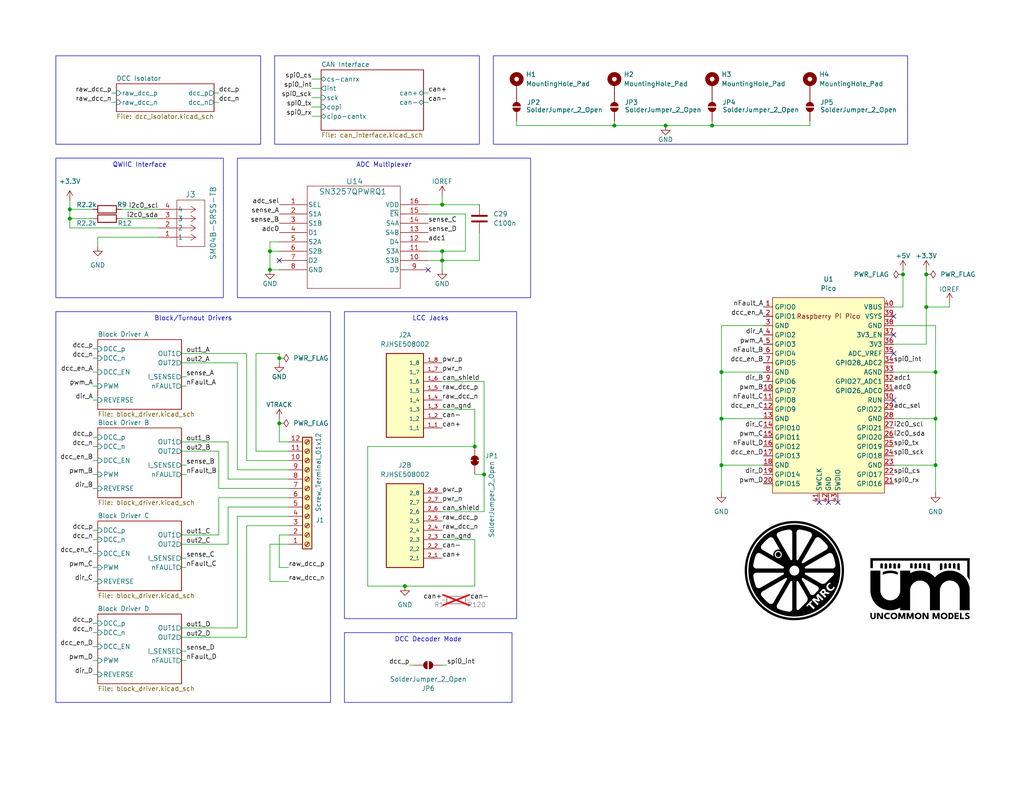
<source format=kicad_sch>
(kicad_sch (version 20231120) (generator "eeschema") (generator_version "8.0")
  (paper "USLetter")
  (title_block (title "Pico LCC Booster") (date "2025-02-03") (rev "2") (company "TMRC & Uncommon Models") (comment 1 "Noah Paladino") (comment 2 "This design is provided without warranty, safety, or performance guarantees"))
  (junction (at 19.05 59.69))
  (junction (at 255.27 127))
  (junction (at 246.38 74.93))
  (junction (at 129.54 121.92))
  (junction (at 120.65 71.12))
  (junction (at 196.85 127))
  (junction (at 19.05 57.15))
  (junction (at 76.2 115.57))
  (junction (at 120.65 68.58))
  (junction (at 252.73 83.82))
  (junction (at 181.61 34.29))
  (junction (at 73.66 68.58))
  (junction (at 110.49 160.02))
  (junction (at 255.27 114.3))
  (junction (at 73.66 73.66))
  (junction (at 76.2 97.79))
  (junction (at 252.73 74.93))
  (junction (at 194.31 34.29))
  (junction (at 132.08 129.54))
  (junction (at 120.65 55.88))
  (junction (at 196.85 101.6))
  (junction (at 196.85 114.3))
  (junction (at 255.27 101.6))
  (junction (at 167.64 34.29))
  (no_connect (at 76.2 71.12))
  (no_connect (at 243.84 91.44))
  (no_connect (at 228.6 137.16))
  (no_connect (at 243.84 86.36))
  (no_connect (at 243.84 96.52))
  (no_connect (at 223.52 137.16))
  (no_connect (at 226.06 137.16))
  (no_connect (at 243.84 109.22))
  (no_connect (at 116.84 73.66))
  (wire (pts (xy 167.64 33.02) (xy 167.64 34.29)))
  (wire (pts (xy 167.64 34.29) (xy 181.61 34.29)))
  (wire (pts (xy 25.4 109.22) (xy 26.67 109.22)))
  (wire (pts (xy 252.73 83.82) (xy 252.73 93.98)))
  (wire (pts (xy 49.53 177.8) (xy 50.8 177.8)))
  (wire (pts (xy 67.31 96.52) (xy 67.31 125.73)))
  (wire (pts (xy 49.53 96.52) (xy 67.31 96.52)))
  (wire (pts (xy 196.85 127) (xy 196.85 134.62)))
  (wire (pts (xy 220.98 34.29) (xy 194.31 34.29)))
  (wire (pts (xy 62.23 130.81) (xy 78.74 130.81)))
  (wire (pts (xy 25.4 125.73) (xy 26.67 125.73)))
  (wire (pts (xy 49.53 127) (xy 50.8 127)))
  (wire (pts (xy 25.4 184.15) (xy 26.67 184.15)))
  (wire (pts (xy 58.42 25.4) (xy 59.69 25.4)))
  (wire (pts (xy 120.65 139.7) (xy 132.08 139.7)))
  (wire (pts (xy 76.2 73.66) (xy 73.66 73.66)))
  (wire (pts (xy 62.23 148.59) (xy 62.23 138.43)))
  (wire (pts (xy 116.84 68.58) (xy 120.65 68.58)))
  (wire (pts (xy 246.38 73.66) (xy 246.38 74.93)))
  (wire (pts (xy 49.53 154.94) (xy 50.8 154.94)))
  (wire (pts (xy 49.53 173.99) (xy 67.31 173.99)))
  (wire (pts (xy 25.4 101.6) (xy 26.67 101.6)))
  (wire (pts (xy 25.4 172.72) (xy 26.67 172.72)))
  (wire (pts (xy 196.85 101.6) (xy 196.85 114.3)))
  (wire (pts (xy 62.23 120.65) (xy 62.23 130.81)))
  (wire (pts (xy 25.4 154.94) (xy 26.67 154.94)))
  (wire (pts (xy 25.4 180.34) (xy 26.67 180.34)))
  (wire (pts (xy 76.2 96.52) (xy 69.85 96.52)))
  (wire (pts (xy 78.74 148.59) (xy 73.66 148.59)))
  (wire (pts (xy 49.53 120.65) (xy 62.23 120.65)))
  (wire (pts (xy 243.84 93.98) (xy 252.73 93.98)))
  (wire (pts (xy 64.77 140.97) (xy 78.74 140.97)))
  (wire (pts (xy 76.2 96.52) (xy 76.2 97.79)))
  (wire (pts (xy 25.4 151.13) (xy 26.67 151.13)))
  (wire (pts (xy 49.53 129.54) (xy 50.8 129.54)))
  (wire (pts (xy 259.08 83.82) (xy 252.73 83.82)))
  (wire (pts (xy 129.54 111.76) (xy 129.54 121.92)))
  (wire (pts (xy 76.2 66.04) (xy 73.66 66.04)))
  (wire (pts (xy 255.27 127) (xy 255.27 134.62)))
  (wire (pts (xy 196.85 114.3) (xy 208.28 114.3)))
  (wire (pts (xy 25.4 119.38) (xy 26.67 119.38)))
  (wire (pts (xy 208.28 88.9) (xy 196.85 88.9)))
  (wire (pts (xy 120.65 104.14) (xy 132.08 104.14)))
  (wire (pts (xy 49.53 171.45) (xy 64.77 171.45)))
  (wire (pts (xy 19.05 57.15) (xy 25.4 57.15)))
  (wire (pts (xy 25.4 147.32) (xy 26.67 147.32)))
  (wire (pts (xy 129.54 129.54) (xy 132.08 129.54)))
  (wire (pts (xy 58.42 27.94) (xy 59.69 27.94)))
  (wire (pts (xy 196.85 114.3) (xy 196.85 127)))
  (wire (pts (xy 69.85 96.52) (xy 69.85 123.19)))
  (wire (pts (xy 67.31 125.73) (xy 78.74 125.73)))
  (wire (pts (xy 127 58.42) (xy 127 68.58)))
  (wire (pts (xy 120.65 53.34) (xy 120.65 55.88)))
  (wire (pts (xy 130.81 71.12) (xy 120.65 71.12)))
  (wire (pts (xy 69.85 123.19) (xy 78.74 123.19)))
  (wire (pts (xy 73.66 68.58) (xy 76.2 68.58)))
  (wire (pts (xy 49.53 99.06) (xy 64.77 99.06)))
  (wire (pts (xy 76.2 146.05) (xy 78.74 146.05)))
  (wire (pts (xy 255.27 114.3) (xy 255.27 127)))
  (wire (pts (xy 19.05 59.69) (xy 25.4 59.69)))
  (wire (pts (xy 25.4 133.35) (xy 26.67 133.35)))
  (wire (pts (xy 243.84 83.82) (xy 246.38 83.82)))
  (wire (pts (xy 30.48 25.4) (xy 31.75 25.4)))
  (wire (pts (xy 116.84 55.88) (xy 120.65 55.88)))
  (wire (pts (xy 220.98 33.02) (xy 220.98 34.29)))
  (wire (pts (xy 33.02 59.69) (xy 43.18 59.69)))
  (wire (pts (xy 243.84 88.9) (xy 255.27 88.9)))
  (wire (pts (xy 127 68.58) (xy 120.65 68.58)))
  (wire (pts (xy 120.65 55.88) (xy 130.81 55.88)))
  (wire (pts (xy 130.81 63.5) (xy 130.81 71.12)))
  (wire (pts (xy 243.84 127) (xy 255.27 127)))
  (wire (pts (xy 25.4 95.25) (xy 26.67 95.25)))
  (wire (pts (xy 49.53 180.34) (xy 50.8 180.34)))
  (wire (pts (xy 26.67 64.77) (xy 26.67 67.31)))
  (wire (pts (xy 25.4 144.78) (xy 26.67 144.78)))
  (wire (pts (xy 85.09 31.75) (xy 87.63 31.75)))
  (wire (pts (xy 25.4 129.54) (xy 26.67 129.54)))
  (wire (pts (xy 246.38 74.93) (xy 246.38 83.82)))
  (wire (pts (xy 76.2 97.79) (xy 76.2 99.06)))
  (wire (pts (xy 120.65 111.76) (xy 129.54 111.76)))
  (wire (pts (xy 116.84 71.12) (xy 120.65 71.12)))
  (wire (pts (xy 49.53 102.87) (xy 50.8 102.87)))
  (wire (pts (xy 115.57 25.4) (xy 116.84 25.4)))
  (wire (pts (xy 62.23 138.43) (xy 78.74 138.43)))
  (wire (pts (xy 85.09 24.13) (xy 87.63 24.13)))
  (wire (pts (xy 19.05 54.61) (xy 19.05 57.15)))
  (wire (pts (xy 76.2 115.57) (xy 76.2 120.65)))
  (wire (pts (xy 25.4 158.75) (xy 26.67 158.75)))
  (wire (pts (xy 85.09 21.59) (xy 87.63 21.59)))
  (wire (pts (xy 49.53 146.05) (xy 59.69 146.05)))
  (wire (pts (xy 73.66 158.75) (xy 78.74 158.75)))
  (wire (pts (xy 100.33 121.92) (xy 129.54 121.92)))
  (wire (pts (xy 255.27 88.9) (xy 255.27 101.6)))
  (wire (pts (xy 85.09 26.67) (xy 87.63 26.67)))
  (wire (pts (xy 115.57 27.94) (xy 116.84 27.94)))
  (wire (pts (xy 64.77 128.27) (xy 78.74 128.27)))
  (wire (pts (xy 120.65 68.58) (xy 120.65 71.12)))
  (wire (pts (xy 30.48 27.94) (xy 31.75 27.94)))
  (wire (pts (xy 59.69 133.35) (xy 59.69 123.19)))
  (wire (pts (xy 67.31 143.51) (xy 78.74 143.51)))
  (wire (pts (xy 33.02 57.15) (xy 43.18 57.15)))
  (wire (pts (xy 19.05 59.69) (xy 19.05 62.23)))
  (wire (pts (xy 59.69 135.89) (xy 78.74 135.89)))
  (wire (pts (xy 25.4 121.92) (xy 26.67 121.92)))
  (wire (pts (xy 85.09 29.21) (xy 87.63 29.21)))
  (wire (pts (xy 25.4 176.53) (xy 26.67 176.53)))
  (wire (pts (xy 76.2 120.65) (xy 78.74 120.65)))
  (wire (pts (xy 196.85 127) (xy 208.28 127)))
  (wire (pts (xy 255.27 101.6) (xy 255.27 114.3)))
  (wire (pts (xy 120.65 181.61) (xy 121.92 181.61)))
  (wire (pts (xy 73.66 68.58) (xy 73.66 73.66)))
  (wire (pts (xy 132.08 129.54) (xy 132.08 139.7)))
  (wire (pts (xy 59.69 123.19) (xy 49.53 123.19)))
  (wire (pts (xy 120.65 71.12) (xy 120.65 73.66)))
  (wire (pts (xy 252.73 73.66) (xy 252.73 74.93)))
  (wire (pts (xy 76.2 114.3) (xy 76.2 115.57)))
  (wire (pts (xy 43.18 62.23) (xy 19.05 62.23)))
  (wire (pts (xy 194.31 33.02) (xy 194.31 34.29)))
  (wire (pts (xy 19.05 57.15) (xy 19.05 59.69)))
  (wire (pts (xy 25.4 97.79) (xy 26.67 97.79)))
  (wire (pts (xy 64.77 99.06) (xy 64.77 128.27)))
  (wire (pts (xy 64.77 171.45) (xy 64.77 140.97)))
  (wire (pts (xy 196.85 88.9) (xy 196.85 101.6)))
  (wire (pts (xy 43.18 64.77) (xy 26.67 64.77)))
  (wire (pts (xy 243.84 114.3) (xy 255.27 114.3)))
  (wire (pts (xy 129.54 160.02) (xy 129.54 147.32)))
  (wire (pts (xy 78.74 154.94) (xy 76.2 154.94)))
  (wire (pts (xy 25.4 105.41) (xy 26.67 105.41)))
  (wire (pts (xy 140.97 34.29) (xy 167.64 34.29)))
  (wire (pts (xy 110.49 160.02) (xy 129.54 160.02)))
  (wire (pts (xy 259.08 82.55) (xy 259.08 83.82)))
  (wire (pts (xy 25.4 170.18) (xy 26.67 170.18)))
  (wire (pts (xy 49.53 105.41) (xy 50.8 105.41)))
  (wire (pts (xy 73.66 148.59) (xy 73.66 158.75)))
  (wire (pts (xy 78.74 133.35) (xy 59.69 133.35)))
  (wire (pts (xy 111.76 181.61) (xy 113.03 181.61)))
  (wire (pts (xy 49.53 152.4) (xy 50.8 152.4)))
  (wire (pts (xy 140.97 33.02) (xy 140.97 34.29)))
  (wire (pts (xy 67.31 173.99) (xy 67.31 143.51)))
  (wire (pts (xy 100.33 121.92) (xy 100.33 160.02)))
  (wire (pts (xy 196.85 101.6) (xy 208.28 101.6)))
  (wire (pts (xy 243.84 101.6) (xy 255.27 101.6)))
  (wire (pts (xy 59.69 146.05) (xy 59.69 135.89)))
  (wire (pts (xy 49.53 148.59) (xy 62.23 148.59)))
  (wire (pts (xy 76.2 146.05) (xy 76.2 154.94)))
  (wire (pts (xy 100.33 160.02) (xy 110.49 160.02)))
  (wire (pts (xy 252.73 74.93) (xy 252.73 83.82)))
  (wire (pts (xy 73.66 66.04) (xy 73.66 68.58)))
  (wire (pts (xy 132.08 104.14) (xy 132.08 129.54)))
  (wire (pts (xy 129.54 147.32) (xy 120.65 147.32)))
  (wire (pts (xy 116.84 58.42) (xy 127 58.42)))
  (wire (pts (xy 181.61 34.29) (xy 194.31 34.29)))
  (polyline (pts (xy 257.6195 167.3016) (xy 257.6441 167.3024) (xy 257.6684 167.3037) (xy 257.6924 167.3055) (xy 257.7162 167.3078) (xy 257.7398 167.3107) (xy 257.7631 167.3141) (xy 257.7862 167.318) (xy 257.809 167.3224) (xy 257.8316 167.3274) (xy 257.8539 167.3329) (xy 257.876 167.3389) (xy 257.8978 167.3454) (xy 257.9194 167.3524) (xy 257.9408 167.36) (xy 257.9619 167.3681) (xy 257.9829 167.3767) (xy 258.0035 167.3856) (xy 258.0238 167.395) (xy 258.0437 167.4048) (xy 258.0633 167.415) (xy 258.0825 167.4256) (xy 258.1013 167.4366) (xy 258.1199 167.448) (xy 258.138 167.4599) (xy 258.1558 167.4721) (xy 258.1733 167.4848) (xy 258.1904 167.4979) (xy 258.2071 167.5114) (xy 258.2236 167.5253) (xy 258.2396 167.5396) (xy 258.2553 167.5543) (xy 258.2708 167.5694) (xy 258.2858 167.5848) (xy 258.3004 167.6006) (xy 258.3145 167.6166) (xy 258.3282 167.633) (xy 258.3414 167.6497) (xy 258.3542 167.6667) (xy 258.3665 167.684) (xy 258.3784 167.7017) (xy 258.3899 167.7197) (xy 258.4009 167.738) (xy 258.4114 167.7566) (xy 258.4215 167.7755) (xy 258.4311 167.7948) (xy 258.4403 167.8144) (xy 258.4491 167.8343) (xy 258.4575 167.8543) (xy 258.4654 167.8745) (xy 258.4728 167.8949) (xy 258.4796 167.9155) (xy 258.4858 167.9363) (xy 258.4915 167.9574) (xy 258.4967 167.9786) (xy 258.5013 168) (xy 258.5054 168.0216) (xy 258.5089 168.0434) (xy 258.5119 168.0654) (xy 258.5144 168.0876) (xy 258.5163 168.11) (xy 258.5176 168.1327) (xy 258.5184 168.1555) (xy 258.5187 168.1785) (xy 258.5184 168.2017) (xy 258.5177 168.2246) (xy 258.5164 168.2474) (xy 258.5145 168.27) (xy 258.5122 168.2924) (xy 258.5093 168.3145) (xy 258.5059 168.3365) (xy 258.502 168.3583) (xy 258.4975 168.3799) (xy 258.4926 168.4012) (xy 258.4871 168.4224) (xy 258.4811 168.4434) (xy 258.4746 168.4641) (xy 258.4675 168.4847) (xy 258.4599 168.5051) (xy 258.4518 168.5253) (xy 258.4432 168.545) (xy 258.4342 168.5645) (xy 258.4247 168.5836) (xy 258.4148 168.6025) (xy 258.4044 168.621) (xy 258.3936 168.6393) (xy 258.3823 168.6572) (xy 258.3706 168.6749) (xy 258.3585 168.6922) (xy 258.3458 168.7093) (xy 258.3328 168.726) (xy 258.3193 168.7425) (xy 258.3053 168.7586) (xy 258.2909 168.7744) (xy 258.2761 168.79) (xy 258.2608 168.8052) (xy 258.2451 168.82) (xy 258.229 168.8343) (xy 258.2126 168.8482) (xy 258.1959 168.8617) (xy 258.1787 168.8747) (xy 258.1613 168.8874) (xy 258.1435 168.8997) (xy 258.1253 168.9115) (xy 258.1068 168.9229) (xy 258.0879 168.934) (xy 258.0687 168.9446) (xy 258.0491 168.9548) (xy 258.0292 168.9646) (xy 258.0089 168.9739) (xy 257.9883 168.9829) (xy 257.9673 168.9915) (xy 257.9461 168.9995) (xy 257.9245 169.0071) (xy 257.9027 169.0141) (xy 257.8806 169.0207) (xy 257.8582 169.0267) (xy 257.8356 169.0321) (xy 257.8127 169.0371) (xy 257.7896 169.0415) (xy 257.7662 169.0455) (xy 257.7425 169.0488) (xy 257.7185 169.0517) (xy 257.6943 169.0541) (xy 257.6698 169.0559) (xy 257.6451 169.0572) (xy 257.62 169.058) (xy 257.5948 169.0582) (xy 257.5435 169.0572) (xy 257.5183 169.0559) (xy 257.4933 169.0541) (xy 257.4687 169.0517) (xy 257.4444 169.0488) (xy 257.4203 169.0455) (xy 257.3965 169.0415) (xy 257.373 169.0371) (xy 257.3498 169.0321) (xy 257.3269 169.0267) (xy 257.3043 169.0207) (xy 257.282 169.0141) (xy 257.2599 169.0071) (xy 257.2382 168.9995) (xy 257.2167 168.9915) (xy 257.1957 168.9829) (xy 257.1751 168.9739) (xy 257.1549 168.9646) (xy 257.135 168.9548) (xy 257.1155 168.9446) (xy 257.0963 168.934) (xy 257.0775 168.9229) (xy 257.0591 168.9115) (xy 257.041 168.8997) (xy 257.0233 168.8874) (xy 257.006 168.8747) (xy 256.989 168.8617) (xy 256.9723 168.8482) (xy 256.9561 168.8343) (xy 256.9402 168.82) (xy 256.9247 168.8052) (xy 256.9095 168.79) (xy 256.8948 168.7744) (xy 256.8806 168.7586) (xy 256.8667 168.7425) (xy 256.8534 168.726) (xy 256.8404 168.7093) (xy 256.8279 168.6922) (xy 256.8158 168.6749) (xy 256.8042 168.6572) (xy 256.793 168.6393) (xy 256.7822 168.621) (xy 256.7719 168.6025) (xy 256.762 168.5836) (xy 256.7525 168.5645) (xy 256.7435 168.545) (xy 256.735 168.5253) (xy 256.727 168.5051) (xy 256.7196 168.4847) (xy 256.7127 168.4641) (xy 256.7063 168.4434) (xy 256.7004 168.4224) (xy 256.695 168.4012) (xy 256.6902 168.3799) (xy 256.6858 168.3583) (xy 256.682 168.3365) (xy 256.6787 168.3145) (xy 256.6758 168.2924) (xy 256.6735 168.27) (xy 256.6717 168.2474) (xy 256.6705 168.2246) (xy 256.6697 168.2017) (xy 256.6694 168.1785) (xy 257.0939 168.1785) (xy 257.0941 168.1965) (xy 257.0949 168.2144) (xy 257.0961 168.232) (xy 257.0978 168.2494) (xy 257.1 168.2666) (xy 257.1027 168.2835) (xy 257.1059 168.3003) (xy 257.1096 168.3169) (xy 257.1137 168.3332) (xy 257.1184 168.3494) (xy 257.1236 168.3653) (xy 257.1292 168.381) (xy 257.1353 168.3965) (xy 257.142 168.4118) (xy 257.1491 168.4269) (xy 257.1567 168.4418) (xy 257.1649 168.4562) (xy 257.1734 168.4702) (xy 257.1824 168.4839) (xy 257.1917 168.4972) (xy 257.2014 168.5102) (xy 257.2115 168.5227) (xy 257.2219 168.5349) (xy 257.2328 168.5468) (xy 257.2439 168.5582) (xy 257.2555 168.5693) (xy 257.2674 168.58) (xy 257.2797 168.5904) (xy 257.2924 168.6003) (xy 257.3055 168.6099) (xy 257.3189 168.6191) (xy 257.3327 168.628) (xy 257.347 168.6364) (xy 257.3616 168.6443) (xy 257.3764 168.6516) (xy 257.3916 168.6583) (xy 257.407 168.6646) (xy 257.4227 168.6703) (xy 257.4386 168.6754) (xy 257.4549 168.68) (xy 257.4714 168.6841) (xy 257.4882 168.6876) (xy 257.5052 168.6906) (xy 257.5226 168.693) (xy 257.5402 168.6949) (xy 257.5581 168.6963) (xy 257.5763 168.6971) (xy 257.5948 168.6974) (xy 257.6132 168.6971) (xy 257.6314 168.6963) (xy 257.6492 168.6949) (xy 257.6668 168.693) (xy 257.6841 168.6906) (xy 257.7011 168.6876) (xy 257.7179 168.6841) (xy 257.7343 168.68) (xy 257.7505 168.6754) (xy 257.7663 168.6703) (xy 257.7819 168.6646) (xy 257.7972 168.6583) (xy 257.8122 168.6516) (xy 257.8269 168.6443) (xy 257.8413 168.6364) (xy 257.8554 168.628) (xy 257.8694 168.6191) (xy 257.883 168.6099) (xy 257.8961 168.6003) (xy 257.9089 168.5904) (xy 257.9213 168.58) (xy 257.9333 168.5693) (xy 257.9449 168.5582) (xy 257.9561 168.5468) (xy 257.9669 168.5349) (xy 257.9773 168.5227) (xy 257.9873 168.5102) (xy 257.9969 168.4972) (xy 258.0062 168.4839) (xy 258.015 168.4702) (xy 258.0234 168.4562) (xy 258.0315 168.4418) (xy 258.0392 168.4269) (xy 258.0465 168.4118) (xy 258.0533 168.3965) (xy 258.0595 168.381) (xy 258.0653 168.3653) (xy 258.0706 168.3494) (xy 258.0753 168.3332) (xy 258.0796 168.3169) (xy 258.0833 168.3003) (xy 258.0866 168.2835) (xy 258.0894 168.2666) (xy 258.0916 168.2494) (xy 258.0934 168.232) (xy 258.0946 168.2144) (xy 258.0954 168.1965) (xy 258.0956 168.1785) (xy 258.0954 168.1605) (xy 258.0946 168.1427) (xy 258.0934 168.1251) (xy 258.0916 168.1077) (xy 258.0894 168.0905) (xy 258.0866 168.0736) (xy 258.0833 168.0569) (xy 258.0796 168.0404) (xy 258.0753 168.0242) (xy 258.0706 168.0081) (xy 258.0653 167.9923) (xy 258.0595 167.9767) (xy 258.0533 167.9613) (xy 258.0465 167.9462) (xy 258.0392 167.9312) (xy 258.0315 167.9165) (xy 258.0234 167.9021) (xy 258.015 167.888) (xy 258.0062 167.8743) (xy 257.9969 167.861) (xy 257.9873 167.8481) (xy 257.9773 167.8355) (xy 257.9669 167.8233) (xy 257.9561 167.8115) (xy 257.9449 167.8001) (xy 257.9333 167.789) (xy 257.9213 167.7783) (xy 257.9089 167.7679) (xy 257.8961 167.758) (xy 257.883 167.7484) (xy 257.8694 167.7391) (xy 257.8554 167.7303) (xy 257.8413 167.7217) (xy 257.8269 167.7137) (xy 257.8122 167.7063) (xy 257.7972 167.6994) (xy 257.7819 167.693) (xy 257.7663 167.6872) (xy 257.7505 167.682) (xy 257.7343 167.6773) (xy 257.7179 167.6732) (xy 257.7011 167.6696) (xy 257.6841 167.6665) (xy 257.6668 167.6641) (xy 257.6492 167.6621) (xy 257.6314 167.6607) (xy 257.6132 167.6599) (xy 257.5948 167.6596) (xy 257.5763 167.6599) (xy 257.5581 167.6607) (xy 257.5402 167.6621) (xy 257.5226 167.6641) (xy 257.5052 167.6665) (xy 257.4882 167.6696) (xy 257.4714 167.6732) (xy 257.4549 167.6773) (xy 257.4386 167.682) (xy 257.4227 167.6872) (xy 257.407 167.693) (xy 257.3916 167.6994) (xy 257.3764 167.7063) (xy 257.3616 167.7137) (xy 257.347 167.7217) (xy 257.3327 167.7303) (xy 257.3189 167.7391) (xy 257.3055 167.7484) (xy 257.2924 167.758) (xy 257.2797 167.7679) (xy 257.2674 167.7783) (xy 257.2555 167.789) (xy 257.2439 167.8001) (xy 257.2327 167.8115) (xy 257.2219 167.8233) (xy 257.2115 167.8355) (xy 257.2014 167.8481) (xy 257.1917 167.861) (xy 257.1824 167.8743) (xy 257.1734 167.888) (xy 257.1649 167.9021) (xy 257.1567 167.9165) (xy 257.1491 167.9312) (xy 257.142 167.9462) (xy 257.1353 167.9613) (xy 257.1292 167.9767) (xy 257.1236 167.9923) (xy 257.1184 168.0081) (xy 257.1137 168.0242) (xy 257.1096 168.0404) (xy 257.1059 168.0569) (xy 257.1027 168.0736) (xy 257.1 168.0905) (xy 257.0978 168.1077) (xy 257.0961 168.1251) (xy 257.0949 168.1427) (xy 257.0941 168.1605) (xy 257.0939 168.1785) (xy 256.6694 168.1785) (xy 256.6697 168.1555) (xy 256.6705 168.1327) (xy 256.6719 168.11) (xy 256.6738 168.0876) (xy 256.6762 168.0654) (xy 256.6792 168.0434) (xy 256.6828 168.0216) (xy 256.6868 168) (xy 256.6915 167.9786) (xy 256.6966 167.9574) (xy 256.7023 167.9363) (xy 256.7086 167.9155) (xy 256.7154 167.8949) (xy 256.7227 167.8745) (xy 256.7306 167.8543) (xy 256.739 167.8343) (xy 256.748 167.8144) (xy 256.7573 167.7948) (xy 256.7671 167.7755) (xy 256.7773 167.7566) (xy 256.788 167.738) (xy 256.7991 167.7197) (xy 256.8107 167.7017) (xy 256.8226 167.684) (xy 256.8351 167.6667) (xy 256.8479 167.6497) (xy 256.8612 167.633) (xy 256.8749 167.6166) (xy 256.8891 167.6006) (xy 256.9037 167.5848) (xy 256.9187 167.5694) (xy 256.9342 167.5543) (xy 256.9501 167.5396) (xy 256.9663 167.5253) (xy 256.9828 167.5114) (xy 256.9997 167.4979) (xy 257.0169 167.4848) (xy 257.0345 167.4721) (xy 257.0524 167.4599) (xy 257.0707 167.448) (xy 257.0893 167.4366) (xy 257.1082 167.4256) (xy 257.1275 167.415) (xy 257.1471 167.4048) (xy 257.1671 167.395) (xy 257.1874 167.3856) (xy 257.208 167.3767) (xy 257.229 167.3681) (xy 257.2503 167.36) (xy 257.2717 167.3524) (xy 257.2934 167.3454) (xy 257.3153 167.3389) (xy 257.3374 167.3329) (xy 257.3598 167.3274) (xy 257.3823 167.3224) (xy 257.4051 167.318) (xy 257.428 167.3141) (xy 257.4512 167.3107) (xy 257.4746 167.3078) (xy 257.4982 167.3055) (xy 257.522 167.3037) (xy 257.5461 167.3024) (xy 257.5703 167.3016) (xy 257.5948 167.3013) (xy 257.6195 167.3016)) (stroke (width -0.0001) (type solid)) (fill (type color) (color 0 0 0 1)))
  (polyline (pts (xy 260.3668 153.7551) (xy 260.3835 153.7563) (xy 260.4 153.7584) (xy 260.4164 153.7612) (xy 260.4325 153.7649) (xy 260.4485 153.7693) (xy 260.4642 153.7745) (xy 260.4796 153.7804) (xy 260.4947 153.7871) (xy 260.5095 153.7946) (xy 260.5239 153.8027) (xy 260.5379 153.8116) (xy 260.5515 153.8211) (xy 260.5646 153.8314) (xy 260.5773 153.8423) (xy 260.5895 153.8539) (xy 260.6011 153.866) (xy 260.612 153.8787) (xy 260.6222 153.8918) (xy 260.6318 153.9054) (xy 260.6406 153.9195) (xy 260.6488 153.9339) (xy 260.6562 153.9486) (xy 260.6629 153.9637) (xy 260.6688 153.9791) (xy 260.674 153.9948) (xy 260.6785 154.0108) (xy 260.6821 154.027) (xy 260.685 154.0433) (xy 260.687 154.0599) (xy 260.6882 154.0765) (xy 260.6887 154.0933) (xy 260.6887 155.3063) (xy 260.6049 155.2852) (xy 260.5208 155.2654) (xy 260.4365 155.2467) (xy 260.3519 155.2293) (xy 260.2671 155.213) (xy 260.182 155.198) (xy 260.0968 155.1841) (xy 260.0113 155.1715) (xy 260.0113 154.0933) (xy 260.0117 154.0765) (xy 260.013 154.0599) (xy 260.015 154.0433) (xy 260.0179 154.027) (xy 260.0215 154.0108) (xy 260.026 153.9948) (xy 260.0312 153.9791) (xy 260.0371 153.9637) (xy 260.0438 153.9486) (xy 260.0512 153.9339) (xy 260.0594 153.9195) (xy 260.0682 153.9054) (xy 260.0778 153.8918) (xy 260.088 153.8787) (xy 260.0989 153.866) (xy 260.1105 153.8539) (xy 260.1227 153.8423) (xy 260.1354 153.8314) (xy 260.1485 153.8211) (xy 260.1621 153.8116) (xy 260.1761 153.8027) (xy 260.1905 153.7946) (xy 260.2053 153.7871) (xy 260.2204 153.7804) (xy 260.2358 153.7745) (xy 260.2515 153.7693) (xy 260.2674 153.7649) (xy 260.2836 153.7612) (xy 260.3 153.7584) (xy 260.3165 153.7563) (xy 260.3332 153.7551) (xy 260.35 153.7547) (xy 260.3668 153.7551)) (stroke (width -0.0001) (type solid)) (fill (type color) (color 0 0 0 1)))
  (rectangle (start 134.62 15.24) (end 247.65 39.37))
  (polyline (pts (xy 251.0535 153.7551) (xy 251.0701 153.7563) (xy 251.0867 153.7584) (xy 251.103 153.7612) (xy 251.1192 153.7649) (xy 251.1352 153.7693) (xy 251.1509 153.7745) (xy 251.1663 153.7804) (xy 251.1814 153.7871) (xy 251.1961 153.7946) (xy 251.2105 153.8027) (xy 251.2246 153.8116) (xy 251.2382 153.8211) (xy 251.2513 153.8314) (xy 251.264 153.8423) (xy 251.2761 153.8539) (xy 251.2877 153.866) (xy 251.2986 153.8787) (xy 251.3089 153.8918) (xy 251.3184 153.9054) (xy 251.3273 153.9195) (xy 251.3354 153.9339) (xy 251.3429 153.9486) (xy 251.3496 153.9637) (xy 251.3555 153.9791) (xy 251.3607 153.9948) (xy 251.3651 154.0108) (xy 251.3688 154.027) (xy 251.3716 154.0433) (xy 251.3737 154.0599) (xy 251.3749 154.0765) (xy 251.3753 154.0933) (xy 251.3753 155.1315) (xy 251.2908 155.1242) (xy 251.2061 155.1181) (xy 251.1214 155.1131) (xy 251.0367 155.1093) (xy 250.9519 155.1131) (xy 250.8672 155.1181) (xy 250.7825 155.1242) (xy 250.698 155.1315) (xy 250.698 154.0933) (xy 250.6984 154.0765) (xy 250.6997 154.0599) (xy 250.7017 154.0433) (xy 250.7046 154.027) (xy 250.7082 154.0108) (xy 250.7126 153.9948) (xy 250.7178 153.9791) (xy 250.7238 153.9637) (xy 250.7305 153.9486) (xy 250.7379 153.9339) (xy 250.746 153.9195) (xy 250.7549 153.9054) (xy 250.7645 153.8918) (xy 250.7747 153.8787) (xy 250.7856 153.866) (xy 250.7972 153.8539) (xy 250.8094 153.8423) (xy 250.822 153.8314) (xy 250.8352 153.8211) (xy 250.8488 153.8116) (xy 250.8628 153.8027) (xy 250.8772 153.7946) (xy 250.892 153.7871) (xy 250.9071 153.7804) (xy 250.9225 153.7745) (xy 250.9382 153.7693) (xy 250.9541 153.7649) (xy 250.9703 153.7612) (xy 250.9867 153.7584) (xy 251.0032 153.7563) (xy 251.0199 153.7551) (xy 251.0367 153.7547) (xy 251.0535 153.7551)) (stroke (width -0.0001) (type solid)) (fill (type color) (color 0 0 0 1)))
  (polyline (pts (xy 248.6828 153.7551) (xy 248.6995 153.7563) (xy 248.716 153.7584) (xy 248.7324 153.7612) (xy 248.7485 153.7649) (xy 248.7645 153.7693) (xy 248.7802 153.7745) (xy 248.7956 153.7804) (xy 248.8107 153.7871) (xy 248.8255 153.7946) (xy 248.8399 153.8027) (xy 248.8539 153.8116) (xy 248.8675 153.8211) (xy 248.8806 153.8314) (xy 248.8933 153.8423) (xy 248.9055 153.8539) (xy 248.9171 153.866) (xy 248.928 153.8787) (xy 248.9382 153.8918) (xy 248.9478 153.9054) (xy 248.9566 153.9195) (xy 248.9648 153.9339) (xy 248.9722 153.9486) (xy 248.9789 153.9637) (xy 248.9848 153.9791) (xy 248.99 153.9948) (xy 248.9945 154.0108) (xy 248.9981 154.027) (xy 249.001 154.0433) (xy 249.003 154.0599) (xy 249.0043 154.0765) (xy 249.0047 154.0933) (xy 249.0047 155.1327) (xy 248.3273 155.1327) (xy 248.3273 154.0933) (xy 248.3277 154.0765) (xy 248.329 154.0599) (xy 248.331 154.0433) (xy 248.3339 154.027) (xy 248.3375 154.0108) (xy 248.342 153.9948) (xy 248.3472 153.9791) (xy 248.3531 153.9637) (xy 248.3598 153.9486) (xy 248.3672 153.9339) (xy 248.3754 153.9195) (xy 248.3842 153.9054) (xy 248.3938 153.8918) (xy 248.404 153.8787) (xy 248.4149 153.866) (xy 248.4265 153.8539) (xy 248.4387 153.8423) (xy 248.4514 153.8314) (xy 248.4645 153.8211) (xy 248.4781 153.8116) (xy 248.4921 153.8027) (xy 248.5065 153.7946) (xy 248.5213 153.7871) (xy 248.5364 153.7804) (xy 248.5518 153.7745) (xy 248.5675 153.7693) (xy 248.5834 153.7649) (xy 248.5996 153.7612) (xy 248.616 153.7584) (xy 248.6325 153.7563) (xy 248.6492 153.7551) (xy 248.666 153.7547) (xy 248.6828 153.7551)) (stroke (width -0.0001) (type solid)) (fill (type color) (color 0 0 0 1)))
  (polyline (pts (xy 259.1815 153.7551) (xy 259.1981 153.7563) (xy 259.2147 153.7584) (xy 259.231 153.7612) (xy 259.2472 153.7649) (xy 259.2632 153.7693) (xy 259.2789 153.7745) (xy 259.2943 153.7804) (xy 259.3094 153.7871) (xy 259.3241 153.7946) (xy 259.3385 153.8027) (xy 259.3526 153.8116) (xy 259.3662 153.8211) (xy 259.3793 153.8314) (xy 259.392 153.8423) (xy 259.4041 153.8539) (xy 259.4157 153.866) (xy 259.4266 153.8787) (xy 259.4369 153.8918) (xy 259.4464 153.9054) (xy 259.4553 153.9195) (xy 259.4634 153.9339) (xy 259.4709 153.9486) (xy 259.4776 153.9637) (xy 259.4835 153.9791) (xy 259.4887 153.9948) (xy 259.4931 154.0108) (xy 259.4968 154.027) (xy 259.4996 154.0433) (xy 259.5017 154.0599) (xy 259.5029 154.0765) (xy 259.5033 154.0933) (xy 259.5033 155.1315) (xy 259.4188 155.1242) (xy 259.3342 155.1181) (xy 259.2494 155.1131) (xy 259.1647 155.1093) (xy 259.0799 155.1131) (xy 258.9952 155.1181) (xy 258.9105 155.1242) (xy 258.826 155.1315) (xy 258.826 154.0933) (xy 258.8264 154.0765) (xy 258.8277 154.0599) (xy 258.8297 154.0433) (xy 258.8326 154.027) (xy 258.8362 154.0108) (xy 258.8406 153.9948) (xy 258.8458 153.9791) (xy 258.8518 153.9637) (xy 258.8585 153.9486) (xy 258.8659 153.9339) (xy 258.874 153.9195) (xy 258.8829 153.9054) (xy 258.8925 153.8918) (xy 258.9027 153.8787) (xy 258.9136 153.866) (xy 258.9252 153.8539) (xy 258.9374 153.8423) (xy 258.95 153.8314) (xy 258.9632 153.8211) (xy 258.9768 153.8116) (xy 258.9908 153.8027) (xy 259.0052 153.7946) (xy 259.02 153.7871) (xy 259.0351 153.7804) (xy 259.0505 153.7745) (xy 259.0662 153.7693) (xy 259.0821 153.7649) (xy 259.0983 153.7612) (xy 259.1147 153.7584) (xy 259.1312 153.7563) (xy 259.1479 153.7551) (xy 259.1647 153.7547) (xy 259.1815 153.7551)) (stroke (width -0.0001) (type solid)) (fill (type color) (color 0 0 0 1)))
  (polyline (pts (xy 240.5156 168.6129) (xy 240.5156 167.3321) (xy 240.9237 167.3321) (xy 240.9237 169.0274) (xy 240.3641 169.0274) (xy 239.6667 167.7395) (xy 239.6667 169.0274) (xy 239.2586 169.0274) (xy 239.2586 167.3321) (xy 239.8155 167.3321) (xy 240.5156 168.6129)) (stroke (width -0.0001) (type solid)) (fill (type color) (color 0 0 0 1)))
  (polyline (pts (xy 241.7401 153.7827) (xy 241.7568 153.7839) (xy 241.7733 153.786) (xy 241.7897 153.7889) (xy 241.8059 153.7925) (xy 241.8218 153.7969) (xy 241.8375 153.8021) (xy 241.8529 153.8081) (xy 241.868 153.8148) (xy 241.8828 153.8222) (xy 241.8972 153.8303) (xy 241.9112 153.8392) (xy 241.9248 153.8487) (xy 241.938 153.859) (xy 241.9506 153.8699) (xy 241.9628 153.8815) (xy 241.9744 153.8936) (xy 241.9853 153.9063) (xy 241.9955 153.9195) (xy 242.0051 153.9331) (xy 242.014 153.9471) (xy 242.0221 153.9615) (xy 242.0295 153.9762) (xy 242.0362 153.9913) (xy 242.0422 154.0068) (xy 242.0474 154.0225) (xy 242.0518 154.0384) (xy 242.0554 154.0546) (xy 242.0583 154.0709) (xy 242.0603 154.0875) (xy 242.0616 154.1042) (xy 242.062 154.1209) (xy 242.062 155.1991) (xy 241.9765 155.2117) (xy 241.8913 155.2256) (xy 241.8062 155.2406) (xy 241.7213 155.2568) (xy 241.6368 155.2743) (xy 241.5525 155.293) (xy 241.4684 155.3128) (xy 241.3847 155.3339) (xy 241.3847 154.1209) (xy 241.3849 154.1076) (xy 241.3857 154.0944) (xy 241.387 154.0811) (xy 241.3888 154.068) (xy 241.3911 154.0549) (xy 241.394 154.0419) (xy 241.3973 154.029) (xy 241.4012 154.0163) (xy 241.4107 153.9906) (xy 241.422 153.9662) (xy 241.4352 153.9429) (xy 241.45 153.9208) (xy 241.4665 153.9002) (xy 241.4844 153.8809) (xy 241.5037 153.8631) (xy 241.5243 153.8469) (xy 241.546 153.8324) (xy 241.5689 153.8195) (xy 241.5927 153.8084) (xy 241.6175 153.7992) (xy 241.643 153.7919) (xy 241.6692 153.7866) (xy 241.696 153.7834) (xy 241.7233 153.7823) (xy 241.7401 153.7827)) (stroke (width -0.0001) (type solid)) (fill (type color) (color 0 0 0 1)))
  (polyline (pts (xy 248.308 168.4636) (xy 248.3326 168.5985) (xy 248.3571 168.4636) (xy 248.7202 167.3321) (xy 249.2934 167.3321) (xy 249.2934 169.0274) (xy 248.8867 169.0274) (xy 248.8867 168.0295) (xy 248.9044 167.7457) (xy 248.8348 168.0706) (xy 248.5318 168.8913) (xy 248.132 168.8913) (xy 247.8303 168.0706) (xy 247.7621 167.7457) (xy 247.7798 168.0295) (xy 247.7798 169.0274) (xy 247.3718 169.0274) (xy 247.3718 167.3321) (xy 247.945 167.3321) (xy 248.308 168.4636)) (stroke (width -0.0001) (type solid)) (fill (type color) (color 0 0 0 1)))
  (polyline (pts (xy 256.3734 169.0274) (xy 255.9667 169.0274) (xy 255.9667 168.0295) (xy 255.9844 167.7457) (xy 255.9148 168.0706) (xy 255.6118 168.8913) (xy 255.212 168.8913) (xy 254.9104 168.0706) (xy 254.8421 167.7457) (xy 254.8599 168.0295) (xy 254.8599 169.0274) (xy 254.4518 169.0274) (xy 254.4518 167.3321) (xy 255.025 167.3321) (xy 255.388 168.4636) (xy 255.4126 168.5985) (xy 255.4372 168.4636) (xy 255.8002 167.3321) (xy 256.3734 167.3321) (xy 256.3734 169.0274)) (stroke (width -0.0001) (type solid)) (fill (type color) (color 0 0 0 1)))
  (polyline (pts (xy 253.4241 153.7551) (xy 253.4408 153.7563) (xy 253.4573 153.7584) (xy 253.4737 153.7612) (xy 253.4899 153.7649) (xy 253.5058 153.7693) (xy 253.5215 153.7745) (xy 253.5369 153.7804) (xy 253.552 153.7871) (xy 253.5668 153.7946) (xy 253.5812 153.8027) (xy 253.5952 153.8116) (xy 253.6088 153.8211) (xy 253.622 153.8314) (xy 253.6346 153.8423) (xy 253.6468 153.8539) (xy 253.6584 153.866) (xy 253.6693 153.8787) (xy 253.6795 153.8918) (xy 253.6891 153.9054) (xy 253.698 153.9195) (xy 253.7061 153.9339) (xy 253.7135 153.9486) (xy 253.7202 153.9637) (xy 253.7262 153.9791) (xy 253.7314 153.9948) (xy 253.7358 154.0108) (xy 253.7394 154.027) (xy 253.7423 154.0433) (xy 253.7443 154.0599) (xy 253.7456 154.0765) (xy 253.746 154.0933) (xy 253.746 155.759) (xy 253.6633 155.7186) (xy 253.58 155.6795) (xy 253.4961 155.6416) (xy 253.4117 155.605) (xy 253.3267 155.5696) (xy 253.2412 155.5356) (xy 253.1552 155.5028) (xy 253.0687 155.4713) (xy 253.0687 154.0933) (xy 253.0691 154.0765) (xy 253.0703 154.0599) (xy 253.0724 154.0433) (xy 253.0752 154.027) (xy 253.0789 154.0108) (xy 253.0833 153.9948) (xy 253.0885 153.9791) (xy 253.0944 153.9637) (xy 253.1011 153.9486) (xy 253.1086 153.9339) (xy 253.1167 153.9195) (xy 253.1256 153.9054) (xy 253.1351 153.8918) (xy 253.1454 153.8787) (xy 253.1563 153.866) (xy 253.1679 153.8539) (xy 253.18 153.8423) (xy 253.1927 153.8314) (xy 253.2058 153.8211) (xy 253.2194 153.8116) (xy 253.2335 153.8027) (xy 253.2479 153.7946) (xy 253.2626 153.7871) (xy 253.2777 153.7804) (xy 253.2931 153.7745) (xy 253.3088 153.7693) (xy 253.3248 153.7649) (xy 253.341 153.7612) (xy 253.3573 153.7584) (xy 253.3739 153.7563) (xy 253.3905 153.7551) (xy 253.4073 153.7547) (xy 253.4241 153.7551)) (stroke (width -0.0001) (type solid)) (fill (type color) (color 0 0 0 1)))
  (polyline (pts (xy 217.4438 142.2576) (xy 218.1317 142.3099) (xy 218.8097 142.3961) (xy 219.4768 142.5152) (xy 220.1322 142.6665) (xy 220.775 142.849) (xy 221.4044 143.062) (xy 222.0196 143.3046) (xy 222.6197 143.5758) (xy 223.2038 143.875) (xy 223.7711 144.2012) (xy 224.3207 144.5536) (xy 224.8518 144.9312) (xy 225.3636 145.3334) (xy 225.8551 145.7592) (xy 226.3256 146.2077) (xy 226.7741 146.6782) (xy 227.1999 147.1697) (xy 227.6021 147.6815) (xy 227.9798 148.2126) (xy 228.3321 148.7622) (xy 228.6583 149.3295) (xy 228.9575 149.9136) (xy 229.2288 150.5137) (xy 229.4713 151.1289) (xy 229.6843 151.7583) (xy 229.8669 152.4011) (xy 230.0181 153.0565) (xy 230.1372 153.7236) (xy 230.2234 154.4016) (xy 230.2757 155.0895) (xy 230.2933 155.7866) (xy 230.2757 156.4837) (xy 230.2234 157.1717) (xy 230.1372 157.8497) (xy 230.0181 158.5168) (xy 229.8669 159.1721) (xy 229.6843 159.815) (xy 229.4713 160.4444) (xy 229.2288 161.0596) (xy 228.9575 161.6597) (xy 228.6583 162.2438) (xy 228.3321 162.8111) (xy 227.9798 163.3607) (xy 227.6021 163.8918) (xy 227.1999 164.4036) (xy 226.7741 164.8951) (xy 226.3256 165.3656) (xy 225.8551 165.8141) (xy 225.3636 166.2399) (xy 224.8518 166.642) (xy 224.3207 167.0197) (xy 223.7711 167.3721) (xy 223.2038 167.6983) (xy 222.6197 167.9974) (xy 222.0196 168.2687) (xy 221.4044 168.5113) (xy 220.775 168.7243) (xy 220.1322 168.9068) (xy 219.4768 169.0581) (xy 218.8097 169.1772) (xy 218.1317 169.2633) (xy 217.4438 169.3157) (xy 216.7467 169.3333) (xy 216.0496 169.3157) (xy 215.3616 169.2633) (xy 214.6837 169.1772) (xy 214.0166 169.0581) (xy 213.3612 168.9068) (xy 212.7183 168.7243) (xy 212.0889 168.5113) (xy 211.4737 168.2687) (xy 210.8736 167.9974) (xy 210.2895 167.6983) (xy 209.7222 167.3721) (xy 209.1726 167.0197) (xy 208.6415 166.642) (xy 208.1297 166.2399) (xy 207.6382 165.8141) (xy 207.1677 165.3656) (xy 206.7192 164.8951) (xy 206.2934 164.4036) (xy 205.8912 163.8918) (xy 205.5136 163.3607) (xy 205.1612 162.8111) (xy 204.835 162.2438) (xy 204.5358 161.6597) (xy 204.2646 161.0596) (xy 204.022 160.4444) (xy 203.809 159.815) (xy 203.6265 159.1721) (xy 203.4752 158.5168) (xy 203.3561 157.8497) (xy 203.2699 157.1717) (xy 203.2176 156.4837) (xy 203.2 155.7866) (xy 203.8272 155.7866) (xy 203.844 156.4515) (xy 203.8939 157.1076) (xy 203.976 157.7541) (xy 204.0896 158.3904) (xy 204.2339 159.0154) (xy 204.408 159.6285) (xy 204.6111 160.2288) (xy 204.8424 160.8155) (xy 205.1012 161.3878) (xy 205.3865 161.9448) (xy 205.6976 162.4859) (xy 206.0336 163.01) (xy 206.3938 163.5166) (xy 206.7774 164.0046) (xy 207.1834 164.4734) (xy 207.6112 164.9221) (xy 208.0599 165.3499) (xy 208.5287 165.7559) (xy 209.0167 166.1395) (xy 209.5233 166.4997) (xy 210.0474 166.8357) (xy 210.5885 167.1468) (xy 211.1455 167.4321) (xy 211.7178 167.6908) (xy 212.3045 167.9222) (xy 212.9048 168.1253) (xy 213.5179 168.2994) (xy 214.1429 168.4436) (xy 214.7792 168.5573) (xy 215.4257 168.6394) (xy 216.0818 168.6893) (xy 216.7467 168.7061) (xy 217.4115 168.6893) (xy 218.0676 168.6394) (xy 218.7142 168.5573) (xy 219.3504 168.4436) (xy 219.9754 168.2994) (xy 220.5885 168.1253) (xy 221.1888 167.9222) (xy 221.7755 167.6908) (xy 222.3478 167.4321) (xy 222.9049 167.1468) (xy 223.4459 166.8357) (xy 223.9701 166.4997) (xy 224.4766 166.1395) (xy 224.9647 165.7559) (xy 225.4334 165.3499) (xy 225.8821 164.9221) (xy 226.3099 164.4734) (xy 226.716 164.0046) (xy 227.0995 163.5166) (xy 227.4597 163.01) (xy 227.7958 162.4859) (xy 228.1069 161.9448) (xy 228.3922 161.3878) (xy 228.6509 160.8155) (xy 228.8822 160.2288) (xy 229.0853 159.6285) (xy 229.2594 159.0154) (xy 229.4037 158.3904) (xy 229.5173 157.7541) (xy 229.5995 157.1076) (xy 229.6494 156.4515) (xy 229.6662 155.7866) (xy 229.6494 155.1218) (xy 229.5995 154.4657) (xy 229.5173 153.8191) (xy 229.4037 153.1829) (xy 229.2594 152.5579) (xy 229.0853 151.9448) (xy 228.8822 151.3445) (xy 228.6509 150.7578) (xy 228.3922 150.1855) (xy 228.1069 149.6285) (xy 227.7958 149.0874) (xy 227.4597 148.5632) (xy 227.0995 148.0567) (xy 226.716 147.5687) (xy 226.3099 147.0999) (xy 225.8821 146.6512) (xy 225.4334 146.2234) (xy 224.9647 145.8173) (xy 224.4766 145.4338) (xy 223.9701 145.0736) (xy 223.4459 144.7376) (xy 222.9049 144.4265) (xy 222.3478 144.1412) (xy 221.7755 143.8824) (xy 221.1888 143.6511) (xy 220.5885 143.448) (xy 219.9754 143.2739) (xy 219.3504 143.1296) (xy 218.7142 143.016) (xy 218.0676 142.9339) (xy 217.4115 142.884) (xy 216.7467 142.8672) (xy 216.0818 142.884) (xy 215.4257 142.9339) (xy 214.7792 143.016) (xy 214.1429 143.1296) (xy 213.5179 143.2739) (xy 212.9048 143.448) (xy 212.3045 143.6511) (xy 211.7178 143.8824) (xy 211.1455 144.1412) (xy 210.5885 144.4265) (xy 210.0474 144.7376) (xy 209.5233 145.0736) (xy 209.0167 145.4338) (xy 208.5287 145.8173) (xy 208.0599 146.2234) (xy 207.6112 146.6512) (xy 207.1834 147.0999) (xy 206.7774 147.5687) (xy 206.3938 148.0567) (xy 206.0336 148.5632) (xy 205.6976 149.0874) (xy 205.3865 149.6285) (xy 205.1012 150.1855) (xy 204.8424 150.7578) (xy 204.6111 151.3445) (xy 204.408 151.9448) (xy 204.2339 152.5579) (xy 204.0896 153.1829) (xy 203.976 153.8191) (xy 203.8939 154.4657) (xy 203.844 155.1218) (xy 203.8272 155.7866) (xy 203.2 155.7866) (xy 203.2176 155.0895) (xy 203.2699 154.4016) (xy 203.3561 153.7236) (xy 203.4752 153.0565) (xy 203.6265 152.4011) (xy 203.809 151.7583) (xy 204.022 151.1289) (xy 204.2646 150.5137) (xy 204.5358 149.9136) (xy 204.835 149.3295) (xy 205.1612 148.7622) (xy 205.5136 148.2126) (xy 205.8912 147.6815) (xy 206.2934 147.1697) (xy 206.7192 146.6782) (xy 207.1677 146.2077) (xy 207.6382 145.7592) (xy 208.1297 145.3334) (xy 208.6415 144.9312) (xy 209.1726 144.5536) (xy 209.7222 144.2012) (xy 210.2895 143.875) (xy 210.8736 143.5758) (xy 211.4737 143.3046) (xy 212.0889 143.062) (xy 212.7183 142.849) (xy 213.3612 142.6665) (xy 214.0166 142.5152) (xy 214.6837 142.3961) (xy 215.3616 142.3099) (xy 216.0496 142.2576) (xy 216.7467 142.24) (xy 217.4438 142.2576)) (stroke (width -0.0001) (type solid)) (fill (type color) (color 0 0 0 1)))
  (polyline (pts (xy 252.2388 153.7551) (xy 252.2555 153.7563) (xy 252.272 153.7584) (xy 252.2884 153.7612) (xy 252.3045 153.7649) (xy 252.3205 153.7693) (xy 252.3362 153.7745) (xy 252.3516 153.7804) (xy 252.3667 153.7871) (xy 252.3815 153.7946) (xy 252.3959 153.8027) (xy 252.4099 153.8116) (xy 252.4235 153.8211) (xy 252.4366 153.8314) (xy 252.4493 153.8423) (xy 252.4615 153.8539) (xy 252.4731 153.866) (xy 252.484 153.8787) (xy 252.4942 153.8918) (xy 252.5038 153.9054) (xy 252.5126 153.9195) (xy 252.5208 153.9339) (xy 252.5282 153.9486) (xy 252.5349 153.9637) (xy 252.5408 153.9791) (xy 252.546 153.9948) (xy 252.5505 154.0108) (xy 252.5541 154.027) (xy 252.557 154.0433) (xy 252.559 154.0599) (xy 252.5603 154.0765) (xy 252.5607 154.0933) (xy 252.5607 155.3063) (xy 252.4769 155.2852) (xy 252.3928 155.2654) (xy 252.3085 155.2467) (xy 252.2239 155.2293) (xy 252.1391 155.213) (xy 252.054 155.198) (xy 251.9688 155.1841) (xy 251.8833 155.1715) (xy 251.8833 154.0933) (xy 251.8837 154.0765) (xy 251.885 154.0599) (xy 251.887 154.0433) (xy 251.8899 154.027) (xy 251.8935 154.0108) (xy 251.898 153.9948) (xy 251.9032 153.9791) (xy 251.9091 153.9637) (xy 251.9158 153.9486) (xy 251.9232 153.9339) (xy 251.9314 153.9195) (xy 251.9402 153.9054) (xy 251.9498 153.8918) (xy 251.96 153.8787) (xy 251.9709 153.866) (xy 251.9825 153.8539) (xy 251.9947 153.8423) (xy 252.0074 153.8314) (xy 252.0205 153.8211) (xy 252.0341 153.8116) (xy 252.0481 153.8027) (xy 252.0625 153.7946) (xy 252.0773 153.7871) (xy 252.0924 153.7804) (xy 252.1078 153.7745) (xy 252.1235 153.7693) (xy 252.1394 153.7649) (xy 252.1556 153.7612) (xy 252.172 153.7584) (xy 252.1885 153.7563) (xy 252.2052 153.7551) (xy 252.222 153.7547) (xy 252.2388 153.7551)) (stroke (width -0.0001) (type solid)) (fill (type color) (color 0 0 0 1)))
  (polyline (pts (xy 243.0392 155.7884) (xy 243.1695 155.7933) (xy 243.2996 155.8013) (xy 243.4293 155.8124) (xy 243.5587 155.8267) (xy 243.6876 155.844) (xy 243.816 155.8644) (xy 243.9439 155.8879) (xy 244.0712 155.9144) (xy 244.1978 155.944) (xy 244.3237 155.9767) (xy 244.4488 156.0123) (xy 244.5732 156.051) (xy 244.6966 156.0927) (xy 244.8191 156.1374) (xy 244.9407 156.185) (xy 244.9407 156.9321) (xy 244.6973 156.8249) (xy 244.4496 156.7319) (xy 244.1984 156.6532) (xy 243.9441 156.5888) (xy 243.6874 156.5387) (xy 243.4288 156.5029) (xy 243.1691 156.4814) (xy 242.9088 156.4741) (xy 242.6484 156.4812) (xy 242.3887 156.5026) (xy 242.1302 156.5383) (xy 241.8734 156.5883) (xy 241.6191 156.6525) (xy 241.3678 156.7311) (xy 241.1201 156.824) (xy 240.8767 156.9312) (xy 240.8767 156.1892) (xy 240.9981 156.1412) (xy 241.1206 156.0963) (xy 241.244 156.0543) (xy 241.3683 156.0154) (xy 241.4935 155.9795) (xy 241.6194 155.9466) (xy 241.746 155.9167) (xy 241.8733 155.8899) (xy 242.0011 155.8662) (xy 242.1296 155.8455) (xy 242.2585 155.8279) (xy 242.3879 155.8134) (xy 242.5176 155.8021) (xy 242.6477 155.7938) (xy 242.7781 155.7887) (xy 242.9087 155.7867) (xy 243.0392 155.7884)) (stroke (width -0.0001) (type solid)) (fill (type color) (color 0 0 0 1)))
  (polyline (pts (xy 237.8967 168.3532) (xy 237.8969 168.3675) (xy 237.8973 168.3815) (xy 237.898 168.3952) (xy 237.8991 168.4087) (xy 237.9004 168.4219) (xy 237.9021 168.4348) (xy 237.904 168.4474) (xy 237.9063 168.4598) (xy 237.9088 168.4718) (xy 237.9116 168.4836) (xy 237.9148 168.4951) (xy 237.9182 168.5063) (xy 237.9219 168.5172) (xy 237.926 168.5279) (xy 237.9303 168.5383) (xy 237.9349 168.5484) (xy 237.94 168.5582) (xy 237.9453 168.5677) (xy 237.9509 168.5769) (xy 237.9568 168.5858) (xy 237.9629 168.5944) (xy 237.9692 168.6027) (xy 237.9758 168.6107) (xy 237.9827 168.6184) (xy 237.9898 168.6258) (xy 237.9972 168.6329) (xy 238.0048 168.6396) (xy 238.0127 168.6461) (xy 238.0209 168.6523) (xy 238.0293 168.6582) (xy 238.0379 168.6638) (xy 238.0468 168.6691) (xy 238.056 168.6739) (xy 238.0653 168.6784) (xy 238.0749 168.6826) (xy 238.0846 168.6865) (xy 238.0946 168.6901) (xy 238.1047 168.6934) (xy 238.1151 168.6963) (xy 238.1256 168.699) (xy 238.1364 168.7013) (xy 238.1474 168.7033) (xy 238.1585 168.705) (xy 238.1699 168.7064) (xy 238.1815 168.7075) (xy 238.1933 168.7083) (xy 238.2052 168.7088) (xy 238.2174 168.7089) (xy 238.2294 168.7088) (xy 238.2412 168.7083) (xy 238.2528 168.7075) (xy 238.2643 168.7064) (xy 238.2755 168.705) (xy 238.2865 168.7033) (xy 238.2972 168.7013) (xy 238.3078 168.699) (xy 238.3182 168.6963) (xy 238.3284 168.6934) (xy 238.3384 168.6901) (xy 238.3482 168.6865) (xy 238.3578 168.6826) (xy 238.3671 168.6784) (xy 238.3763 168.6739) (xy 238.3853 168.6691) (xy 238.394 168.6638) (xy 238.4025 168.6582) (xy 238.4108 168.6523) (xy 238.4187 168.6461) (xy 238.4264 168.6396) (xy 238.4339 168.6329) (xy 238.4411 168.6258) (xy 238.4481 168.6184) (xy 238.4548 168.6107) (xy 238.4612 168.6027) (xy 238.4674 168.5944) (xy 238.4733 168.5858) (xy 238.479 168.5769) (xy 238.4844 168.5677) (xy 238.4896 168.5582) (xy 238.4945 168.5484) (xy 238.4993 168.5383) (xy 238.5037 168.5279) (xy 238.5079 168.5172) (xy 238.5118 168.5063) (xy 238.5153 168.4951) (xy 238.5186 168.4836) (xy 238.5215 168.4718) (xy 238.5242 168.4598) (xy 238.5265 168.4474) (xy 238.5285 168.4348) (xy 238.5302 168.4219) (xy 238.5316 168.4087) (xy 238.5327 168.3952) (xy 238.5334 168.3815) (xy 238.5339 168.3675) (xy 238.534 168.3532) (xy 238.534 167.3321) (xy 238.9421 167.3321) (xy 238.9421 168.3737) (xy 238.9418 168.3997) (xy 238.9408 168.4252) (xy 238.939 168.4503) (xy 238.9367 168.4749) (xy 238.9336 168.4992) (xy 238.9298 168.5229) (xy 238.9254 168.5463) (xy 238.9203 168.5692) (xy 238.9145 168.5917) (xy 238.908 168.6138) (xy 238.9008 168.6354) (xy 238.893 168.6567) (xy 238.8845 168.6774) (xy 238.8752 168.6978) (xy 238.8653 168.7177) (xy 238.8548 168.7372) (xy 238.8436 168.756) (xy 238.8318 168.7743) (xy 238.8194 168.7921) (xy 238.8064 168.8093) (xy 238.7928 168.826) (xy 238.7787 168.8422) (xy 238.764 168.8579) (xy 238.7487 168.873) (xy 238.7328 168.8876) (xy 238.7163 168.9016) (xy 238.6992 168.9151) (xy 238.6815 168.9281) (xy 238.6633 168.9406) (xy 238.6444 168.9525) (xy 238.625 168.9639) (xy 238.605 168.9748) (xy 238.5845 168.9849) (xy 238.5634 168.9943) (xy 238.5419 169.0031) (xy 238.5199 169.0113) (xy 238.4974 169.0188) (xy 238.4744 169.0256) (xy 238.4509 169.0318) (xy 238.4269 169.0374) (xy 238.4024 169.0423) (xy 238.3775 169.0465) (xy 238.352 169.0501) (xy 238.3261 169.053) (xy 238.2997 169.0553) (xy 238.2727 169.0569) (xy 238.2453 169.0579) (xy 238.2174 169.0582) (xy 238.1893 169.0579) (xy 238.1618 169.0569) (xy 238.1347 169.0553) (xy 238.1081 169.053) (xy 238.082 169.0501) (xy 238.0563 169.0465) (xy 238.0312 169.0423) (xy 238.0066 169.0374) (xy 237.9824 169.0318) (xy 237.9588 169.0256) (xy 237.9356 169.0188) (xy 237.9129 169.0113) (xy 237.8907 169.0031) (xy 237.869 168.9943) (xy 237.8478 168.9849) (xy 237.8271 168.9748) (xy 237.8069 168.9639) (xy 237.7874 168.9525) (xy 237.7684 168.9406) (xy 237.75 168.9281) (xy 237.7322 168.9151) (xy 237.715 168.9016) (xy 237.6984 168.8876) (xy 237.6824 168.873) (xy 237.667 168.8579) (xy 237.6522 168.8422) (xy 237.638 168.826) (xy 237.6244 168.8093) (xy 237.6114 168.7921) (xy 237.599 168.7743) (xy 237.5872 168.756) (xy 237.576 168.7372) (xy 237.5656 168.7177) (xy 237.5558 168.6978) (xy 237.5468 168.6774) (xy 237.5384 168.6567) (xy 237.5306 168.6354) (xy 237.5236 168.6138) (xy 237.5172 168.5917) (xy 237.5115 168.5692) (xy 237.5065 168.5463) (xy 237.5021 168.5229) (xy 237.4984 168.4992) (xy 237.4954 168.4749) (xy 237.493 168.4503) (xy 237.4913 168.4252) (xy 237.4903 168.3997) (xy 237.49 168.3737) (xy 237.49 167.3321) (xy 237.8967 167.3321) (xy 237.8967 168.3532)) (stroke (width -0.0001) (type solid)) (fill (type color) (color 0 0 0 1)))
  (polyline (pts (xy 224.6455 161.3327) (xy 224.6578 161.3338) (xy 224.67 161.3357) (xy 224.6824 161.3384) (xy 224.6947 161.3421) (xy 224.7071 161.3466) (xy 224.7195 161.352) (xy 224.732 161.3582) (xy 224.7445 161.3653) (xy 224.7571 161.3733) (xy 224.7697 161.3821) (xy 224.7823 161.3918) (xy 224.795 161.4024) (xy 224.8077 161.4139) (xy 224.8204 161.4262) (xy 224.8329 161.4391) (xy 224.8444 161.4519) (xy 224.8552 161.4647) (xy 224.865 161.4775) (xy 224.874 161.4902) (xy 224.8821 161.5029) (xy 224.8893 161.5155) (xy 224.8957 161.5281) (xy 224.9012 161.5407) (xy 224.9059 161.5532) (xy 224.9096 161.5657) (xy 224.9125 161.5781) (xy 224.9146 161.5906) (xy 224.9157 161.6029) (xy 224.916 161.6152) (xy 224.9155 161.6275) (xy 224.9141 161.6397) (xy 224.9119 161.6522) (xy 224.9088 161.6648) (xy 224.9048 161.6776) (xy 224.9 161.6905) (xy 224.8942 161.7037) (xy 224.8875 161.717) (xy 224.88 161.7306) (xy 224.8715 161.7443) (xy 224.8622 161.7582) (xy 224.8519 161.7723) (xy 224.8408 161.7866) (xy 224.8288 161.8011) (xy 224.8159 161.8157) (xy 224.8021 161.8306) (xy 224.7874 161.8456) (xy 224.6251 162.0077) (xy 224.2418 161.6244) (xy 224.4041 161.4623) (xy 224.4191 161.4476) (xy 224.434 161.4338) (xy 224.4486 161.4209) (xy 224.4631 161.4088) (xy 224.4773 161.3977) (xy 224.4914 161.3874) (xy 224.5052 161.378) (xy 224.5189 161.3695) (xy 224.5324 161.3619) (xy 224.5456 161.3551) (xy 224.5587 161.3493) (xy 224.5716 161.3443) (xy 224.5843 161.3402) (xy 224.5968 161.337) (xy 224.6091 161.3347) (xy 224.6212 161.3332) (xy 224.6333 161.3325) (xy 224.6455 161.3327)) (stroke (width -0.0001) (type solid)) (fill (type color) (color 0 0 0 1)))
  (polyline (pts (xy 261.5521 153.7551) (xy 261.5688 153.7563) (xy 261.5853 153.7584) (xy 261.6017 153.7612) (xy 261.6179 153.7649) (xy 261.6338 153.7693) (xy 261.6495 153.7745) (xy 261.6649 153.7804) (xy 261.68 153.7871) (xy 261.6948 153.7946) (xy 261.7092 153.8027) (xy 261.7232 153.8116) (xy 261.7368 153.8211) (xy 261.75 153.8314) (xy 261.7626 153.8423) (xy 261.7748 153.8539) (xy 261.7864 153.866) (xy 261.7973 153.8787) (xy 261.8075 153.8918) (xy 261.8171 153.9054) (xy 261.826 153.9195) (xy 261.8341 153.9339) (xy 261.8415 153.9486) (xy 261.8482 153.9637) (xy 261.8542 153.9791) (xy 261.8594 153.9948) (xy 261.8638 154.0108) (xy 261.8674 154.027) (xy 261.8703 154.0433) (xy 261.8723 154.0599) (xy 261.8736 154.0765) (xy 261.874 154.0933) (xy 261.874 155.759) (xy 261.7913 155.7186) (xy 261.708 155.6795) (xy 261.6241 155.6416) (xy 261.5397 155.605) (xy 261.4547 155.5696) (xy 261.3692 155.5356) (xy 261.2832 155.5028) (xy 261.1967 155.4713) (xy 261.1967 154.0933) (xy 261.1971 154.0765) (xy 261.1983 154.0599) (xy 261.2004 154.0433) (xy 261.2032 154.027) (xy 261.2069 154.0108) (xy 261.2113 153.9948) (xy 261.2165 153.9791) (xy 261.2224 153.9637) (xy 261.2291 153.9486) (xy 261.2366 153.9339) (xy 261.2447 153.9195) (xy 261.2536 153.9054) (xy 261.2631 153.8918) (xy 261.2734 153.8787) (xy 261.2843 153.866) (xy 261.2959 153.8539) (xy 261.308 153.8423) (xy 261.3207 153.8314) (xy 261.3338 153.8211) (xy 261.3474 153.8116) (xy 261.3615 153.8027) (xy 261.3759 153.7946) (xy 261.3906 153.7871) (xy 261.4057 153.7804) (xy 261.4211 153.7745) (xy 261.4368 153.7693) (xy 261.4528 153.7649) (xy 261.469 153.7612) (xy 261.4853 153.7584) (xy 261.5019 153.7563) (xy 261.5185 153.7551) (xy 261.5353 153.7547) (xy 261.5521 153.7551)) (stroke (width -0.0001) (type solid)) (fill (type color) (color 0 0 0 1)))
  (polyline (pts (xy 250.5395 167.3016) (xy 250.5641 167.3024) (xy 250.5884 167.3037) (xy 250.6124 167.3055) (xy 250.6362 167.3078) (xy 250.6598 167.3107) (xy 250.6831 167.3141) (xy 250.7062 167.318) (xy 250.729 167.3224) (xy 250.7516 167.3274) (xy 250.7739 167.3329) (xy 250.796 167.3389) (xy 250.8178 167.3454) (xy 250.8394 167.3525) (xy 250.8608 167.36) (xy 250.8819 167.3681) (xy 250.9028 167.3767) (xy 250.9235 167.3856) (xy 250.9437 167.395) (xy 250.9637 167.4048) (xy 250.9832 167.415) (xy 251.0025 167.4256) (xy 251.0213 167.4366) (xy 251.0398 167.4481) (xy 251.058 167.4599) (xy 251.0758 167.4722) (xy 251.0933 167.4848) (xy 251.1104 167.4979) (xy 251.1271 167.5114) (xy 251.1435 167.5253) (xy 251.1596 167.5396) (xy 251.1753 167.5543) (xy 251.1908 167.5694) (xy 251.2058 167.5848) (xy 251.2204 167.6006) (xy 251.2345 167.6166) (xy 251.2482 167.633) (xy 251.2614 167.6497) (xy 251.2742 167.6667) (xy 251.2865 167.684) (xy 251.2984 167.7017) (xy 251.3098 167.7197) (xy 251.3208 167.738) (xy 251.3314 167.7566) (xy 251.3415 167.7755) (xy 251.3511 167.7948) (xy 251.3603 167.8144) (xy 251.3691 167.8343) (xy 251.3775 167.8543) (xy 251.3854 167.8745) (xy 251.3927 167.8949) (xy 251.3995 167.9155) (xy 251.4058 167.9363) (xy 251.4115 167.9574) (xy 251.4167 167.9786) (xy 251.4213 168) (xy 251.4254 168.0216) (xy 251.4289 168.0434) (xy 251.4319 168.0654) (xy 251.4343 168.0876) (xy 251.4362 168.11) (xy 251.4376 168.1327) (xy 251.4384 168.1555) (xy 251.4387 168.1785) (xy 251.4384 168.2017) (xy 251.4376 168.2246) (xy 251.4363 168.2474) (xy 251.4345 168.27) (xy 251.4322 168.2924) (xy 251.4293 168.3145) (xy 251.4259 168.3365) (xy 251.422 168.3583) (xy 251.4175 168.3799) (xy 251.4126 168.4012) (xy 251.4071 168.4224) (xy 251.4011 168.4434) (xy 251.3945 168.4641) (xy 251.3875 168.4847) (xy 251.3799 168.5051) (xy 251.3718 168.5253) (xy 251.3632 168.545) (xy 251.3542 168.5645) (xy 251.3447 168.5836) (xy 251.3348 168.6025) (xy 251.3244 168.621) (xy 251.3136 168.6393) (xy 251.3023 168.6572) (xy 251.2906 168.6749) (xy 251.2784 168.6922) (xy 251.2658 168.7093) (xy 251.2528 168.726) (xy 251.2393 168.7425) (xy 251.2253 168.7586) (xy 251.2109 168.7744) (xy 251.1961 168.79) (xy 251.1808 168.8052) (xy 251.1651 168.82) (xy 251.149 168.8343) (xy 251.1326 168.8482) (xy 251.1158 168.8617) (xy 251.0987 168.8747) (xy 251.0813 168.8874) (xy 251.0635 168.8997) (xy 251.0453 168.9115) (xy 251.0268 168.9229) (xy 251.0079 168.934) (xy 250.9887 168.9446) (xy 250.9691 168.9548) (xy 250.9492 168.9646) (xy 250.9289 168.9739) (xy 250.9083 168.9829) (xy 250.8873 168.9915) (xy 250.866 168.9995) (xy 250.8445 169.0071) (xy 250.8227 169.0142) (xy 250.8006 169.0207) (xy 250.7782 169.0267) (xy 250.7556 169.0322) (xy 250.7327 169.0371) (xy 250.7096 169.0415) (xy 250.6861 169.0455) (xy 250.6625 169.0488) (xy 250.6385 169.0517) (xy 250.6143 169.0541) (xy 250.5898 169.0559) (xy 250.565 169.0572) (xy 250.54 169.058) (xy 250.5147 169.0582) (xy 250.4635 169.0572) (xy 250.4382 169.0559) (xy 250.4133 169.0541) (xy 250.3887 169.0517) (xy 250.3643 169.0488) (xy 250.3403 169.0455) (xy 250.3165 169.0415) (xy 250.293 169.0371) (xy 250.2698 169.0322) (xy 250.2469 169.0267) (xy 250.2243 169.0207) (xy 250.202 169.0142) (xy 250.1799 169.0071) (xy 250.1582 168.9995) (xy 250.1367 168.9915) (xy 250.1157 168.9829) (xy 250.0951 168.9739) (xy 250.0749 168.9646) (xy 250.055 168.9548) (xy 250.0355 168.9446) (xy 250.0163 168.934) (xy 249.9975 168.9229) (xy 249.9791 168.9115) (xy 249.961 168.8997) (xy 249.9433 168.8874) (xy 249.9259 168.8747) (xy 249.909 168.8617) (xy 249.8923 168.8482) (xy 249.8761 168.8343) (xy 249.8602 168.82) (xy 249.8446 168.8052) (xy 249.8295 168.79) (xy 249.8148 168.7744) (xy 249.8005 168.7586) (xy 249.7867 168.7425) (xy 249.7733 168.726) (xy 249.7604 168.7093) (xy 249.7479 168.6922) (xy 249.7358 168.6749) (xy 249.7242 168.6572) (xy 249.713 168.6393) (xy 249.7022 168.621) (xy 249.6919 168.6025) (xy 249.682 168.5836) (xy 249.6725 168.5645) (xy 249.6635 168.545) (xy 249.6549 168.5253) (xy 249.647 168.5051) (xy 249.6396 168.4847) (xy 249.6327 168.4641) (xy 249.6263 168.4434) (xy 249.6204 168.4224) (xy 249.615 168.4012) (xy 249.6102 168.3799) (xy 249.6058 168.3583) (xy 249.602 168.3365) (xy 249.5986 168.3145) (xy 249.5958 168.2924) (xy 249.5935 168.27) (xy 249.5917 168.2474) (xy 249.5905 168.2246) (xy 249.5897 168.2017) (xy 249.5894 168.1785) (xy 250.0139 168.1785) (xy 250.0141 168.1965) (xy 250.0149 168.2144) (xy 250.0161 168.232) (xy 250.0178 168.2494) (xy 250.02 168.2666) (xy 250.0227 168.2835) (xy 250.0259 168.3003) (xy 250.0296 168.3169) (xy 250.0337 168.3332) (xy 250.0384 168.3494) (xy 250.0435 168.3653) (xy 250.0492 168.381) (xy 250.0553 168.3965) (xy 250.0619 168.4118) (xy 250.069 168.4269) (xy 250.0767 168.4418) (xy 250.0849 168.4562) (xy 250.0934 168.4703) (xy 250.1024 168.4839) (xy 250.1117 168.4972) (xy 250.1214 168.5102) (xy 250.1315 168.5227) (xy 250.1419 168.5349) (xy 250.1527 168.5468) (xy 250.1639 168.5582) (xy 250.1755 168.5693) (xy 250.1874 168.58) (xy 250.1997 168.5904) (xy 250.2124 168.6003) (xy 250.2255 168.6099) (xy 250.2389 168.6191) (xy 250.2527 168.628) (xy 250.267 168.6364) (xy 250.2816 168.6443) (xy 250.2964 168.6516) (xy 250.3116 168.6583) (xy 250.327 168.6646) (xy 250.3427 168.6703) (xy 250.3586 168.6754) (xy 250.3749 168.68) (xy 250.3914 168.6841) (xy 250.4082 168.6876) (xy 250.4252 168.6906) (xy 250.4426 168.693) (xy 250.4602 168.6949) (xy 250.4781 168.6963) (xy 250.4963 168.6971) (xy 250.5147 168.6974) (xy 250.5332 168.6971) (xy 250.5514 168.6963) (xy 250.5692 168.6949) (xy 250.5868 168.693) (xy 250.6041 168.6906) (xy 250.6211 168.6876) (xy 250.6379 168.6841) (xy 250.6543 168.68) (xy 250.6704 168.6754) (xy 250.6863 168.6703) (xy 250.7019 168.6646) (xy 250.7172 168.6583) (xy 250.7322 168.6516) (xy 250.7469 168.6443) (xy 250.7613 168.6364) (xy 250.7754 168.628) (xy 250.7894 168.6191) (xy 250.8029 168.6099) (xy 250.8161 168.6003) (xy 250.8289 168.5904) (xy 250.8413 168.58) (xy 250.8533 168.5693) (xy 250.8649 168.5582) (xy 250.8761 168.5468) (xy 250.8869 168.5349) (xy 250.8973 168.5227) (xy 250.9073 168.5102) (xy 250.9169 168.4972) (xy 250.9261 168.4839) (xy 250.935 168.4703) (xy 250.9434 168.4562) (xy 250.9515 168.4418) (xy 250.9592 168.4269) (xy 250.9665 168.4118) (xy 250.9733 168.3965) (xy 250.9795 168.381) (xy 250.9853 168.3653) (xy 250.9906 168.3494) (xy 250.9953 168.3332) (xy 250.9996 168.3169) (xy 251.0033 168.3003) (xy 251.0066 168.2835) (xy 251.0093 168.2666) (xy 251.0116 168.2494) (xy 251.0134 168.232) (xy 251.0146 168.2144) (xy 251.0154 168.1965) (xy 251.0156 168.1785) (xy 251.0154 168.1605) (xy 251.0146 168.1427) (xy 251.0134 168.1251) (xy 251.0116 168.1077) (xy 251.0093 168.0905) (xy 251.0066 168.0736) (xy 251.0033 168.0569) (xy 250.9996 168.0404) (xy 250.9953 168.0242) (xy 250.9906 168.0081) (xy 250.9853 167.9923) (xy 250.9795 167.9767) (xy 250.9733 167.9613) (xy 250.9665 167.9462) (xy 250.9592 167.9312) (xy 250.9515 167.9165) (xy 250.9434 167.9021) (xy 250.935 167.888) (xy 250.9261 167.8743) (xy 250.9169 167.861) (xy 250.9073 167.8481) (xy 250.8973 167.8355) (xy 250.8869 167.8233) (xy 250.8761 167.8115) (xy 250.8649 167.8001) (xy 250.8533 167.789) (xy 250.8413 167.7783) (xy 250.8289 167.7679) (xy 250.8161 167.758) (xy 250.8029 167.7484) (xy 250.7894 167.7391) (xy 250.7754 167.7303) (xy 250.7613 167.7217) (xy 250.7469 167.7137) (xy 250.7322 167.7063) (xy 250.7172 167.6994) (xy 250.7019 167.693) (xy 250.6863 167.6872) (xy 250.6704 167.682) (xy 250.6543 167.6773) (xy 250.6379 167.6732) (xy 250.6211 167.6696) (xy 250.6041 167.6665) (xy 250.5868 167.6641) (xy 250.5692 167.6621) (xy 250.5514 167.6607) (xy 250.5332 167.6599) (xy 250.5147 167.6596) (xy 250.4963 167.6599) (xy 250.4781 167.6607) (xy 250.4602 167.6621) (xy 250.4426 167.6641) (xy 250.4252 167.6665) (xy 250.4082 167.6696) (xy 250.3914 167.6732) (xy 250.3749 167.6773) (xy 250.3586 167.682) (xy 250.3427 167.6872) (xy 250.327 167.693) (xy 250.3116 167.6994) (xy 250.2964 167.7063) (xy 250.2816 167.7137) (xy 250.267 167.7217) (xy 250.2527 167.7303) (xy 250.2389 167.7391) (xy 250.2255 167.7484) (xy 250.2124 167.758) (xy 250.1997 167.7679) (xy 250.1874 167.7783) (xy 250.1755 167.789) (xy 250.1639 167.8001) (xy 250.1527 167.8115) (xy 250.1419 167.8233) (xy 250.1315 167.8355) (xy 250.1214 167.8481) (xy 250.1117 167.861) (xy 250.1024 167.8743) (xy 250.0934 167.888) (xy 250.0849 167.9021) (xy 250.0767 167.9165) (xy 250.069 167.9312) (xy 250.0619 167.9462) (xy 250.0553 167.9613) (xy 250.0492 167.9767) (xy 250.0435 167.9923) (xy 250.0384 168.0081) (xy 250.0337 168.0242) (xy 250.0296 168.0404) (xy 250.0259 168.0569) (xy 250.0227 168.0736) (xy 250.02 168.0905) (xy 250.0178 168.1077) (xy 250.0161 168.1251) (xy 250.0149 168.1427) (xy 250.0141 168.1605) (xy 250.0139 168.1785) (xy 249.5894 168.1785) (xy 249.5897 168.1555) (xy 249.5905 168.1327) (xy 249.5919 168.11) (xy 249.5938 168.0876) (xy 249.5962 168.0654) (xy 249.5992 168.0434) (xy 249.6028 168.0216) (xy 249.6068 168) (xy 249.6115 167.9786) (xy 249.6166 167.9574) (xy 249.6223 167.9363) (xy 249.6286 167.9155) (xy 249.6354 167.8949) (xy 249.6427 167.8745) (xy 249.6506 167.8543) (xy 249.659 167.8343) (xy 249.668 167.8144) (xy 249.6773 167.7948) (xy 249.6871 167.7755) (xy 249.6973 167.7566) (xy 249.708 167.738) (xy 249.7191 167.7197) (xy 249.7306 167.7017) (xy 249.7426 167.684) (xy 249.755 167.6667) (xy 249.7679 167.6497) (xy 249.7812 167.633) (xy 249.7949 167.6166) (xy 249.8091 167.6006) (xy 249.8237 167.5848) (xy 249.8387 167.5694) (xy 249.8542 167.5543) (xy 249.8701 167.5396) (xy 249.8863 167.5253) (xy 249.9028 167.5114) (xy 249.9197 167.4979) (xy 249.9369 167.4848) (xy 249.9545 167.4722) (xy 249.9724 167.4599) (xy 249.9907 167.4481) (xy 250.0093 167.4366) (xy 250.0282 167.4256) (xy 250.0475 167.415) (xy 250.0671 167.4048) (xy 250.0871 167.395) (xy 250.1074 167.3856) (xy 250.128 167.3767) (xy 250.149 167.3681) (xy 250.1702 167.36) (xy 250.1917 167.3525) (xy 250.2134 167.3454) (xy 250.2353 167.3389) (xy 250.2574 167.3329) (xy 250.2797 167.3274) (xy 250.3023 167.3224) (xy 250.325 167.318) (xy 250.348 167.3141) (xy 250.3712 167.3107) (xy 250.3946 167.3078) (xy 250.4182 167.3055) (xy 250.442 167.3037) (xy 250.466 167.3024) (xy 250.4903 167.3016) (xy 250.5147 167.3013) (xy 250.5395 167.3016)) (stroke (width -0.0001) (type solid)) (fill (type color) (color 0 0 0 1)))
  (polyline (pts (xy 256.8108 153.7551) (xy 256.8275 153.7563) (xy 256.844 153.7584) (xy 256.8604 153.7612) (xy 256.8765 153.7649) (xy 256.8925 153.7693) (xy 256.9082 153.7745) (xy 256.9236 153.7804) (xy 256.9387 153.7871) (xy 256.9535 153.7946) (xy 256.9679 153.8027) (xy 256.9819 153.8116) (xy 256.9955 153.8211) (xy 257.0086 153.8314) (xy 257.0213 153.8423) (xy 257.0335 153.8539) (xy 257.0451 153.866) (xy 257.056 153.8787) (xy 257.0662 153.8918) (xy 257.0758 153.9054) (xy 257.0846 153.9195) (xy 257.0928 153.9339) (xy 257.1002 153.9486) (xy 257.1069 153.9637) (xy 257.1128 153.9791) (xy 257.118 153.9948) (xy 257.1225 154.0108) (xy 257.1261 154.027) (xy 257.129 154.0433) (xy 257.131 154.0599) (xy 257.1323 154.0765) (xy 257.1327 154.0933) (xy 257.1327 155.4713) (xy 257.0461 155.5028) (xy 256.9601 155.5356) (xy 256.8746 155.5696) (xy 256.7897 155.605) (xy 256.7052 155.6416) (xy 256.6213 155.6795) (xy 256.538 155.7186) (xy 256.4553 155.7591) (xy 256.4553 154.0933) (xy 256.4557 154.0765) (xy 256.457 154.0599) (xy 256.459 154.0433) (xy 256.4619 154.027) (xy 256.4655 154.0108) (xy 256.47 153.9948) (xy 256.4752 153.9791) (xy 256.4811 153.9637) (xy 256.4878 153.9486) (xy 256.4952 153.9339) (xy 256.5034 153.9195) (xy 256.5122 153.9054) (xy 256.5218 153.8918) (xy 256.532 153.8787) (xy 256.5429 153.866) (xy 256.5545 153.8539) (xy 256.5667 153.8423) (xy 256.5794 153.8314) (xy 256.5925 153.8211) (xy 256.6061 153.8116) (xy 256.6201 153.8027) (xy 256.6345 153.7946) (xy 256.6493 153.7871) (xy 256.6644 153.7804) (xy 256.6798 153.7745) (xy 256.6955 153.7693) (xy 256.7114 153.7649) (xy 256.7276 153.7612) (xy 256.744 153.7584) (xy 256.7605 153.7563) (xy 256.7772 153.7551) (xy 256.794 153.7547) (xy 256.8108 153.7551)) (stroke (width -0.0001) (type solid)) (fill (type color) (color 0 0 0 1)))
  (rectangle (start 74.93 15.24) (end 130.81 39.37))
  (polyline (pts (xy 243.9412 167.3016) (xy 243.9657 167.3024) (xy 243.99 167.3037) (xy 244.0141 167.3055) (xy 244.0379 167.3078) (xy 244.0614 167.3107) (xy 244.0847 167.3141) (xy 244.1078 167.318) (xy 244.1306 167.3224) (xy 244.1532 167.3274) (xy 244.1755 167.3329) (xy 244.1976 167.3389) (xy 244.2195 167.3454) (xy 244.2411 167.3525) (xy 244.2624 167.36) (xy 244.2835 167.3681) (xy 244.3045 167.3767) (xy 244.3251 167.3856) (xy 244.3454 167.395) (xy 244.3653 167.4048) (xy 244.3849 167.415) (xy 244.4041 167.4256) (xy 244.423 167.4366) (xy 244.4415 167.4481) (xy 244.4596 167.4599) (xy 244.4775 167.4722) (xy 244.4949 167.4848) (xy 244.512 167.4979) (xy 244.5288 167.5114) (xy 244.5452 167.5253) (xy 244.5612 167.5396) (xy 244.5769 167.5543) (xy 244.5924 167.5694) (xy 244.6074 167.5848) (xy 244.622 167.6006) (xy 244.6361 167.6166) (xy 244.6498 167.633) (xy 244.663 167.6497) (xy 244.6758 167.6667) (xy 244.6882 167.684) (xy 244.7001 167.7017) (xy 244.7115 167.7197) (xy 244.7225 167.738) (xy 244.733 167.7566) (xy 244.7431 167.7755) (xy 244.7528 167.7948) (xy 244.762 167.8144) (xy 244.7707 167.8343) (xy 244.7792 167.8543) (xy 244.787 167.8745) (xy 244.7944 167.8949) (xy 244.8012 167.9155) (xy 244.8074 167.9363) (xy 244.8131 167.9574) (xy 244.8183 167.9786) (xy 244.8229 168) (xy 244.827 168.0216) (xy 244.8306 168.0434) (xy 244.8335 168.0654) (xy 244.836 168.0876) (xy 244.8379 168.11) (xy 244.8393 168.1327) (xy 244.8401 168.1555) (xy 244.8403 168.1785) (xy 244.8401 168.2017) (xy 244.8393 168.2246) (xy 244.838 168.2474) (xy 244.8362 168.27) (xy 244.8338 168.2924) (xy 244.8309 168.3145) (xy 244.8275 168.3365) (xy 244.8236 168.3583) (xy 244.8192 168.3799) (xy 244.8142 168.4012) (xy 244.8087 168.4224) (xy 244.8027 168.4434) (xy 244.7962 168.4641) (xy 244.7891 168.4847) (xy 244.7816 168.5051) (xy 244.7735 168.5253) (xy 244.7649 168.545) (xy 244.7558 168.5645) (xy 244.7464 168.5836) (xy 244.7364 168.6025) (xy 244.7261 168.621) (xy 244.7152 168.6393) (xy 244.704 168.6572) (xy 244.6923 168.6749) (xy 244.6801 168.6922) (xy 244.6675 168.7093) (xy 244.6544 168.726) (xy 244.6409 168.7425) (xy 244.627 168.7586) (xy 244.6125 168.7744) (xy 244.5977 168.79) (xy 244.5824 168.8052) (xy 244.5667 168.82) (xy 244.5506 168.8343) (xy 244.5342 168.8482) (xy 244.5175 168.8617) (xy 244.5004 168.8747) (xy 244.4829 168.8874) (xy 244.4651 168.8997) (xy 244.4469 168.9115) (xy 244.4284 168.9229) (xy 244.4096 168.934) (xy 244.3903 168.9446) (xy 244.3708 168.9548) (xy 244.3508 168.9646) (xy 244.3306 168.9739) (xy 244.3099 168.9829) (xy 244.289 168.9915) (xy 244.2677 168.9995) (xy 244.2461 169.0071) (xy 244.2243 169.0142) (xy 244.2022 169.0207) (xy 244.1799 169.0267) (xy 244.1573 169.0322) (xy 244.1344 169.0371) (xy 244.1112 169.0415) (xy 244.0878 169.0455) (xy 244.0641 169.0488) (xy 244.0402 169.0517) (xy 244.0159 169.0541) (xy 243.9914 169.0559) (xy 243.9667 169.0572) (xy 243.9417 169.058) (xy 243.9164 169.0582) (xy 243.8651 169.0572) (xy 243.8399 169.0559) (xy 243.815 169.0541) (xy 243.7903 169.0517) (xy 243.766 169.0488) (xy 243.7419 169.0455) (xy 243.7182 169.0415) (xy 243.6947 169.0371) (xy 243.6715 169.0322) (xy 243.6486 169.0267) (xy 243.626 169.0207) (xy 243.6036 169.0142) (xy 243.5816 169.0071) (xy 243.5598 168.9995) (xy 243.5383 168.9915) (xy 243.5174 168.9829) (xy 243.4968 168.9739) (xy 243.4765 168.9646) (xy 243.4566 168.9548) (xy 243.4371 168.9446) (xy 243.418 168.934) (xy 243.3992 168.9229) (xy 243.3807 168.9115) (xy 243.3626 168.8997) (xy 243.3449 168.8874) (xy 243.3276 168.8747) (xy 243.3106 168.8617) (xy 243.294 168.8482) (xy 243.2777 168.8343) (xy 243.2618 168.82) (xy 243.2463 168.8052) (xy 243.2312 168.79) (xy 243.2165 168.7744) (xy 243.2022 168.7586) (xy 243.1884 168.7425) (xy 243.175 168.726) (xy 243.162 168.7093) (xy 243.1495 168.6922) (xy 243.1374 168.6749) (xy 243.1258 168.6572) (xy 243.1146 168.6393) (xy 243.1038 168.621) (xy 243.0935 168.6025) (xy 243.0836 168.5836) (xy 243.0742 168.5645) (xy 243.0652 168.545) (xy 243.0566 168.5253) (xy 243.0487 168.5051) (xy 243.0412 168.4847) (xy 243.0343 168.4641) (xy 243.0279 168.4434) (xy 243.022 168.4224) (xy 243.0167 168.4012) (xy 243.0118 168.3799) (xy 243.0075 168.3583) (xy 243.0036 168.3365) (xy 243.0003 168.3145) (xy 242.9975 168.2924) (xy 242.9952 168.27) (xy 242.9934 168.2474) (xy 242.9921 168.2246) (xy 242.9913 168.2017) (xy 242.9911 168.1785) (xy 243.4155 168.1785) (xy 243.4158 168.1965) (xy 243.4165 168.2144) (xy 243.4177 168.232) (xy 243.4194 168.2494) (xy 243.4217 168.2666) (xy 243.4243 168.2835) (xy 243.4275 168.3003) (xy 243.4312 168.3169) (xy 243.4354 168.3332) (xy 243.44 168.3494) (xy 243.4452 168.3653) (xy 243.4508 168.381) (xy 243.457 168.3965) (xy 243.4636 168.4118) (xy 243.4707 168.4269) (xy 243.4783 168.4418) (xy 243.4865 168.4562) (xy 243.4951 168.4703) (xy 243.504 168.4839) (xy 243.5134 168.4972) (xy 243.5231 168.5102) (xy 243.5331 168.5227) (xy 243.5436 168.5349) (xy 243.5544 168.5468) (xy 243.5656 168.5582) (xy 243.5771 168.5693) (xy 243.5891 168.58) (xy 243.6014 168.5904) (xy 243.6141 168.6003) (xy 243.6271 168.6099) (xy 243.6406 168.6191) (xy 243.6544 168.628) (xy 243.6687 168.6364) (xy 243.6832 168.6443) (xy 243.6981 168.6516) (xy 243.7132 168.6583) (xy 243.7286 168.6646) (xy 243.7443 168.6703) (xy 243.7603 168.6754) (xy 243.7765 168.68) (xy 243.793 168.6841) (xy 243.8098 168.6876) (xy 243.8269 168.6906) (xy 243.8442 168.693) (xy 243.8619 168.6949) (xy 243.8798 168.6963) (xy 243.8979 168.6971) (xy 243.9164 168.6974) (xy 243.9348 168.6971) (xy 243.953 168.6963) (xy 243.9709 168.6949) (xy 243.9885 168.693) (xy 244.0058 168.6906) (xy 244.0228 168.6876) (xy 244.0395 168.6841) (xy 244.0559 168.68) (xy 244.0721 168.6754) (xy 244.0879 168.6703) (xy 244.1035 168.6646) (xy 244.1188 168.6583) (xy 244.1338 168.6516) (xy 244.1485 168.6443) (xy 244.1629 168.6364) (xy 244.1771 168.628) (xy 244.191 168.6191) (xy 244.2046 168.6099) (xy 244.2178 168.6003) (xy 244.2305 168.5904) (xy 244.2429 168.58) (xy 244.2549 168.5693) (xy 244.2665 168.5582) (xy 244.2777 168.5468) (xy 244.2885 168.5349) (xy 244.2989 168.5227) (xy 244.3089 168.5102) (xy 244.3186 168.4972) (xy 244.3278 168.4839) (xy 244.3366 168.4703) (xy 244.3451 168.4562) (xy 244.3531 168.4418) (xy 244.3609 168.4269) (xy 244.3681 168.4118) (xy 244.3749 168.3965) (xy 244.3812 168.381) (xy 244.3869 168.3653) (xy 244.3922 168.3494) (xy 244.397 168.3332) (xy 244.4012 168.3169) (xy 244.405 168.3003) (xy 244.4082 168.2835) (xy 244.411 168.2666) (xy 244.4133 168.2494) (xy 244.415 168.232) (xy 244.4163 168.2144) (xy 244.417 168.1965) (xy 244.4173 168.1785) (xy 244.417 168.1605) (xy 244.4163 168.1427) (xy 244.415 168.1251) (xy 244.4133 168.1077) (xy 244.411 168.0905) (xy 244.4082 168.0736) (xy 244.405 168.0569) (xy 244.4012 168.0404) (xy 244.397 168.0242) (xy 244.3922 168.0081) (xy 244.3869 167.9923) (xy 244.3812 167.9767) (xy 244.3749 167.9613) (xy 244.3681 167.9462) (xy 244.3609 167.9312) (xy 244.3531 167.9165) (xy 244.3451 167.9021) (xy 244.3366 167.888) (xy 244.3278 167.8743) (xy 244.3186 167.861) (xy 244.3089 167.8481) (xy 244.2989 167.8355) (xy 244.2885 167.8233) (xy 244.2777 167.8115) (xy 244.2665 167.8001) (xy 244.2549 167.789) (xy 244.2429 167.7783) (xy 244.2305 167.7679) (xy 244.2178 167.758) (xy 244.2046 167.7484) (xy 244.191 167.7391) (xy 244.1771 167.7303) (xy 244.1629 167.7217) (xy 244.1485 167.7137) (xy 244.1338 167.7063) (xy 244.1188 167.6994) (xy 244.1035 167.693) (xy 244.0879 167.6872) (xy 244.0721 167.682) (xy 244.0559 167.6773) (xy 244.0395 167.6732) (xy 244.0228 167.6696) (xy 244.0058 167.6665) (xy 243.9885 167.6641) (xy 243.9709 167.6621) (xy 243.953 167.6607) (xy 243.9348 167.6599) (xy 243.9164 167.6596) (xy 243.8979 167.6599) (xy 243.8798 167.6607) (xy 243.8619 167.6621) (xy 243.8442 167.6641) (xy 243.8269 167.6665) (xy 243.8098 167.6696) (xy 243.793 167.6732) (xy 243.7765 167.6773) (xy 243.7603 167.682) (xy 243.7443 167.6872) (xy 243.7286 167.693) (xy 243.7132 167.6994) (xy 243.6981 167.7063) (xy 243.6832 167.7137) (xy 243.6687 167.7217) (xy 243.6544 167.7303) (xy 243.6406 167.7391) (xy 243.6271 167.7484) (xy 243.6141 167.758) (xy 243.6014 167.7679) (xy 243.5891 167.7783) (xy 243.5771 167.789) (xy 243.5656 167.8001) (xy 243.5544 167.8115) (xy 243.5436 167.8233) (xy 243.5331 167.8355) (xy 243.5231 167.8481) (xy 243.5134 167.861) (xy 243.504 167.8743) (xy 243.4951 167.888) (xy 243.4865 167.9021) (xy 243.4783 167.9165) (xy 243.4707 167.9312) (xy 243.4636 167.9462) (xy 243.457 167.9613) (xy 243.4508 167.9767) (xy 243.4452 167.9923) (xy 243.44 168.0081) (xy 243.4354 168.0242) (xy 243.4312 168.0404) (xy 243.4275 168.0569) (xy 243.4243 168.0736) (xy 243.4217 168.0905) (xy 243.4194 168.1077) (xy 243.4177 168.1251) (xy 243.4165 168.1427) (xy 243.4158 168.1605) (xy 243.4155 168.1785) (xy 242.9911 168.1785) (xy 242.9913 168.1555) (xy 242.9922 168.1327) (xy 242.9935 168.11) (xy 242.9954 168.0876) (xy 242.9979 168.0654) (xy 243.0009 168.0434) (xy 243.0044 168.0216) (xy 243.0085 168) (xy 243.0131 167.9786) (xy 243.0183 167.9574) (xy 243.024 167.9363) (xy 243.0302 167.9155) (xy 243.037 167.8949) (xy 243.0444 167.8745) (xy 243.0523 167.8543) (xy 243.0607 167.8343) (xy 243.0696 167.8144) (xy 243.079 167.7948) (xy 243.0887 167.7755) (xy 243.099 167.7566) (xy 243.1096 167.738) (xy 243.1208 167.7197) (xy 243.1323 167.7017) (xy 243.1443 167.684) (xy 243.1567 167.6667) (xy 243.1695 167.6497) (xy 243.1828 167.633) (xy 243.1966 167.6166) (xy 243.2107 167.6006) (xy 243.2253 167.5848) (xy 243.2404 167.5694) (xy 243.2558 167.5543) (xy 243.2717 167.5396) (xy 243.2879 167.5253) (xy 243.3045 167.5114) (xy 243.3214 167.4979) (xy 243.3386 167.4848) (xy 243.3562 167.4722) (xy 243.3741 167.4599) (xy 243.3923 167.4481) (xy 243.4109 167.4366) (xy 243.4298 167.4256) (xy 243.4491 167.415) (xy 243.4687 167.4048) (xy 243.4887 167.395) (xy 243.509 167.3856) (xy 243.5296 167.3767) (xy 243.5506 167.3681) (xy 243.5719 167.36) (xy 243.5934 167.3525) (xy 243.6151 167.3454) (xy 243.637 167.3389) (xy 243.6591 167.3329) (xy 243.6814 167.3274) (xy 243.7039 167.3224) (xy 243.7267 167.318) (xy 243.7497 167.3141) (xy 243.7728 167.3107) (xy 243.7962 167.3078) (xy 243.8198 167.3055) (xy 243.8437 167.3037) (xy 243.8677 167.3024) (xy 243.8919 167.3016) (xy 243.9164 167.3013) (xy 243.9412 167.3016)) (stroke (width -0.0001) (type solid)) (fill (type color) (color 0 0 0 1)))
  (polyline (pts (xy 263.9996 167.3019) (xy 264.0396 167.3035) (xy 264.0782 167.3062) (xy 264.1156 167.31) (xy 264.1516 167.3149) (xy 264.1863 167.3208) (xy 264.2196 167.3279) (xy 264.2517 167.336) (xy 264.2823 167.3447) (xy 264.3114 167.3536) (xy 264.3389 167.3625) (xy 264.365 167.3716) (xy 264.3894 167.3808) (xy 264.4124 167.3902) (xy 264.4338 167.3996) (xy 264.4537 167.4092) (xy 264.4881 167.4269) (xy 264.5026 167.4345) (xy 264.5151 167.4413) (xy 264.5258 167.4473) (xy 264.5345 167.4525) (xy 264.5414 167.457) (xy 264.5465 167.4606) (xy 264.35 167.7701) (xy 264.344 167.766) (xy 264.3371 167.7615) (xy 264.3292 167.7565) (xy 264.3203 167.7511) (xy 264.3104 167.7453) (xy 264.2995 167.739) (xy 264.2877 167.7323) (xy 264.2749 167.7251) (xy 264.2616 167.7178) (xy 264.2477 167.7108) (xy 264.2331 167.7039) (xy 264.2179 167.6972) (xy 264.2021 167.6907) (xy 264.1856 167.6844) (xy 264.1685 167.6784) (xy 264.1507 167.6725) (xy 264.1328 167.6671) (xy 264.1148 167.6624) (xy 264.0965 167.6584) (xy 264.078 167.6551) (xy 264.0593 167.6526) (xy 264.0404 167.6508) (xy 264.0213 167.6497) (xy 264.0019 167.6494) (xy 263.989 167.6495) (xy 263.9763 167.6499) (xy 263.9639 167.6506) (xy 263.9519 167.6516) (xy 263.9401 167.6529) (xy 263.9287 167.6544) (xy 263.9176 167.6562) (xy 263.9067 167.6584) (xy 263.8962 167.6607) (xy 263.886 167.6634) (xy 263.8761 167.6664) (xy 263.8666 167.6696) (xy 263.8573 167.6731) (xy 263.8483 167.6769) (xy 263.8397 167.681) (xy 263.8313 167.6853) (xy 263.8236 167.6898) (xy 263.8163 167.6945) (xy 263.8129 167.697) (xy 263.8095 167.6995) (xy 263.8063 167.7022) (xy 263.8033 167.7048) (xy 263.8003 167.7076) (xy 263.7975 167.7104) (xy 263.7948 167.7133) (xy 263.7923 167.7162) (xy 263.7898 167.7192) (xy 263.7875 167.7223) (xy 263.7853 167.7254) (xy 263.7832 167.7287) (xy 263.7813 167.732) (xy 263.7795 167.7353) (xy 263.7778 167.7387) (xy 263.7762 167.7422) (xy 263.7748 167.7458) (xy 263.7735 167.7494) (xy 263.7723 167.7531) (xy 263.7712 167.7568) (xy 263.7703 167.7607) (xy 263.7694 167.7646) (xy 263.7688 167.7685) (xy 263.7682 167.7726) (xy 263.7678 167.7767) (xy 263.7674 167.7808) (xy 263.7672 167.7893) (xy 263.7673 167.7953) (xy 263.7677 167.8011) (xy 263.7684 167.8069) (xy 263.7693 167.8125) (xy 263.7705 167.8182) (xy 263.772 167.8237) (xy 263.7737 167.8292) (xy 263.7757 167.8346) (xy 263.778 167.84) (xy 263.7805 167.8452) (xy 263.7833 167.8504) (xy 263.7864 167.8556) (xy 263.7897 167.8606) (xy 263.7933 167.8656) (xy 263.7972 167.8705) (xy 263.8013 167.8754) (xy 263.8059 167.88) (xy 263.8107 167.8847) (xy 263.8159 167.8893) (xy 263.8213 167.8939) (xy 263.827 167.8984) (xy 263.8329 167.903) (xy 263.8392 167.9075) (xy 263.8457 167.912) (xy 263.8525 167.9165) (xy 263.8595 167.9209) (xy 263.8669 167.9254) (xy 263.8745 167.9298) (xy 263.8824 167.9342) (xy 263.8906 167.9386) (xy 263.899 167.943) (xy 263.9078 167.9473) (xy 263.9264 167.9558) (xy 263.9463 167.9644) (xy 263.9674 167.9733) (xy 263.9897 167.9823) (xy 264.0131 167.9916) (xy 264.0378 168.001) (xy 264.0636 168.0107) (xy 264.0906 168.0205) (xy 264.1157 168.0294) (xy 264.1404 168.0387) (xy 264.1647 168.0483) (xy 264.1886 168.0584) (xy 264.2121 168.0689) (xy 264.2352 168.0798) (xy 264.258 168.091) (xy 264.2803 168.1027) (xy 264.3022 168.1149) (xy 264.3233 168.1276) (xy 264.3438 168.1409) (xy 264.3636 168.1547) (xy 264.3827 168.1691) (xy 264.4011 168.1841) (xy 264.4189 168.1996) (xy 264.4359 168.2157) (xy 264.4443 168.2238) (xy 264.4525 168.2321) (xy 264.4605 168.2405) (xy 264.4683 168.2491) (xy 264.4758 168.2579) (xy 264.4831 168.2668) (xy 264.4902 168.2759) (xy 264.497 168.2851) (xy 264.5036 168.2945) (xy 264.51 168.304) (xy 264.5162 168.3137) (xy 264.5222 168.3236) (xy 264.5279 168.3337) (xy 264.5334 168.3438) (xy 264.5387 168.3542) (xy 264.5437 168.3647) (xy 264.5485 168.3754) (xy 264.553 168.3863) (xy 264.5572 168.3973) (xy 264.5611 168.4085) (xy 264.5646 168.4199) (xy 264.5679 168.4315) (xy 264.5708 168.4433) (xy 264.5734 168.4553) (xy 264.5758 168.4674) (xy 264.5778 168.4797) (xy 264.5795 168.4922) (xy 264.5809 168.5049) (xy 264.5819 168.5177) (xy 264.5827 168.5308) (xy 264.5832 168.544) (xy 264.5833 168.5574) (xy 264.5831 168.5733) (xy 264.5825 168.5889) (xy 264.5814 168.6043) (xy 264.5798 168.6195) (xy 264.5779 168.6344) (xy 264.5755 168.649) (xy 264.5726 168.6633) (xy 264.5693 168.6774) (xy 264.5656 168.6913) (xy 264.5615 168.7049) (xy 264.5569 168.7182) (xy 264.5519 168.7312) (xy 264.5464 168.744) (xy 264.5405 168.7565) (xy 264.5341 168.7688) (xy 264.5274 168.7808) (xy 264.5202 168.7924) (xy 264.5127 168.8038) (xy 264.5049 168.8149) (xy 264.4968 168.8257) (xy 264.4884 168.8363) (xy 264.4796 168.8466) (xy 264.4706 168.8567) (xy 264.4612 168.8666) (xy 264.4515 168.8761) (xy 264.4414 168.8855) (xy 264.4311 168.8946) (xy 264.4204 168.9034) (xy 264.4094 168.912) (xy 264.3981 168.9203) (xy 264.3865 168.9284) (xy 264.3745 168.9362) (xy 264.3625 168.9438) (xy 264.3502 168.9511) (xy 264.3377 168.9582) (xy 264.325 168.965) (xy 264.3121 168.9716) (xy 264.299 168.9779) (xy 264.2857 168.984) (xy 264.2722 168.9898) (xy 264.2584 168.9954) (xy 264.2444 169.0007) (xy 264.2303 169.0058) (xy 264.2159 169.0106) (xy 264.2013 169.0152) (xy 264.1864 169.0195) (xy 264.1714 169.0236) (xy 264.1562 169.0274) (xy 264.1256 169.0346) (xy 264.0948 169.0409) (xy 264.0637 169.0462) (xy 264.0323 169.0505) (xy 264.0006 169.0539) (xy 263.9686 169.0563) (xy 263.9363 169.0578) (xy 263.9037 169.0582) (xy 263.8579 169.0576) (xy 263.8133 169.0557) (xy 263.7698 169.0526) (xy 263.7276 169.0483) (xy 263.6866 169.0427) (xy 263.6468 169.0358) (xy 263.6081 169.0278) (xy 263.5707 169.0184) (xy 263.535 169.0084) (xy 263.5011 168.9981) (xy 263.469 168.9877) (xy 263.4386 168.977) (xy 263.41 168.9661) (xy 263.3831 168.9551) (xy 263.358 168.9438) (xy 263.3346 168.9324) (xy 263.3132 168.9213) (xy 263.294 168.9112) (xy 263.2772 168.902) (xy 263.2626 168.8938) (xy 263.2502 168.8866) (xy 263.2401 168.8804) (xy 263.2323 168.8751) (xy 263.2267 168.8707) (xy 263.4301 168.5484) (xy 263.4347 168.5515) (xy 263.4402 168.555) (xy 263.4466 168.559) (xy 263.454 168.5635) (xy 263.4623 168.5683) (xy 263.4716 168.5737) (xy 263.4817 168.5794) (xy 263.4929 168.5856) (xy 263.5051 168.5921) (xy 263.518 168.5986) (xy 263.5316 168.6052) (xy 263.5458 168.6119) (xy 263.5606 168.6187) (xy 263.576 168.6256) (xy 263.5921 168.6325) (xy 263.6089 168.6396) (xy 263.6261 168.6462) (xy 263.6435 168.6526) (xy 263.6612 168.6587) (xy 263.6792 168.6646) (xy 263.6974 168.6703) (xy 263.7158 168.6757) (xy 263.7346 168.6809) (xy 263.7535 168.6858) (xy 263.773 168.6903) (xy 263.7923 168.6942) (xy 263.8115 168.6975) (xy 263.8307 168.7002) (xy 263.8497 168.7023) (xy 263.8687 168.7038) (xy 263.8876 168.7048) (xy 263.9064 168.7051) (xy 263.9218 168.7049) (xy 263.9368 168.7044) (xy 263.9513 168.7035) (xy 263.9653 168.7022) (xy 263.9787 168.7007) (xy 263.9917 168.6987) (xy 264.0042 168.6965) (xy 264.0163 168.6938) (xy 264.0278 168.6908) (xy 264.0388 168.6875) (xy 264.0494 168.6838) (xy 264.0594 168.6798) (xy 264.069 168.6754) (xy 264.0781 168.6706) (xy 264.0866 168.6655) (xy 264.0947 168.6601) (xy 264.1023 168.6542) (xy 264.1095 168.6481) (xy 264.1161 168.6418) (xy 264.1222 168.6352) (xy 264.1278 168.6284) (xy 264.133 168.6215) (xy 264.1377 168.6142) (xy 264.1418 168.6068) (xy 264.1455 168.5991) (xy 264.1487 168.5913) (xy 264.1514 168.5832) (xy 264.1536 168.5749) (xy 264.1553 168.5663) (xy 264.1565 168.5576) (xy 264.1573 168.5486) (xy 264.1575 168.5394) (xy 264.1574 168.5325) (xy 264.1569 168.5258) (xy 264.1561 168.5191) (xy 264.155 168.5125) (xy 264.1537 168.506) (xy 264.152 168.4996) (xy 264.1499 168.4933) (xy 264.1476 168.487) (xy 264.145 168.4809) (xy 264.1421 168.4749) (xy 264.1388 168.4689) (xy 264.1353 168.463) (xy 264.1314 168.4573) (xy 264.1272 168.4516) (xy 264.1227 168.446) (xy 264.1179 168.4405) (xy 264.1128 168.4351) (xy 264.1074 168.4297) (xy 264.1017 168.4243) (xy 264.0957 168.419) (xy 264.0893 168.4137) (xy 264.0827 168.4085) (xy 264.0757 168.4033) (xy 264.0685 168.3981) (xy 264.0609 168.393) (xy 264.053 168.3879) (xy 264.0448 168.3829) (xy 264.0363 168.3779) (xy 264.0275 168.3729) (xy 264.0184 168.368) (xy 264.0089 168.3631) (xy 263.9992 168.3583) (xy 263.9788 168.3483) (xy 263.9572 168.3381) (xy 263.9343 168.3279) (xy 263.9102 168.3175) (xy 263.8848 168.307) (xy 263.8582 168.2964) (xy 263.8304 168.2857) (xy 263.8013 168.2748) (xy 263.7719 168.2633) (xy 263.7429 168.2511) (xy 263.7144 168.2384) (xy 263.6863 168.225) (xy 263.6588 168.2111) (xy 263.6317 168.1966) (xy 263.605 168.1814) (xy 263.5789 168.1657) (xy 263.5662 168.1575) (xy 263.5539 168.1491) (xy 263.5418 168.1404) (xy 263.5301 168.1315) (xy 263.5186 168.1224) (xy 263.5075 168.113) (xy 263.4966 168.1033) (xy 263.4861 168.0934) (xy 263.4758 168.0832) (xy 263.4658 168.0728) (xy 263.4562 168.0622) (xy 263.4468 168.0513) (xy 263.4378 168.0401) (xy 263.429 168.0287) (xy 263.4205 168.017) (xy 263.4124 168.0051) (xy 263.4046 167.9929) (xy 263.3973 167.9803) (xy 263.3906 167.9674) (xy 263.3843 167.9541) (xy 263.3785 167.9404) (xy 263.3733 167.9264) (xy 263.3685 167.912) (xy 263.3642 167.8972) (xy 263.3605 167.8821) (xy 263.3572 167.8666) (xy 263.3545 167.8508) (xy 263.3522 167.8346) (xy 263.3505 167.8181) (xy 263.3492 167.8012) (xy 263.3485 167.7839) (xy 263.3482 167.7662) (xy 263.3485 167.7486) (xy 263.3495 167.7312) (xy 263.3512 167.7141) (xy 263.3535 167.6974) (xy 263.3565 167.6809) (xy 263.3601 167.6647) (xy 263.3644 167.6489) (xy 263.3694 167.6333) (xy 263.375 167.618) (xy 263.3813 167.6031) (xy 263.3882 167.5884) (xy 263.3958 167.5741) (xy 263.4041 167.56) (xy 263.413 167.5463) (xy 263.4226 167.5328) (xy 263.4328 167.5196) (xy 263.4438 167.5067) (xy 263.4552 167.4941) (xy 263.4669 167.4819) (xy 263.4791 167.47) (xy 263.4918 167.4586) (xy 263.5048 167.4475) (xy 263.5182 167.4368) (xy 263.5321 167.4265) (xy 263.5464 167.4166) (xy 263.5611 167.4071) (xy 263.5762 167.3979) (xy 263.5917 167.3891) (xy 263.6077 167.3807) (xy 263.624 167.3727) (xy 263.6408 167.3651) (xy 263.658 167.3578) (xy 263.6757 167.351) (xy 263.6935 167.3446) (xy 263.7114 167.3386) (xy 263.7295 167.3331) (xy 263.7477 167.328) (xy 263.7661 167.3234) (xy 263.7847 167.3192) (xy 263.8034 167.3154) (xy 263.8222 167.3121) (xy 263.8412 167.3093) (xy 263.8603 167.3068) (xy 263.8796 167.3048) (xy 263.8991 167.3033) (xy 263.9186 167.3022) (xy 263.9384 167.3015) (xy 263.9583 167.3013) (xy 263.9996 167.3019)) (stroke (width -0.0001) (type solid)) (fill (type color) (color 0 0 0 1)))
  (polyline (pts (xy 261.5988 167.6686) (xy 260.855 167.6686) (xy 260.855 168.0141) (xy 261.592 168.0141) (xy 261.592 168.3403) (xy 260.855 168.3403) (xy 260.855 168.6909) (xy 261.5988 168.6909) (xy 261.5988 169.0274) (xy 260.4483 169.0274) (xy 260.4483 167.3321) (xy 261.5988 167.3321) (xy 261.5988 167.6686)) (stroke (width -0.0001) (type solid)) (fill (type color) (color 0 0 0 1)))
  (polyline (pts (xy 253.3656 169.0274) (xy 252.8061 169.0274) (xy 252.1087 167.7395) (xy 252.1087 169.0274) (xy 251.7006 169.0274) (xy 251.7006 167.3321) (xy 252.2575 167.3321) (xy 252.9576 168.6129) (xy 252.9576 167.3321) (xy 253.3656 167.3321) (xy 253.3656 169.0274)) (stroke (width -0.0001) (type solid)) (fill (type color) (color 0 0 0 1)))
  (polyline (pts (xy 244.1108 153.7827) (xy 244.1275 153.7839) (xy 244.144 153.786) (xy 244.1604 153.7888) (xy 244.1766 153.7925) (xy 244.1925 153.7969) (xy 244.2082 153.8021) (xy 244.2236 153.8081) (xy 244.2387 153.8148) (xy 244.2535 153.8222) (xy 244.2679 153.8303) (xy 244.2819 153.8392) (xy 244.2955 153.8487) (xy 244.3086 153.859) (xy 244.3213 153.8699) (xy 244.3335 153.8815) (xy 244.3451 153.8936) (xy 244.356 153.9063) (xy 244.3662 153.9195) (xy 244.3758 153.9331) (xy 244.3846 153.9471) (xy 244.3928 153.9615) (xy 244.4002 153.9762) (xy 244.4069 153.9913) (xy 244.4128 154.0068) (xy 244.418 154.0225) (xy 244.4225 154.0384) (xy 244.4261 154.0546) (xy 244.429 154.0709) (xy 244.431 154.0875) (xy 244.4322 154.1042) (xy 244.4327 154.1209) (xy 244.4327 155.3339) (xy 244.3489 155.3129) (xy 244.2648 155.293) (xy 244.1805 155.2744) (xy 244.0959 155.2569) (xy 244.0111 155.2407) (xy 243.926 155.2256) (xy 243.8408 155.2118) (xy 243.7553 155.1991) (xy 243.7553 154.1209) (xy 243.7556 154.1076) (xy 243.7564 154.0944) (xy 243.7577 154.0811) (xy 243.7595 154.068) (xy 243.7618 154.0549) (xy 243.7647 154.0419) (xy 243.768 154.029) (xy 243.7719 154.0163) (xy 243.7813 153.9906) (xy 243.7927 153.9662) (xy 243.8059 153.9429) (xy 243.8207 153.9208) (xy 243.8371 153.9002) (xy 243.855 153.8809) (xy 243.8743 153.8631) (xy 243.8949 153.8469) (xy 243.9167 153.8324) (xy 243.9396 153.8195) (xy 243.9634 153.8084) (xy 243.9881 153.7992) (xy 244.0137 153.7919) (xy 244.0399 153.7866) (xy 244.0667 153.7834) (xy 244.094 153.7823) (xy 244.1108 153.7827)) (stroke (width -0.0001) (type solid)) (fill (type color) (color 0 0 0 1)))
  (polyline (pts (xy 264.5833 152.4) (xy 264.5833 158.4328) (xy 264.5103 158.2965) (xy 264.4338 158.1622) (xy 264.354 158.0299) (xy 264.2709 157.8997) (xy 264.1844 157.7716) (xy 264.0948 157.6458) (xy 264.002 157.5222) (xy 263.906 157.401) (xy 263.906 153.0773) (xy 238.1673 153.0773) (xy 238.1673 155.1093) (xy 237.49 155.1093) (xy 237.49 152.4) (xy 238.1673 152.4) (xy 264.5833 152.4)) (stroke (width -0.0001) (type solid)) (fill (type color) (color 0 0 0 1)))
  (polyline (pts (xy 245.2961 153.7827) (xy 245.3128 153.7839) (xy 245.3293 153.786) (xy 245.3457 153.7889) (xy 245.3619 153.7925) (xy 245.3778 153.7969) (xy 245.3935 153.8021) (xy 245.4089 153.8081) (xy 245.424 153.8148) (xy 245.4388 153.8222) (xy 245.4532 153.8303) (xy 245.4672 153.8392) (xy 245.4808 153.8487) (xy 245.494 153.859) (xy 245.5066 153.8699) (xy 245.5188 153.8815) (xy 245.5304 153.8936) (xy 245.5413 153.9063) (xy 245.5515 153.9195) (xy 245.5611 153.9331) (xy 245.57 153.9471) (xy 245.5781 153.9615) (xy 245.5855 153.9762) (xy 245.5922 153.9913) (xy 245.5982 154.0068) (xy 245.6034 154.0225) (xy 245.6078 154.0384) (xy 245.6114 154.0546) (xy 245.6143 154.0709) (xy 245.6163 154.0875) (xy 245.6176 154.1042) (xy 245.618 154.1209) (xy 245.618 155.1603) (xy 244.9407 155.1603) (xy 244.9407 154.1209) (xy 244.9409 154.1076) (xy 244.9417 154.0944) (xy 244.943 154.0811) (xy 244.9448 154.068) (xy 244.9471 154.0549) (xy 244.95 154.0419) (xy 244.9533 154.029) (xy 244.9572 154.0163) (xy 244.9667 153.9906) (xy 244.978 153.9662) (xy 244.9912 153.9429) (xy 245.006 153.9208) (xy 245.0225 153.9002) (xy 245.0404 153.8809) (xy 245.0597 153.8631) (xy 245.0803 153.8469) (xy 245.102 153.8324) (xy 245.1249 153.8195) (xy 245.1487 153.8084) (xy 245.1735 153.7992) (xy 245.199 153.7919) (xy 245.2252 153.7866) (xy 245.252 153.7834) (xy 245.2793 153.7823) (xy 245.2961 153.7827)) (stroke (width -0.0001) (type solid)) (fill (type color) (color 0 0 0 1)))
  (polyline (pts (xy 249.8681 153.7551) (xy 249.8848 153.7563) (xy 249.9013 153.7584) (xy 249.9177 153.7612) (xy 249.9339 153.7649) (xy 249.9498 153.7693) (xy 249.9655 153.7745) (xy 249.9809 153.7804) (xy 249.996 153.7871) (xy 250.0108 153.7946) (xy 250.0252 153.8027) (xy 250.0392 153.8116) (xy 250.0528 153.8211) (xy 250.066 153.8314) (xy 250.0786 153.8423) (xy 250.0908 153.8539) (xy 250.1024 153.866) (xy 250.1133 153.8787) (xy 250.1235 153.8918) (xy 250.1331 153.9054) (xy 250.142 153.9195) (xy 250.1501 153.9339) (xy 250.1575 153.9486) (xy 250.1642 153.9637) (xy 250.1702 153.9791) (xy 250.1754 153.9948) (xy 250.1798 154.0108) (xy 250.1834 154.027) (xy 250.1863 154.0433) (xy 250.1883 154.0599) (xy 250.1896 154.0765) (xy 250.19 154.0933) (xy 250.19 155.1715) (xy 250.1045 155.1841) (xy 250.0193 155.198) (xy 249.9342 155.213) (xy 249.8494 155.2293) (xy 249.7648 155.2468) (xy 249.6805 155.2654) (xy 249.5965 155.2852) (xy 249.5127 155.3063) (xy 249.5127 154.0933) (xy 249.5131 154.0765) (xy 249.5143 154.0599) (xy 249.5164 154.0433) (xy 249.5192 154.027) (xy 249.5229 154.0108) (xy 249.5273 153.9948) (xy 249.5325 153.9791) (xy 249.5384 153.9637) (xy 249.5451 153.9486) (xy 249.5526 153.9339) (xy 249.5607 153.9195) (xy 249.5696 153.9054) (xy 249.5791 153.8918) (xy 249.5894 153.8787) (xy 249.6003 153.866) (xy 249.6119 153.8539) (xy 249.624 153.8423) (xy 249.6367 153.8314) (xy 249.6498 153.8211) (xy 249.6634 153.8116) (xy 249.6775 153.8027) (xy 249.6919 153.7946) (xy 249.7066 153.7871) (xy 249.7217 153.7804) (xy 249.7371 153.7745) (xy 249.7528 153.7693) (xy 249.7688 153.7649) (xy 249.785 153.7612) (xy 249.8013 153.7584) (xy 249.8179 153.7563) (xy 249.8345 153.7551) (xy 249.8513 153.7547) (xy 249.8681 153.7551)) (stroke (width -0.0001) (type solid)) (fill (type color) (color 0 0 0 1)))
  (polyline (pts (xy 257.9961 153.7551) (xy 258.0128 153.7563) (xy 258.0293 153.7584) (xy 258.0457 153.7612) (xy 258.0619 153.7649) (xy 258.0778 153.7693) (xy 258.0935 153.7745) (xy 258.1089 153.7804) (xy 258.124 153.7871) (xy 258.1388 153.7946) (xy 258.1532 153.8027) (xy 258.1672 153.8116) (xy 258.1808 153.8211) (xy 258.194 153.8314) (xy 258.2066 153.8423) (xy 258.2188 153.8539) (xy 258.2304 153.866) (xy 258.2413 153.8787) (xy 258.2515 153.8918) (xy 258.2611 153.9054) (xy 258.27 153.9195) (xy 258.2781 153.9339) (xy 258.2855 153.9486) (xy 258.2922 153.9637) (xy 258.2982 153.9791) (xy 258.3034 153.9948) (xy 258.3078 154.0108) (xy 258.3114 154.027) (xy 258.3143 154.0433) (xy 258.3163 154.0599) (xy 258.3176 154.0765) (xy 258.318 154.0933) (xy 258.318 155.1715) (xy 258.2325 155.1841) (xy 258.1473 155.198) (xy 258.0622 155.213) (xy 257.9774 155.2293) (xy 257.8928 155.2468) (xy 257.8085 155.2654) (xy 257.7245 155.2852) (xy 257.6407 155.3063) (xy 257.6407 154.0933) (xy 257.6411 154.0765) (xy 257.6423 154.0599) (xy 257.6444 154.0433) (xy 257.6472 154.027) (xy 257.6509 154.0108) (xy 257.6553 153.9948) (xy 257.6605 153.9791) (xy 257.6664 153.9637) (xy 257.6731 153.9486) (xy 257.6806 153.9339) (xy 257.6887 153.9195) (xy 257.6976 153.9054) (xy 257.7071 153.8918) (xy 257.7174 153.8787) (xy 257.7283 153.866) (xy 257.7399 153.8539) (xy 257.752 153.8423) (xy 257.7647 153.8314) (xy 257.7778 153.8211) (xy 257.7914 153.8116) (xy 257.8055 153.8027) (xy 257.8199 153.7946) (xy 257.8346 153.7871) (xy 257.8497 153.7804) (xy 257.8651 153.7745) (xy 257.8808 153.7693) (xy 257.8968 153.7649) (xy 257.913 153.7612) (xy 257.9293 153.7584) (xy 257.9459 153.7563) (xy 257.9625 153.7551) (xy 257.9793 153.7547) (xy 257.9961 153.7551)) (stroke (width -0.0001) (type solid)) (fill (type color) (color 0 0 0 1)))
  (polyline (pts (xy 212.3869 150.7153) (xy 212.4237 150.7176) (xy 212.4602 150.7219) (xy 212.4963 150.7282) (xy 212.532 150.7363) (xy 212.5671 150.7463) (xy 212.6017 150.7581) (xy 212.6355 150.7718) (xy 212.6686 150.7873) (xy 212.7009 150.8045) (xy 212.7323 150.8234) (xy 212.7627 150.8441) (xy 212.792 150.8664) (xy 212.8202 150.8904) (xy 212.8473 150.916) (xy 212.8716 150.9416) (xy 212.8944 150.9682) (xy 212.9157 150.9956) (xy 212.9353 151.0237) (xy 212.9534 151.0527) (xy 212.9699 151.0823) (xy 212.9848 151.1125) (xy 212.9982 151.1432) (xy 213.01 151.1744) (xy 213.0202 151.2061) (xy 213.0288 151.2381) (xy 213.0359 151.2705) (xy 213.0414 151.303) (xy 213.0453 151.3358) (xy 213.0477 151.3687) (xy 213.0485 151.4016) (xy 213.0477 151.4346) (xy 213.0453 151.4675) (xy 213.0414 151.5002) (xy 213.0359 151.5328) (xy 213.0288 151.5651) (xy 213.0202 151.5972) (xy 213.01 151.6288) (xy 212.9982 151.6601) (xy 212.9848 151.6908) (xy 212.9699 151.721) (xy 212.9534 151.7506) (xy 212.9353 151.7795) (xy 212.9157 151.8077) (xy 212.8944 151.8351) (xy 212.8716 151.8616) (xy 212.8473 151.8873) (xy 212.8217 151.9116) (xy 212.7951 151.9344) (xy 212.7677 151.9556) (xy 212.7395 151.9753) (xy 212.7106 151.9934) (xy 212.681 152.0099) (xy 212.6508 152.0248) (xy 212.6201 152.0382) (xy 212.5889 152.05) (xy 212.5572 152.0602) (xy 212.5252 152.0688) (xy 212.4928 152.0759) (xy 212.4602 152.0814) (xy 212.4275 152.0853) (xy 212.3946 152.0877) (xy 212.3617 152.0885) (xy 212.3287 152.0877) (xy 212.2958 152.0853) (xy 212.2631 152.0814) (xy 212.2305 152.0759) (xy 212.1981 152.0688) (xy 212.1661 152.0602) (xy 212.1345 152.05) (xy 212.1032 152.0382) (xy 212.0725 152.0248) (xy 212.0423 152.0099) (xy 212.0127 151.9934) (xy 211.9838 151.9753) (xy 211.9556 151.9556) (xy 211.9282 151.9344) (xy 211.9016 151.9116) (xy 211.876 151.8873) (xy 211.8517 151.8616) (xy 211.8289 151.8351) (xy 211.8076 151.8077) (xy 211.788 151.7795) (xy 211.7699 151.7506) (xy 211.7534 151.721) (xy 211.7385 151.6908) (xy 211.7251 151.6601) (xy 211.7133 151.6288) (xy 211.7031 151.5972) (xy 211.6945 151.5651) (xy 211.6874 151.5328) (xy 211.6819 151.5002) (xy 211.678 151.4675) (xy 211.6756 151.4346) (xy 211.6748 151.4016) (xy 211.6756 151.3687) (xy 211.678 151.3358) (xy 211.6819 151.303) (xy 211.6874 151.2705) (xy 211.6945 151.2381) (xy 211.7031 151.2061) (xy 211.7133 151.1744) (xy 211.7251 151.1432) (xy 211.7385 151.1125) (xy 211.7534 151.0823) (xy 211.7699 151.0527) (xy 211.788 151.0237) (xy 211.8076 150.9956) (xy 211.8289 150.9682) (xy 211.8517 150.9416) (xy 211.876 150.916) (xy 211.8984 150.8946) (xy 211.9216 150.8744) (xy 211.9456 150.8552) (xy 211.9704 150.8372) (xy 211.9959 150.8203) (xy 212.0221 150.8047) (xy 212.0489 150.7902) (xy 212.0764 150.7769) (xy 212.1044 150.7648) (xy 212.1329 150.754) (xy 212.1619 150.7445) (xy 212.1913 150.7362) (xy 212.2212 150.7293) (xy 212.2514 150.7237) (xy 212.2819 150.7195) (xy 212.3127 150.7166) (xy 212.3499 150.7149) (xy 212.3869 150.7153)) (stroke (width -0.0001) (type solid)) (fill (type color) (color 0 0 0 1)))
  (polyline (pts (xy 259.3622 167.3326) (xy 259.397 167.3338) (xy 259.431 167.336) (xy 259.4643 167.339) (xy 259.4968 167.3428) (xy 259.5285 167.3475) (xy 259.5594 167.353) (xy 259.5896 167.3594) (xy 259.619 167.3667) (xy 259.6476 167.3748) (xy 259.6754 167.3837) (xy 259.7025 167.3935) (xy 259.7287 167.4042) (xy 259.7542 167.4157) (xy 259.7789 167.4281) (xy 259.8028 167.4413) (xy 259.8262 167.4551) (xy 259.8488 167.4696) (xy 259.8706 167.4847) (xy 259.8917 167.5005) (xy 259.9121 167.5169) (xy 259.9317 167.534) (xy 259.9506 167.5517) (xy 259.9687 167.5701) (xy 259.986 167.5891) (xy 260.0027 167.6088) (xy 260.0185 167.6291) (xy 260.0337 167.6501) (xy 260.048 167.6717) (xy 260.0617 167.694) (xy 260.0746 167.717) (xy 260.0867 167.7405) (xy 260.0981 167.7647) (xy 260.1088 167.7892) (xy 260.1187 167.8142) (xy 260.1279 167.8397) (xy 260.1364 167.8655) (xy 260.1441 167.8918) (xy 260.1511 167.9186) (xy 260.1573 167.9457) (xy 260.1629 167.9733) (xy 260.1676 168.0013) (xy 260.1717 168.0298) (xy 260.175 168.0587) (xy 260.1776 168.088) (xy 260.1794 168.1177) (xy 260.1805 168.1479) (xy 260.1809 168.1785) (xy 260.1805 168.2093) (xy 260.1794 168.2396) (xy 260.1776 168.2695) (xy 260.175 168.2989) (xy 260.1717 168.3279) (xy 260.1676 168.3564) (xy 260.1629 168.3846) (xy 260.1573 168.4122) (xy 260.1511 168.4395) (xy 260.1441 168.4663) (xy 260.1364 168.4926) (xy 260.1279 168.5185) (xy 260.1187 168.544) (xy 260.1088 168.569) (xy 260.0981 168.5936) (xy 260.0867 168.6177) (xy 260.0746 168.6413) (xy 260.0617 168.6643) (xy 260.048 168.6866) (xy 260.0337 168.7083) (xy 260.0185 168.7293) (xy 260.0027 168.7497) (xy 259.986 168.7694) (xy 259.9687 168.7885) (xy 259.9506 168.807) (xy 259.9317 168.8248) (xy 259.9121 168.842) (xy 259.8917 168.8585) (xy 259.8706 168.8744) (xy 259.8488 168.8897) (xy 259.8262 168.9043) (xy 259.8028 168.9182) (xy 259.7789 168.9315) (xy 259.7542 168.9438) (xy 259.7287 168.9553) (xy 259.7025 168.966) (xy 259.6754 168.9758) (xy 259.6476 168.9848) (xy 259.619 168.9929) (xy 259.5896 169.0001) (xy 259.5594 169.0065) (xy 259.5285 169.0121) (xy 259.4968 169.0168) (xy 259.4643 169.0206) (xy 259.431 169.0236) (xy 259.397 169.0257) (xy 259.3622 169.027) (xy 259.3265 169.0274) (xy 258.7847 169.0274) (xy 258.7847 168.6871) (xy 259.1914 168.6871) (xy 259.2897 168.6871) (xy 259.3088 168.6868) (xy 259.3274 168.6861) (xy 259.3457 168.6848) (xy 259.3635 168.683) (xy 259.3809 168.6807) (xy 259.3979 168.6779) (xy 259.4144 168.6745) (xy 259.4306 168.6707) (xy 259.4464 168.6664) (xy 259.4617 168.6615) (xy 259.4766 168.6561) (xy 259.4911 168.6502) (xy 259.5052 168.6438) (xy 259.5188 168.6369) (xy 259.5321 168.6295) (xy 259.5449 168.6216) (xy 259.5573 168.613) (xy 259.5694 168.6041) (xy 259.581 168.5949) (xy 259.5922 168.5852) (xy 259.6031 168.5752) (xy 259.6136 168.5648) (xy 259.6236 168.554) (xy 259.6333 168.5429) (xy 259.6425 168.5314) (xy 259.6514 168.5195) (xy 259.6599 168.5073) (xy 259.668 168.4947) (xy 259.6757 168.4817) (xy 259.683 168.4683) (xy 259.6899 168.4546) (xy 259.6964 168.4405) (xy 259.7027 168.4259) (xy 259.7086 168.4112) (xy 259.714 168.3962) (xy 259.7191 168.3809) (xy 259.7237 168.3655) (xy 259.728 168.3498) (xy 259.7318 168.3339) (xy 259.7353 168.3178) (xy 259.7383 168.3015) (xy 259.741 168.285) (xy 259.7432 168.2682) (xy 259.745 168.2512) (xy 259.7464 168.234) (xy 259.7474 168.2166) (xy 259.7481 168.1989) (xy 259.7483 168.1811) (xy 259.7481 168.163) (xy 259.7475 168.1453) (xy 259.7465 168.1277) (xy 259.7451 168.1104) (xy 259.7433 168.0934) (xy 259.7412 168.0766) (xy 259.7386 168.06) (xy 259.7356 168.0436) (xy 259.7323 168.0275) (xy 259.7285 168.0117) (xy 259.7244 167.9961) (xy 259.7199 167.9807) (xy 259.7149 167.9656) (xy 259.7096 167.9507) (xy 259.7039 167.936) (xy 259.6978 167.9216) (xy 259.6914 167.9074) (xy 259.6846 167.8935) (xy 259.6775 167.88) (xy 259.6699 167.8669) (xy 259.6619 167.8542) (xy 259.6534 167.8418) (xy 259.6446 167.8298) (xy 259.6353 167.8182) (xy 259.6256 167.807) (xy 259.6156 167.7962) (xy 259.605 167.7858) (xy 259.5941 167.7757) (xy 259.5828 167.766) (xy 259.571 167.7567) (xy 259.5589 167.7478) (xy 259.5463 167.7393) (xy 259.5333 167.7312) (xy 259.5199 167.7236) (xy 259.5061 167.7166) (xy 259.4919 167.71) (xy 259.4772 167.704) (xy 259.4622 167.6986) (xy 259.4468 167.6936) (xy 259.4309 167.6892) (xy 259.4147 167.6853) (xy 259.3981 167.6819) (xy 259.381 167.679) (xy 259.3636 167.6767) (xy 259.3457 167.6748) (xy 259.3274 167.6735) (xy 259.3088 167.6727) (xy 259.2897 167.6725) (xy 259.1914 167.6725) (xy 259.1914 168.6871) (xy 258.7847 168.6871) (xy 258.7847 167.3321) (xy 259.3265 167.3321) (xy 259.3622 167.3326)) (stroke (width -0.0001) (type solid)) (fill (type color) (color 0 0 0 1)))
  (polyline (pts (xy 217.3921 143.2614) (xy 218.029 143.3098) (xy 218.6566 143.3896) (xy 219.2742 143.4999) (xy 219.881 143.6399) (xy 220.4762 143.8089) (xy 221.0589 144.0061) (xy 221.6284 144.2307) (xy 222.184 144.4818) (xy 222.7247 144.7588) (xy 223.2499 145.0608) (xy 223.7588 145.387) (xy 224.2505 145.7366) (xy 224.7243 146.109) (xy 225.1794 146.5032) (xy 225.6149 146.9184) (xy 226.0302 147.354) (xy 226.4244 147.809) (xy 226.7967 148.2828) (xy 227.1463 148.7745) (xy 227.4726 149.2834) (xy 227.7745 149.8086) (xy 228.0515 150.3493) (xy 228.3027 150.9049) (xy 228.5272 151.4744) (xy 228.7244 152.0572) (xy 228.8934 152.6523) (xy 229.0334 153.2591) (xy 229.1437 153.8767) (xy 229.2235 154.5043) (xy 229.2719 155.1413) (xy 229.2882 155.7866) (xy 229.281 156.1572) (xy 229.2629 156.5267) (xy 229.2339 156.8951) (xy 229.1941 157.2621) (xy 229.1436 157.6275) (xy 229.0825 157.9909) (xy 229.0107 158.3523) (xy 228.9283 158.7113) (xy 228.8354 159.0678) (xy 228.7321 159.4214) (xy 228.6184 159.772) (xy 228.4943 160.1193) (xy 228.36 160.4631) (xy 228.2155 160.8032) (xy 228.0607 161.1393) (xy 227.8959 161.4712) (xy 227.8216 161.607) (xy 227.5955 162.0175) (xy 227.3548 162.4183) (xy 227.0999 162.8091) (xy 226.8311 163.1895) (xy 226.5488 163.5591) (xy 226.2532 163.9177) (xy 225.9448 164.2649) (xy 225.6239 164.6003) (xy 225.2908 164.9235) (xy 224.9458 165.2344) (xy 224.5893 165.5324) (xy 224.2216 165.8173) (xy 223.8431 166.0888) (xy 223.4542 166.3464) (xy 223.055 166.5898) (xy 222.6461 166.8188) (xy 222.5577 166.8671) (xy 222.5029 166.8966) (xy 222.1675 167.0659) (xy 221.8277 167.2249) (xy 221.4838 167.3734) (xy 221.136 167.5115) (xy 220.7845 167.639) (xy 220.4296 167.7559) (xy 220.0716 167.8621) (xy 219.7106 167.9576) (xy 219.347 168.0423) (xy 218.9809 168.1162) (xy 218.6126 168.1791) (xy 218.2424 168.2311) (xy 217.8704 168.2721) (xy 217.497 168.3019) (xy 217.1223 168.3207) (xy 216.7467 168.3282) (xy 216.1013 168.3119) (xy 215.4644 168.2634) (xy 214.8367 168.1837) (xy 214.2191 168.0734) (xy 213.6123 167.9334) (xy 213.0172 167.7644) (xy 212.4344 167.5672) (xy 211.8649 167.3426) (xy 211.3094 167.0915) (xy 210.7686 166.8145) (xy 210.2434 166.5125) (xy 209.7345 166.1863) (xy 209.2428 165.8366) (xy 208.8149 165.5004) (xy 211.9347 165.5004) (xy 211.9354 165.5448) (xy 211.9384 165.589) (xy 211.9437 165.6327) (xy 211.9512 165.6759) (xy 211.9609 165.7186) (xy 211.9728 165.7606) (xy 211.987 165.8018) (xy 212.0033 165.8422) (xy 212.0217 165.8816) (xy 212.0423 165.9201) (xy 212.065 165.9574) (xy 212.0898 165.9935) (xy 212.1167 166.0284) (xy 212.1456 166.0619) (xy 212.1765 166.0939) (xy 212.2095 166.1244) (xy 212.2444 166.1533) (xy 212.2814 166.1804) (xy 212.3202 166.2057) (xy 212.3611 166.2292) (xy 212.4038 166.2507) (xy 212.4484 166.2701) (xy 212.7846 166.3993) (xy 213.1245 166.5177) (xy 213.4678 166.6252) (xy 213.8142 166.7218) (xy 214.1635 166.8073) (xy 214.5155 166.8817) (xy 214.8698 166.9449) (xy 215.2263 166.9969) (xy 215.2747 167.0018) (xy 215.3225 167.004) (xy 215.3696 167.0035) (xy 215.416 167.0005) (xy 215.4616 166.9949) (xy 215.5064 166.9868) (xy 215.5502 166.9764) (xy 215.5931 166.9636) (xy 215.6349 166.9485) (xy 215.6757 166.9313) (xy 215.7152 166.9119) (xy 215.7536 166.8905) (xy 215.7907 166.867) (xy 215.8264 166.8417) (xy 215.8608 166.8144) (xy 215.8936 166.7854) (xy 215.925 166.7546) (xy 215.9548 166.7222) (xy 215.9829 166.6882) (xy 216.0093 166.6526) (xy 216.034 166.6156) (xy 216.0568 166.5771) (xy 216.0778 166.5374) (xy 216.0968 166.4963) (xy 216.1138 166.4541) (xy 216.1287 166.4107) (xy 216.1415 166.3663) (xy 216.1521 166.3209) (xy 216.1604 166.2745) (xy 216.1665 166.2272) (xy 216.1701 166.1792) (xy 216.1714 166.1304) (xy 216.1714 158.8824) (xy 217.322 158.8824) (xy 217.322 166.1605) (xy 217.3232 166.1928) (xy 217.3268 166.2241) (xy 217.3326 166.2542) (xy 217.3406 166.2831) (xy 217.3506 166.3109) (xy 217.3626 166.3374) (xy 217.3764 166.3626) (xy 217.3919 166.3865) (xy 217.4091 166.409) (xy 217.4277 166.43) (xy 217.4477 166.4496) (xy 217.4689 166.4677) (xy 217.4914 166.4841) (xy 217.5148 166.499) (xy 217.5393 166.5122) (xy 217.5645 166.5237) (xy 217.5905 166.5335) (xy 217.6172 166.5414) (xy 217.6443 166.5475) (xy 217.6718 166.5517) (xy 217.6996 166.554) (xy 217.7276 166.5543) (xy 217.7556 166.5526) (xy 217.7836 166.5488) (xy 217.8115 166.5429) (xy 217.839 166.5349) (xy 217.8663 166.5246) (xy 217.893 166.5121) (xy 217.9191 166.4973) (xy 217.9446 166.4801) (xy 217.9692 166.4606) (xy 217.9929 166.4386) (xy 219.0846 165.3468) (xy 219.9612 165.3468) (xy 220.2524 165.6379) (xy 220.7488 165.1415) (xy 221.9519 166.3446) (xy 222.3373 165.9592) (xy 221.1342 164.7561) (xy 221.6296 164.2607) (xy 221.3384 163.9696) (xy 219.9612 165.3468) (xy 219.0846 165.3468) (xy 220.0097 164.4216) (xy 220.0802 164.3449) (xy 220.1433 164.2637) (xy 220.1988 164.1784) (xy 220.2467 164.0896) (xy 220.287 163.9977) (xy 220.3196 163.9032) (xy 220.3444 163.8067) (xy 220.3507 163.7703) (xy 221.5376 163.7703) (xy 223.0319 165.2646) (xy 223.3971 164.8993) (xy 222.3043 163.8064) (xy 223.4542 164.2678) (xy 223.6985 164.0235) (xy 223.2369 162.8736) (xy 224.33 163.9664) (xy 224.6942 163.6022) (xy 223.2 162.108) (xy 222.7106 162.5973) (xy 223.168 163.7392) (xy 222.028 163.2799) (xy 221.5376 163.7703) (xy 220.3507 163.7703) (xy 220.3613 163.7086) (xy 220.3703 163.6095) (xy 220.3714 163.5099) (xy 220.3644 163.4102) (xy 220.3493 163.311) (xy 220.3259 163.2128) (xy 220.2944 163.116) (xy 220.2545 163.0213) (xy 220.2063 162.929) (xy 217.7964 158.7552) (xy 217.789 158.7433) (xy 217.7811 158.7318) (xy 217.7725 158.7208) (xy 217.7634 158.7104) (xy 217.7538 158.7005) (xy 217.7437 158.6911) (xy 217.7331 158.6823) (xy 217.722 158.6741) (xy 217.7105 158.6665) (xy 217.6987 158.6596) (xy 217.6864 158.6532) (xy 217.6738 158.6476) (xy 217.6609 158.6426) (xy 217.6476 158.6383) (xy 217.6341 158.6348) (xy 217.6204 158.632) (xy 217.6204 158.6319) (xy 217.6058 158.6298) (xy 217.5914 158.6285) (xy 217.577 158.628) (xy 217.5629 158.6283) (xy 217.5488 158.6294) (xy 217.535 158.6313) (xy 217.5214 158.6339) (xy 217.5081 158.6372) (xy 217.495 158.6413) (xy 217.4822 158.646) (xy 217.4697 158.6514) (xy 217.4575 158.6574) (xy 217.4457 158.6641) (xy 217.4343 158.6713) (xy 217.4233 158.6792) (xy 217.4128 158.6876) (xy 217.4026 158.6965) (xy 217.393 158.706) (xy 217.3839 158.716) (xy 217.3753 158.7264) (xy 217.3673 158.7374) (xy 217.3598 158.7487) (xy 217.3529 158.7605) (xy 217.3467 158.7727) (xy 217.3411 158.7853) (xy 217.3361 158.7982) (xy 217.3319 158.8115) (xy 217.3284 158.8251) (xy 217.3256 158.8391) (xy 217.3236 158.8533) (xy 217.3224 158.8677) (xy 217.322 158.8824) (xy 216.1714 158.8824) (xy 216.1714 158.8822) (xy 216.171 158.8675) (xy 216.1697 158.8531) (xy 216.1677 158.8389) (xy 216.165 158.825) (xy 216.1614 158.8113) (xy 216.1572 158.7981) (xy 216.1523 158.7851) (xy 216.1467 158.7726) (xy 216.1404 158.7604) (xy 216.1336 158.7486) (xy 216.1261 158.7372) (xy 216.118 158.7263) (xy 216.1094 158.7159) (xy 216.1003 158.7059) (xy 216.0907 158.6964) (xy 216.0806 158.6875) (xy 216.07 158.6791) (xy 216.059 158.6713) (xy 216.0476 158.664) (xy 216.0358 158.6574) (xy 216.0237 158.6513) (xy 216.0112 158.646) (xy 215.9984 158.6413) (xy 215.9853 158.6372) (xy 215.9719 158.6339) (xy 215.9583 158.6313) (xy 215.9445 158.6294) (xy 215.9305 158.6283) (xy 215.9163 158.628) (xy 215.902 158.6285) (xy 215.8875 158.6298) (xy 215.8729 158.632) (xy 215.8592 158.6348) (xy 215.8457 158.6383) (xy 215.8325 158.6426) (xy 215.8195 158.6476) (xy 215.8069 158.6532) (xy 215.7947 158.6595) (xy 215.7828 158.6664) (xy 215.7713 158.674) (xy 215.7602 158.6822) (xy 215.7496 158.691) (xy 215.7395 158.7003) (xy 215.7299 158.7102) (xy 215.7208 158.7206) (xy 215.7123 158.7316) (xy 215.7043 158.7431) (xy 215.697 158.755) (xy 212.0582 165.0575) (xy 212.0349 165.1003) (xy 212.0141 165.1437) (xy 211.9957 165.1876) (xy 211.9798 165.2318) (xy 211.9664 165.2764) (xy 211.9553 165.3211) (xy 211.9466 165.366) (xy 211.9403 165.4109) (xy 211.9364 165.4557) (xy 211.9347 165.5004) (xy 208.8149 165.5004) (xy 208.769 165.4643) (xy 208.314 165.0701) (xy 207.8784 164.6549) (xy 207.4632 164.2193) (xy 207.069 163.7642) (xy 206.6966 163.2905) (xy 206.347 162.7988) (xy 206.0208 162.2899) (xy 205.9671 162.1965) (xy 207.6301 162.1965) (xy 207.6309 162.2403) (xy 207.6341 162.2841) (xy 207.6398 162.3279) (xy 207.6479 162.3715) (xy 207.6585 162.4148) (xy 207.6716 162.4579) (xy 207.6872 162.5005) (xy 207.7054 162.5426) (xy 207.7262 162.5841) (xy 207.7496 162.625) (xy 207.7757 162.6651) (xy 207.8044 162.7044) (xy 208.0287 162.9849) (xy 208.2616 163.2579) (xy 208.5029 163.5233) (xy 208.7525 163.7808) (xy 209.01 164.0303) (xy 209.2754 164.2717) (xy 209.5484 164.5046) (xy 209.8289 164.7289) (xy 209.8682 164.7576) (xy 209.9083 164.7837) (xy 209.9492 164.8071) (xy 209.9907 164.8279) (xy 210.0328 164.8461) (xy 210.0754 164.8617) (xy 210.1185 164.8748) (xy 210.1618 164.8854) (xy 210.2054 164.8935) (xy 210.2492 164.8992) (xy 210.293 164.9024) (xy 210.3368 164.9032) (xy 210.3804 164.9017) (xy 210.4239 164.8977) (xy 210.4672 164.8915) (xy 210.51 164.883) (xy 210.5525 164.8722) (xy 210.5943 164.8592) (xy 210.6356 164.8439) (xy 210.6762 164.8265) (xy 210.716 164.8069) (xy 210.7549 164.7851) (xy 210.7928 164.7613) (xy 210.8297 164.7354) (xy 210.8655 164.7074) (xy 210.9 164.6774) (xy 210.9333 164.6454) (xy 210.9651 164.6114) (xy 210.9955 164.5754) (xy 211.0244 164.5376) (xy 211.0515 164.4978) (xy 211.077 164.4562) (xy 214.7008 158.1799) (xy 214.7087 158.1651) (xy 214.7156 158.1501) (xy 214.7214 158.1349) (xy 214.7261 158.1196) (xy 214.7298 158.1042) (xy 214.7325 158.0887) (xy 214.7343 158.0732) (xy 214.7349 158.0592) (xy 218.7589 158.0592) (xy 218.7596 158.0728) (xy 218.761 158.0865) (xy 218.7632 158.1002) (xy 218.7662 158.1138) (xy 218.7699 158.1273) (xy 218.7745 158.1408) (xy 218.7798 158.1541) (xy 218.786 158.1672) (xy 218.793 158.1801) (xy 221.0485 162.0868) (xy 221.0718 162.1246) (xy 221.097 162.1605) (xy 221.124 162.1943) (xy 221.1525 162.2262) (xy 221.1826 162.2559) (xy 221.214 162.2836) (xy 221.2468 162.3093) (xy 221.2808 162.3328) (xy 221.3159 162.3543) (xy 221.352 162.3736) (xy 221.389 162.3908) (xy 221.4268 162.4059) (xy 221.4652 162.4189) (xy 221.5043 162.4296) (xy 221.5439 162.4382) (xy 221.5839 162.4446) (xy 221.6242 162.4488) (xy 221.6646 162.4507) (xy 221.7051 162.4505) (xy 221.7457 162.448) (xy 221.7861 162.4432) (xy 221.8263 162.4361) (xy 221.8661 162.4268) (xy 221.9056 162.4152) (xy 221.9445 162.4012) (xy 221.9828 162.3849) (xy 222.0203 162.3663) (xy 222.0571 162.3454) (xy 222.0929 162.322) (xy 222.1276 162.2963) (xy 222.1613 162.2682) (xy 222.1936 162.2377) (xy 222.7006 161.7307) (xy 223.5773 161.7307) (xy 225.0715 163.2249) (xy 225.4569 162.8395) (xy 224.8914 162.274) (xy 225.0006 162.165) (xy 225.0123 162.1536) (xy 225.0241 162.1427) (xy 225.0359 162.1325) (xy 225.0478 162.1229) (xy 225.0596 162.1139) (xy 225.0715 162.1056) (xy 225.0834 162.0978) (xy 225.0954 162.0907) (xy 225.1073 162.0842) (xy 225.1193 162.0783) (xy 225.1313 162.073) (xy 225.1433 162.0683) (xy 225.1554 162.0643) (xy 225.1675 162.0609) (xy 225.1796 162.0581) (xy 225.1917 162.0559) (xy 225.2042 162.0542) (xy 225.2173 162.053) (xy 225.2309 162.0524) (xy 225.2451 162.0524) (xy 225.2597 162.053) (xy 225.275 162.0542) (xy 225.2907 162.0559) (xy 225.307 162.0582) (xy 225.3239 162.061) (xy 225.3413 162.0644) (xy 225.3592 162.0684) (xy 225.3777 162.073) (xy 225.3967 162.0781) (xy 225.4162 162.0838) (xy 225.4569 162.097) (xy 226.0104 162.286) (xy 226.4207 161.8757) (xy 225.7871 161.6605) (xy 225.7399 161.6453) (xy 225.6947 161.632) (xy 225.6517 161.6208) (xy 225.631 161.616) (xy 225.6108 161.6117) (xy 225.5911 161.6078) (xy 225.5719 161.6045) (xy 225.5533 161.6017) (xy 225.5352 161.5994) (xy 225.5176 161.5977) (xy 225.5005 161.5964) (xy 225.4839 161.5956) (xy 225.4679 161.5954) (xy 225.4523 161.5953) (xy 225.4368 161.5958) (xy 225.4216 161.5968) (xy 225.4067 161.5983) (xy 225.3919 161.6003) (xy 225.3774 161.6027) (xy 225.3631 161.6057) (xy 225.349 161.6092) (xy 225.3352 161.6131) (xy 225.3215 161.6175) (xy 225.3082 161.6225) (xy 225.295 161.6279) (xy 225.2821 161.6338) (xy 225.2693 161.6402) (xy 225.2569 161.6471) (xy 225.2446 161.6545) (xy 225.2565 161.6309) (xy 225.2675 161.6076) (xy 225.2775 161.5844) (xy 225.2865 161.5614) (xy 225.2945 161.5385) (xy 225.3016 161.5159) (xy 225.3078 161.4934) (xy 225.313 161.4711) (xy 225.3172 161.449) (xy 225.3204 161.427) (xy 225.3227 161.4053) (xy 225.3241 161.3837) (xy 225.3244 161.3623) (xy 225.3238 161.3411) (xy 225.3223 161.3201) (xy 225.3197 161.2992) (xy 225.3164 161.2784) (xy 225.312 161.2577) (xy 225.3067 161.2372) (xy 225.3004 161.2168) (xy 225.2932 161.1966) (xy 225.2849 161.1765) (xy 225.2757 161.1566) (xy 225.2655 161.1368) (xy 225.2543 161.1172) (xy 225.2422 161.0977) (xy 225.2291 161.0784) (xy 225.215 161.0592) (xy 225.1999 161.0402) (xy 225.1838 161.0213) (xy 225.1668 161.0025) (xy 225.1487 160.984) (xy 225.1252 160.9613) (xy 225.1016 160.9401) (xy 225.0778 160.9205) (xy 225.0539 160.9024) (xy 225.0299 160.8858) (xy 225.0057 160.8707) (xy 224.9814 160.8571) (xy 224.9569 160.845) (xy 224.9323 160.8344) (xy 224.9076 160.8254) (xy 224.8827 160.8179) (xy 224.8577 160.8119) (xy 224.8326 160.8074) (xy 224.8073 160.8044) (xy 224.7818 160.8029) (xy 224.7563 160.803) (xy 224.749 160.8033) (xy 224.7416 160.8037) (xy 224.7343 160.8042) (xy 224.7269 160.8049) (xy 224.7195 160.8057) (xy 224.7121 160.8066) (xy 224.7048 160.8076) (xy 224.6973 160.8088) (xy 224.6676 160.8146) (xy 224.6374 160.8223) (xy 224.6067 160.8321) (xy 224.5755 160.8439) (xy 224.5439 160.8577) (xy 224.5119 160.8735) (xy 224.4793 160.8913) (xy 224.4464 160.9111) (xy 224.4129 160.933) (xy 224.379 160.9568) (xy 224.3446 160.9827) (xy 224.3098 161.0105) (xy 224.2745 161.0404) (xy 224.2387 161.0723) (xy 224.2025 161.1062) (xy 224.1658 161.1421) (xy 223.5773 161.7307) (xy 222.7006 161.7307) (xy 223.1977 161.2336) (xy 223.2282 161.2012) (xy 223.2563 161.1676) (xy 223.2821 161.1328) (xy 223.3054 161.097) (xy 223.3264 161.0603) (xy 223.345 161.0227) (xy 223.3613 160.9845) (xy 223.3752 160.9455) (xy 223.3868 160.9061) (xy 223.3962 160.8662) (xy 223.4032 160.826) (xy 223.408 160.7856) (xy 223.4105 160.7451) (xy 223.4108 160.7046) (xy 223.4088 160.6641) (xy 223.4046 160.6239) (xy 223.3982 160.5839) (xy 223.3896 160.5443) (xy 223.3789 160.5052) (xy 223.366 160.4667) (xy 223.3509 160.4289) (xy 223.3337 160.3919) (xy 223.3143 160.3558) (xy 223.2929 160.3208) (xy 223.2693 160.2868) (xy 223.2437 160.254) (xy 223.216 160.2225) (xy 223.1958 160.2022) (xy 225.47 160.2022) (xy 225.4702 160.2552) (xy 225.4732 160.3077) (xy 225.4792 160.3597) (xy 225.488 160.4111) (xy 225.4997 160.462) (xy 225.5143 160.5124) (xy 225.5317 160.5622) (xy 225.552 160.6115) (xy 225.5752 160.6603) (xy 225.6013 160.7086) (xy 225.6303 160.7563) (xy 225.6621 160.8034) (xy 225.6968 160.8501) (xy 225.7344 160.8962) (xy 225.7749 160.9418) (xy 225.8182 160.9869) (xy 225.8632 161.0301) (xy 225.9087 161.0705) (xy 225.9547 161.108) (xy 226.0013 161.1426) (xy 226.0484 161.1744) (xy 226.0961 161.2034) (xy 226.1443 161.2294) (xy 226.1931 161.2527) (xy 226.2424 161.273) (xy 226.2923 161.2905) (xy 226.3427 161.3051) (xy 226.3936 161.3169) (xy 226.4451 161.3258) (xy 226.4972 161.3318) (xy 226.5498 161.335) (xy 226.6029 161.3353) (xy 226.656 161.3326) (xy 226.7087 161.3271) (xy 226.7609 161.3188) (xy 226.8128 161.3076) (xy 226.8642 161.2936) (xy 226.9152 161.2767) (xy 226.9658 161.257) (xy 227.016 161.2345) (xy 227.0658 161.2091) (xy 227.1151 161.1809) (xy 227.1641 161.1498) (xy 227.2126 161.1159) (xy 227.2607 161.0792) (xy 227.3084 161.0396) (xy 227.3557 160.9972) (xy 227.4026 160.952) (xy 227.4332 160.9204) (xy 227.4627 160.8883) (xy 227.491 160.8556) (xy 227.5181 160.8223) (xy 227.544 160.7885) (xy 227.5688 160.7541) (xy 227.5923 160.7192) (xy 227.6147 160.6837) (xy 227.6359 160.6476) (xy 227.656 160.611) (xy 227.6749 160.5738) (xy 227.6928 160.536) (xy 227.7095 160.4977) (xy 227.7251 160.4588) (xy 227.7396 160.4194) (xy 227.7529 160.3794) (xy 227.4437 160.0702) (xy 227.4346 160.1146) (xy 227.4244 160.1576) (xy 227.413 160.1993) (xy 227.4006 160.2398) (xy 227.387 160.2789) (xy 227.3723 160.3167) (xy 227.3564 160.3531) (xy 227.3395 160.3883) (xy 227.3305 160.4055) (xy 227.3213 160.4225) (xy 227.3116 160.4393) (xy 227.3016 160.456) (xy 227.2913 160.4724) (xy 227.2806 160.4887) (xy 227.2696 160.5049) (xy 227.2582 160.5208) (xy 227.2464 160.5365) (xy 227.2343 160.5521) (xy 227.2219 160.5675) (xy 227.2091 160.5827) (xy 227.1959 160.5977) (xy 227.1824 160.6126) (xy 227.1686 160.6272) (xy 227.1544 160.6417) (xy 227.1284 160.6666) (xy 227.1021 160.6898) (xy 227.0755 160.7113) (xy 227.0485 160.7311) (xy 227.0212 160.7491) (xy 226.9935 160.7654) (xy 226.9655 160.78) (xy 226.9372 160.7929) (xy 226.9085 160.804) (xy 226.8794 160.8134) (xy 226.8501 160.8212) (xy 226.8203 160.8271) (xy 226.7903 160.8314) (xy 226.7599 160.834) (xy 226.7291 160.8348) (xy 226.698 160.8339) (xy 226.6668 160.8313) (xy 226.6357 160.827) (xy 226.6048 160.821) (xy 226.5741 160.8133) (xy 226.5434 160.8039) (xy 226.513 160.7928) (xy 226.4827 160.78) (xy 226.4525 160.7655) (xy 226.4225 160.7494) (xy 226.3926 160.7315) (xy 226.3629 160.7119) (xy 226.3333 160.6906) (xy 226.3039 160.6677) (xy 226.2746 160.643) (xy 226.2455 160.6167) (xy 226.2165 160.5886) (xy 226.1883 160.5595) (xy 226.1619 160.5303) (xy 226.1371 160.5009) (xy 226.1141 160.4714) (xy 226.0927 160.4417) (xy 226.0731 160.4119) (xy 226.0551 160.382) (xy 226.0389 160.3519) (xy 226.0244 160.3217) (xy 226.0115 160.2914) (xy 226.0004 160.2609) (xy 225.991 160.2303) (xy 225.9833 160.1995) (xy 225.9773 160.1686) (xy 225.973 160.1375) (xy 225.9704 160.1063) (xy 225.9695 160.0752) (xy 225.9703 160.0444) (xy 225.9729 160.014) (xy 225.9771 159.9839) (xy 225.9831 159.9542) (xy 225.9908 159.9248) (xy 226.0003 159.8957) (xy 226.0114 159.867) (xy 226.0243 159.8386) (xy 226.0389 159.8106) (xy 226.0552 159.7829) (xy 226.0732 159.7556) (xy 226.093 159.7286) (xy 226.1144 159.702) (xy 226.1376 159.6757) (xy 226.1625 159.6497) (xy 226.177 159.6355) (xy 226.1917 159.6216) (xy 226.2065 159.6081) (xy 226.2215 159.595) (xy 226.2367 159.5822) (xy 226.2521 159.5697) (xy 226.2677 159.5576) (xy 226.2834 159.5459) (xy 226.2993 159.5345) (xy 226.3154 159.5235) (xy 226.3317 159.5128) (xy 226.3481 159.5024) (xy 226.3648 159.4924) (xy 226.3816 159.4828) (xy 226.3986 159.4735) (xy 226.4157 159.4646) (xy 226.4509 159.4476) (xy 226.4874 159.4318) (xy 226.5252 159.4171) (xy 226.5643 159.4036) (xy 226.6047 159.3912) (xy 226.6465 159.3799) (xy 226.6895 159.3697) (xy 226.7339 159.3606) (xy 226.4247 159.0514) (xy 226.3847 159.0647) (xy 226.3452 159.0791) (xy 226.3063 159.0947) (xy 226.268 159.1114) (xy 226.2303 159.1292) (xy 226.1931 159.1481) (xy 226.1565 159.1682) (xy 226.1204 159.1894) (xy 226.0849 159.2118) (xy 226.05 159.2353) (xy 226.0156 159.26) (xy 225.9818 159.2859) (xy 225.9486 159.313) (xy 225.9159 159.3413) (xy 225.8838 159.3708) (xy 225.8523 159.4015) (xy 225.807 159.4484) (xy 225.7646 159.4957) (xy 225.7251 159.5434) (xy 225.6884 159.5915) (xy 225.6545 159.6401) (xy 225.6235 159.6891) (xy 225.5954 159.7385) (xy 225.5701 159.7883) (xy 225.5476 159.8386) (xy 225.528 159.8893) (xy 225.5112 159.9403) (xy 225.4973 159.9919) (xy 225.4862 160.0438) (xy 225.4779 160.0962) (xy 225.4725 160.149) (xy 225.47 160.2022) (xy 223.1958 160.2022) (xy 223.1862 160.1925) (xy 223.1544 160.1639) (xy 223.1205 160.137) (xy 223.0847 160.1118) (xy 223.0468 160.0884) (xy 219.1402 157.8329) (xy 219.134 157.8295) (xy 219.1278 157.8263) (xy 219.1215 157.8232) (xy 219.1152 157.8203) (xy 219.1088 157.8176) (xy 219.1023 157.815) (xy 219.0958 157.8127) (xy 219.0892 157.8105) (xy 219.0825 157.8085) (xy 219.0759 157.8067) (xy 219.0692 157.8051) (xy 219.0624 157.8036) (xy 219.0556 157.8024) (xy 219.0488 157.8013) (xy 219.042 157.8004) (xy 219.0352 157.7997) (xy 219.0283 157.7992) (xy 219.0214 157.7989) (xy 219.0145 157.7988) (xy 219.0076 157.7988) (xy 219.0008 157.7991) (xy 218.9939 157.7995) (xy 218.987 157.8002) (xy 218.9801 157.801) (xy 218.9732 157.802) (xy 218.9664 157.8032) (xy 218.9596 157.8045) (xy 218.9528 157.8061) (xy 218.946 157.8079) (xy 218.9393 157.8098) (xy 218.9326 157.8119) (xy 218.926 157.8143) (xy 218.9123 157.8197) (xy 218.8992 157.8258) (xy 218.8865 157.8325) (xy 218.8744 157.8399) (xy 218.8628 157.8479) (xy 218.8518 157.8564) (xy 218.8414 157.8654) (xy 218.8315 157.875) (xy 218.8222 157.885) (xy 218.8134 157.8955) (xy 218.8053 157.9064) (xy 218.7978 157.9177) (xy 218.791 157.9294) (xy 218.7847 157.9413) (xy 218.7791 157.9536) (xy 218.7742 157.9662) (xy 218.7699 157.9789) (xy 218.7663 157.992) (xy 218.7634 158.0051) (xy 218.7612 158.0185) (xy 218.7597 158.032) (xy 218.7589 158.0455) (xy 218.7589 158.0592) (xy 214.7349 158.0592) (xy 214.735 158.0578) (xy 214.7348 158.0425) (xy 214.7337 158.0272) (xy 214.7316 158.0121) (xy 214.7287 157.9972) (xy 214.7249 157.9826) (xy 214.7203 157.9682) (xy 214.7148 157.9541) (xy 214.7085 157.9404) (xy 214.7014 157.927) (xy 214.6936 157.9141) (xy 214.685 157.9017) (xy 214.6756 157.8897) (xy 214.6656 157.8784) (xy 214.6549 157.8676) (xy 214.6434 157.8574) (xy 214.6314 157.8479) (xy 214.6187 157.8391) (xy 214.6053 157.8311) (xy 214.5914 157.8238) (xy 214.5769 157.8174) (xy 214.5619 157.8119) (xy 214.5463 157.8072) (xy 214.5302 157.8035) (xy 214.5136 157.8008) (xy 214.5136 157.8006) (xy 214.5032 157.7994) (xy 214.4928 157.7987) (xy 214.4824 157.7984) (xy 214.472 157.7986) (xy 214.4616 157.7991) (xy 214.4513 157.8001) (xy 214.441 157.8015) (xy 214.4308 157.8033) (xy 214.4207 157.8056) (xy 214.4107 157.8082) (xy 214.4008 157.8113) (xy 214.391 157.8147) (xy 214.3814 157.8186) (xy 214.3719 157.8228) (xy 214.3625 157.8275) (xy 214.3534 157.8325) (xy 208.0771 161.4563) (xy 208.0355 161.4817) (xy 207.9957 161.5089) (xy 207.9579 161.5378) (xy 207.9219 161.5682) (xy 207.8879 161.6) (xy 207.8559 161.6333) (xy 207.8259 161.6678) (xy 207.7979 161.7036) (xy 207.772 161.7405) (xy 207.7481 161.7784) (xy 207.7264 161.8173) (xy 207.7068 161.8571) (xy 207.6894 161.8977) (xy 207.6741 161.939) (xy 207.6611 161.9808) (xy 207.6503 162.0233) (xy 207.6418 162.0661) (xy 207.6355 162.1093) (xy 207.6316 162.1528) (xy 207.6301 162.1965) (xy 205.9671 162.1965) (xy 205.7188 161.7647) (xy 205.4418 161.2239) (xy 205.1907 160.6684) (xy 204.9661 160.0989) (xy 204.7689 159.5161) (xy 204.5999 158.921) (xy 204.4599 158.3142) (xy 204.3496 157.6966) (xy 204.2879 157.2108) (xy 205.5297 157.2108) (xy 205.5319 157.2586) (xy 205.5368 157.307) (xy 205.5887 157.6627) (xy 205.6517 158.0163) (xy 205.7259 158.3675) (xy 205.8111 158.7162) (xy 205.9073 159.0619) (xy 206.0144 159.4045) (xy 206.1324 159.7437) (xy 206.2611 160.0793) (xy 206.2807 160.1242) (xy 206.3022 160.1672) (xy 206.3258 160.2083) (xy 206.3513 160.2474) (xy 206.3786 160.2846) (xy 206.4077 160.3198) (xy 206.4383 160.3529) (xy 206.4706 160.3841) (xy 206.5043 160.4132) (xy 206.5393 160.4402) (xy 206.5757 160.4651) (xy 206.6133 160.488) (xy 206.6519 160.5087) (xy 206.6916 160.5273) (xy 206.7323 160.5436) (xy 206.7738 160.5579) (xy 206.816 160.5699) (xy 206.859 160.5796) (xy 206.9025 160.5872) (xy 206.9465 160.5924) (xy 206.9909 160.5954) (xy 207.0356 160.5961) (xy 207.0806 160.5945) (xy 207.1257 160.5905) (xy 207.1709 160.5841) (xy 207.2161 160.5754) (xy 207.2611 160.5642) (xy 207.3059 160.5507) (xy 207.3505 160.5346) (xy 207.3946 160.5162) (xy 207.4383 160.4952) (xy 207.4815 160.4717) (xy 213.7785 156.8364) (xy 213.7987 156.8235) (xy 213.817 156.8096) (xy 213.8336 156.7946) (xy 213.8484 156.7786) (xy 213.8614 156.7618) (xy 213.8727 156.7442) (xy 213.8823 156.726) (xy 213.8902 156.7073) (xy 213.8965 156.6881) (xy 213.9012 156.6686) (xy 213.9043 156.6489) (xy 213.9058 156.629) (xy 213.9058 156.6091) (xy 213.9043 156.5893) (xy 213.9013 156.5697) (xy 213.8969 156.5503) (xy 213.891 156.5313) (xy 213.8838 156.5128) (xy 213.8752 156.4949) (xy 213.8652 156.4777) (xy 213.854 156.4612) (xy 213.8414 156.4457) (xy 213.8276 156.4312) (xy 213.8126 156.4177) (xy 213.7963 156.4055) (xy 213.7789 156.3945) (xy 213.7603 156.385) (xy 213.7407 156.3769) (xy 213.7199 156.3705) (xy 213.698 156.3658) (xy 213.6752 156.3629) (xy 213.6513 156.3619) (xy 206.4031 156.3619) (xy 206.3543 156.3632) (xy 206.3063 156.3668) (xy 206.259 156.3729) (xy 206.2127 156.3812) (xy 206.1672 156.3918) (xy 206.1228 156.4046) (xy 206.0794 156.4196) (xy 206.0372 156.4365) (xy 205.9962 156.4555) (xy 205.9564 156.4765) (xy 205.918 156.4993) (xy 205.881 156.524) (xy 205.8454 156.5504) (xy 205.8114 156.5785) (xy 205.779 156.6083) (xy 205.7482 156.6397) (xy 205.7192 156.6725) (xy 205.692 156.7069) (xy 205.6666 156.7426) (xy 205.6432 156.7797) (xy 205.6218 156.8181) (xy 205.6024 156.8576) (xy 205.5851 156.8984) (xy 205.5701 156.9402) (xy 205.5573 156.9831) (xy 205.5469 157.0269) (xy 205.5388 157.0717) (xy 205.5332 157.1173) (xy 205.5302 157.1637) (xy 205.5297 157.2108) (xy 204.2879 157.2108) (xy 204.2698 157.0689) (xy 204.2214 156.432) (xy 204.2051 155.7866) (xy 215.4055 155.7866) (xy 215.407 155.851) (xy 215.4116 155.9152) (xy 215.4193 155.9792) (xy 215.43 156.0428) (xy 215.4438 156.106) (xy 215.4607 156.1685) (xy 215.4806 156.2304) (xy 215.5037 156.2914) (xy 215.5297 156.3514) (xy 215.5589 156.4104) (xy 215.5911 156.4682) (xy 215.6264 156.5247) (xy 215.6648 156.5797) (xy 215.7062 156.6332) (xy 215.7507 156.685) (xy 215.7982 156.7351) (xy 215.8483 156.7826) (xy 215.9001 156.8271) (xy 215.9536 156.8686) (xy 216.0086 156.9069) (xy 216.0651 156.9422) (xy 216.1229 156.9744) (xy 216.1819 157.0036) (xy 216.2419 157.0297) (xy 216.3029 157.0527) (xy 216.3648 157.0726) (xy 216.4273 157.0895) (xy 216.4905 157.1033) (xy 216.5541 157.114) (xy 216.6181 157.1217) (xy 216.6823 157.1263) (xy 216.7467 157.1278) (xy 216.811 157.1263) (xy 216.8752 157.1217) (xy 216.9392 157.114) (xy 217.0028 157.1033) (xy 217.066 157.0895) (xy 217.1286 157.0726) (xy 217.1904 157.0527) (xy 217.2514 157.0297) (xy 217.3115 157.0036) (xy 217.3704 156.9744) (xy 217.4282 156.9422) (xy 217.4847 156.9069) (xy 217.5397 156.8686) (xy 217.5932 156.8271) (xy 217.6451 156.7826) (xy 217.6951 156.7351) (xy 217.7427 156.685) (xy 217.7872 156.6332) (xy 217.7904 156.629) (xy 219.5882 156.629) (xy 219.5898 156.6489) (xy 219.5928 156.6686) (xy 219.5975 156.6881) (xy 219.6038 156.7073) (xy 219.6117 156.726) (xy 219.6213 156.7442) (xy 219.6326 156.7618) (xy 219.6456 156.7786) (xy 219.6604 156.7946) (xy 219.6769 156.8096) (xy 219.6953 156.8235) (xy 219.7155 156.8364) (xy 223.8892 159.246) (xy 223.935 159.2712) (xy 223.9815 159.2943) (xy 224.0286 159.3153) (xy 224.0763 159.3342) (xy 224.1244 159.351) (xy 224.173 159.3657) (xy 224.222 159.3784) (xy 224.2712 159.389) (xy 224.3208 159.3976) (xy 224.3704 159.4041) (xy 224.4203 159.4086) (xy 224.4701 159.4111) (xy 224.5698 159.4101) (xy 224.6689 159.4011) (xy 224.7669 159.3841) (xy 224.8634 159.3594) (xy 224.9109 159.344) (xy 224.9579 159.3268) (xy 225.0042 159.3076) (xy 225.0498 159.2865) (xy 225.0946 159.2635) (xy 225.1386 159.2386) (xy 225.1818 159.2117) (xy 225.2239 159.183) (xy 225.2651 159.1525) (xy 225.3051 159.12) (xy 225.3441 159.0857) (xy 225.3818 159.0495) (xy 227.3986 157.0329) (xy 227.4206 157.0092) (xy 227.4402 156.9845) (xy 227.4573 156.9591) (xy 227.4721 156.933) (xy 227.4846 156.9062) (xy 227.4949 156.879) (xy 227.5029 156.8514) (xy 227.5088 156.8236) (xy 227.5126 156.7956) (xy 227.5143 156.7675) (xy 227.514 156.7396) (xy 227.5117 156.7118) (xy 227.5075 156.6842) (xy 227.5014 156.6571) (xy 227.4934 156.6305) (xy 227.4836 156.6045) (xy 227.4721 156.5793) (xy 227.4589 156.5548) (xy 227.444 156.5313) (xy 227.4276 156.5089) (xy 227.4095 156.4876) (xy 227.3899 156.4676) (xy 227.3688 156.449) (xy 227.3464 156.4319) (xy 227.3225 156.4164) (xy 227.2973 156.4026) (xy 227.2707 156.3906) (xy 227.243 156.3806) (xy 227.214 156.3726) (xy 227.1839 156.3667) (xy 227.1526 156.3631) (xy 227.1203 156.3619) (xy 219.8429 156.3619) (xy 219.819 156.3629) (xy 219.7961 156.3658) (xy 219.7743 156.3705) (xy 219.7535 156.377) (xy 219.7338 156.385) (xy 219.7152 156.3945) (xy 219.6978 156.4055) (xy 219.6816 156.4177) (xy 219.6665 156.4312) (xy 219.6527 156.4457) (xy 219.6402 156.4613) (xy 219.6289 156.4777) (xy 219.6189 156.4949) (xy 219.6103 156.5128) (xy 219.6031 156.5313) (xy 219.5972 156.5503) (xy 219.5928 156.5697) (xy 219.5898 156.5893) (xy 219.5882 156.6091) (xy 219.5882 156.629) (xy 217.7904 156.629) (xy 217.8286 156.5797) (xy 217.8669 156.5247) (xy 217.9022 156.4682) (xy 217.9344 156.4104) (xy 217.9636 156.3514) (xy 217.9897 156.2914) (xy 218.0127 156.2304) (xy 218.0326 156.1685) (xy 218.0495 156.106) (xy 218.0633 156.0428) (xy 218.0741 155.9792) (xy 218.0817 155.9152) (xy 218.0863 155.851) (xy 218.0879 155.7866) (xy 218.0863 155.7223) (xy 218.0817 155.6581) (xy 218.0741 155.5941) (xy 218.0633 155.5305) (xy 218.0495 155.4673) (xy 218.0326 155.4048) (xy 218.0127 155.3429) (xy 217.9897 155.2819) (xy 217.9636 155.2219) (xy 217.9344 155.1629) (xy 217.9022 155.1051) (xy 217.8669 155.0486) (xy 217.8286 154.9936) (xy 217.8058 154.9642) (xy 219.5875 154.9642) (xy 219.589 154.984) (xy 219.592 155.0036) (xy 219.5964 155.023) (xy 219.6023 155.042) (xy 219.6095 155.0605) (xy 219.6182 155.0784) (xy 219.6281 155.0956) (xy 219.6394 155.112) (xy 219.6519 155.1276) (xy 219.6657 155.1421) (xy 219.6808 155.1556) (xy 219.697 155.1678) (xy 219.7144 155.1788) (xy 219.733 155.1883) (xy 219.7527 155.1963) (xy 219.7734 155.2028) (xy 219.7953 155.2075) (xy 219.8182 155.2104) (xy 219.8421 155.2114) (xy 227.0904 155.2114) (xy 227.1392 155.2101) (xy 227.1873 155.2065) (xy 227.2345 155.2004) (xy 227.2809 155.1921) (xy 227.3263 155.1815) (xy 227.3708 155.1687) (xy 227.4141 155.1538) (xy 227.4564 155.1368) (xy 227.4974 155.1178) (xy 227.5372 155.0969) (xy 227.5756 155.074) (xy 227.6126 155.0494) (xy 227.6482 155.023) (xy 227.6822 154.9948) (xy 227.7147 154.9651) (xy 227.7454 154.9337) (xy 227.7745 154.9009) (xy 227.8017 154.8665) (xy 227.8271 154.8308) (xy 227.8505 154.7937) (xy 227.8719 154.7554) (xy 227.8913 154.7158) (xy 227.9086 154.6751) (xy 227.9236 154.6333) (xy 227.9364 154.5904) (xy 227.9468 154.5466) (xy 227.9549 154.5018) (xy 227.9605 154.4562) (xy 227.9636 154.4098) (xy 227.964 154.3627) (xy 227.9618 154.3149) (xy 227.9569 154.2665) (xy 227.9049 153.91) (xy 227.8417 153.5557) (xy 227.7673 153.2037) (xy 227.6818 152.8543) (xy 227.5853 152.5079) (xy 227.4778 152.1645) (xy 227.3594 151.8246) (xy 227.2301 151.4884) (xy 227.2055 151.4329) (xy 227.1777 151.3804) (xy 227.1469 151.3309) (xy 227.1132 151.2844) (xy 227.0769 151.2411) (xy 227.038 151.2008) (xy 226.9968 151.1637) (xy 226.9534 151.1298) (xy 226.908 151.0991) (xy 226.8608 151.0718) (xy 226.812 151.0477) (xy 226.7616 151.027) (xy 226.7099 151.0097) (xy 226.6571 150.9958) (xy 226.6034 150.9854) (xy 226.5488 150.9785) (xy 226.5323 150.9771) (xy 226.5157 150.9761) (xy 226.4992 150.9754) (xy 226.4826 150.975) (xy 226.4659 150.9749) (xy 226.4492 150.9752) (xy 226.4325 150.9757) (xy 226.4157 150.9766) (xy 226.3905 150.9785) (xy 226.3653 150.9812) (xy 226.34 150.9846) (xy 226.3148 150.9888) (xy 226.2895 150.9937) (xy 226.2643 150.9993) (xy 226.2391 151.0058) (xy 226.214 151.0129) (xy 226.189 151.0209) (xy 226.164 151.0296) (xy 226.1392 151.0391) (xy 226.1145 151.0493) (xy 226.0899 151.0604) (xy 226.0655 151.0722) (xy 226.0413 151.0848) (xy 226.0173 151.0982) (xy 219.7148 154.7369) (xy 219.6946 154.7498) (xy 219.6763 154.7637) (xy 219.6597 154.7787) (xy 219.645 154.7947) (xy 219.6319 154.8115) (xy 219.6206 154.8291) (xy 219.611 154.8472) (xy 219.6031 154.866) (xy 219.5968 154.8852) (xy 219.5921 154.9047) (xy 219.5891 154.9244) (xy 219.5875 154.9443) (xy 219.5875 154.9642) (xy 217.8058 154.9642) (xy 217.7872 154.9401) (xy 217.7427 154.8882) (xy 217.6951 154.8382) (xy 217.6423 154.7882) (xy 217.5872 154.7414) (xy 217.5299 154.6977) (xy 217.4705 154.6574) (xy 217.4092 154.6204) (xy 217.3462 154.5868) (xy 217.2815 154.5566) (xy 217.2154 154.5299) (xy 217.148 154.5068) (xy 217.0793 154.4872) (xy 217.0097 154.4713) (xy 216.9391 154.4592) (xy 216.8679 154.4508) (xy 216.796 154.4462) (xy 216.7236 154.4455) (xy 216.651 154.4487) (xy 216.5909 154.4543) (xy 216.5313 154.4627) (xy 216.4723 154.4736) (xy 216.414 154.4872) (xy 216.3565 154.5033) (xy 216.2999 154.5219) (xy 216.2442 154.543) (xy 216.1895 154.5665) (xy 216.1359 154.5924) (xy 216.0834 154.6208) (xy 216.0323 154.6514) (xy 215.9825 154.6843) (xy 215.9341 154.7195) (xy 215.8872 154.7569) (xy 215.8419 154.7965) (xy 215.7982 154.8382) (xy 215.7507 154.8882) (xy 215.7062 154.9401) (xy 215.6648 154.9936) (xy 215.6264 155.0486) (xy 215.5911 155.1051) (xy 215.5589 155.1629) (xy 215.5297 155.2219) (xy 215.5037 155.2819) (xy 215.4806 155.3429) (xy 215.4607 155.4048) (xy 215.4438 155.4673) (xy 215.43 155.5305) (xy 215.4193 155.5941) (xy 215.4116 155.6581) (xy 215.407 155.7223) (xy 215.4055 155.7866) (xy 204.2051 155.7866) (xy 204.2214 155.1413) (xy 204.2698 154.5043) (xy 204.2879 154.3625) (xy 205.5297 154.3625) (xy 205.5302 154.4096) (xy 205.5332 154.456) (xy 205.5388 154.5016) (xy 205.5469 154.5464) (xy 205.5573 154.5902) (xy 205.5701 154.6331) (xy 205.5851 154.6749) (xy 205.6024 154.7157) (xy 205.6218 154.7552) (xy 205.6432 154.7936) (xy 205.6666 154.8307) (xy 205.692 154.8664) (xy 205.7192 154.9007) (xy 205.7482 154.9336) (xy 205.779 154.965) (xy 205.8114 154.9947) (xy 205.8454 155.0229) (xy 205.881 155.0493) (xy 205.918 155.074) (xy 205.9564 155.0968) (xy 205.9962 155.1177) (xy 206.0372 155.1367) (xy 206.0794 155.1537) (xy 206.1228 155.1687) (xy 206.1672 155.1814) (xy 206.2127 155.1921) (xy 206.259 155.2004) (xy 206.3063 155.2064) (xy 206.3543 155.2101) (xy 206.4031 155.2114) (xy 213.6504 155.2114) (xy 213.6743 155.2104) (xy 213.6972 155.2075) (xy 213.719 155.2027) (xy 213.7398 155.1963) (xy 213.7595 155.1883) (xy 213.7781 155.1787) (xy 213.7955 155.1678) (xy 213.8117 155.1556) (xy 213.8268 155.1421) (xy 213.8406 155.1276) (xy 213.8532 155.112) (xy 213.8644 155.0956) (xy 213.8744 155.0784) (xy 213.883 155.0605) (xy 213.8903 155.042) (xy 213.8961 155.023) (xy 213.9006 155.0036) (xy 213.9036 154.984) (xy 213.9051 154.9641) (xy 213.9051 154.9443) (xy 213.9036 154.9244) (xy 213.9005 154.9047) (xy 213.8958 154.8851) (xy 213.8895 154.866) (xy 213.8816 154.8472) (xy 213.872 154.8291) (xy 213.8607 154.8115) (xy 213.8477 154.7947) (xy 213.8329 154.7787) (xy 213.8164 154.7637) (xy 213.7981 154.7497) (xy 213.7779 154.7369) (xy 211.6706 153.5202) (xy 218.757 153.5202) (xy 218.7578 153.5407) (xy 218.7603 153.5609) (xy 218.7645 153.5807) (xy 218.7702 153.5999) (xy 218.7774 153.6185) (xy 218.786 153.6365) (xy 218.7959 153.6538) (xy 218.8071 153.6702) (xy 218.8195 153.6857) (xy 218.8331 153.7003) (xy 218.8476 153.7138) (xy 218.8631 153.7262) (xy 218.8796 153.7374) (xy 218.8968 153.7473) (xy 218.9148 153.7559) (xy 218.9334 153.7631) (xy 218.9526 153.7688) (xy 218.9724 153.773) (xy 218.9926 153.7755) (xy 219.0131 153.7763) (xy 219.034 153.7753) (xy 219.055 153.7724) (xy 219.0762 153.7676) (xy 219.0975 153.7608) (xy 219.1188 153.7518) (xy 219.14 153.7408) (xy 225.4162 150.117) (xy 225.4579 150.0915) (xy 225.4976 150.0643) (xy 225.5355 150.0355) (xy 225.5714 150.0051) (xy 225.6054 149.9733) (xy 225.6374 149.94) (xy 225.6674 149.9055) (xy 225.6954 149.8697) (xy 225.7213 149.8328) (xy 225.7452 149.7948) (xy 225.7669 149.7559) (xy 225.7865 149.7162) (xy 225.804 149.6756) (xy 225.8192 149.6343) (xy 225.8322 149.5924) (xy 225.843 149.55) (xy 225.8516 149.5072) (xy 225.8578 149.4639) (xy 225.8617 149.4204) (xy 225.8633 149.3767) (xy 225.8624 149.3329) (xy 225.8592 149.2891) (xy 225.8536 149.2454) (xy 225.8455 149.2018) (xy 225.8349 149.1585) (xy 225.8218 149.1154) (xy 225.8061 149.0728) (xy 225.7879 149.0307) (xy 225.7671 148.9892) (xy 225.7437 148.9483) (xy 225.7177 148.9082) (xy 225.689 148.8689) (xy 225.4646 148.5884) (xy 225.2317 148.3154) (xy 224.9904 148.05) (xy 224.7409 147.7925) (xy 224.4833 147.5429) (xy 224.2179 147.3016) (xy 223.9449 147.0687) (xy 223.6644 146.8444) (xy 223.6351 146.8226) (xy 223.6052 146.8023) (xy 223.5749 146.7835) (xy 223.5442 146.7662) (xy 223.5131 146.7504) (xy 223.4816 146.736) (xy 223.4499 146.7231) (xy 223.4179 146.7116) (xy 223.3857 146.7016) (xy 223.3532 146.693) (xy 223.3207 146.6857) (xy 223.2879 146.6799) (xy 223.2551 146.6754) (xy 223.2223 146.6724) (xy 223.1894 146.6706) (xy 223.1566 146.6703) (xy 223.1293 146.671) (xy 223.102 146.6726) (xy 223.0748 146.6751) (xy 223.0478 146.6785) (xy 223.0208 146.6829) (xy 222.994 146.6881) (xy 222.9674 146.6943) (xy 222.9409 146.7013) (xy 222.8886 146.7179) (xy 222.8374 146.738) (xy 222.7873 146.7614) (xy 222.7627 146.7744) (xy 222.7385 146.7883) (xy 222.7147 146.8029) (xy 222.6912 146.8184) (xy 222.6682 146.8346) (xy 222.6456 146.8517) (xy 222.6235 146.8696) (xy 222.6018 146.8883) (xy 222.5807 146.9077) (xy 222.5601 146.928) (xy 222.54 146.949) (xy 222.5205 146.9707) (xy 222.5015 146.9933) (xy 222.4832 147.0165) (xy 222.4655 147.0406) (xy 222.4484 147.0653) (xy 222.432 147.0908) (xy 222.4163 147.1171) (xy 218.7925 153.3933) (xy 218.7815 153.4145) (xy 218.7726 153.4358) (xy 218.7657 153.4571) (xy 218.7609 153.4783) (xy 218.7581 153.4993) (xy 218.757 153.5202) (xy 211.6706 153.5202) (xy 207.4761 151.0982) (xy 207.452 151.0848) (xy 207.4278 151.0722) (xy 207.4034 151.0603) (xy 207.3788 151.0493) (xy 207.3541 151.039) (xy 207.3293 151.0296) (xy 207.3044 151.0209) (xy 207.2793 151.0129) (xy 207.2542 151.0057) (xy 207.229 150.9993) (xy 207.2038 150.9937) (xy 207.1786 150.9888) (xy 207.1533 150.9846) (xy 207.128 150.9812) (xy 207.1028 150.9785) (xy 207.0776 150.9766) (xy 207.0608 150.9757) (xy 207.0441 150.9751) (xy 207.0274 150.9749) (xy 207.0108 150.9749) (xy 206.9942 150.9753) (xy 206.9776 150.9761) (xy 206.9611 150.9771) (xy 206.9446 150.9785) (xy 206.89 150.9854) (xy 206.8362 150.9958) (xy 206.7834 151.0097) (xy 206.7317 151.027) (xy 206.6814 151.0477) (xy 206.6326 151.0718) (xy 206.5854 151.0991) (xy 206.54 151.1298) (xy 206.4966 151.1637) (xy 206.4758 151.1818) (xy 206.4555 151.2008) (xy 206.4357 151.2205) (xy 206.4166 151.241) (xy 206.3981 151.2623) (xy 206.3803 151.2844) (xy 206.3631 151.3073) (xy 206.3466 151.3309) (xy 206.3308 151.3553) (xy 206.3158 151.3804) (xy 206.3015 151.4063) (xy 206.288 151.4329) (xy 206.2753 151.4603) (xy 206.2634 151.4884) (xy 206.1342 151.8246) (xy 206.0158 152.1645) (xy 205.9083 152.5078) (xy 205.8118 152.8542) (xy 205.7264 153.2035) (xy 205.652 153.5555) (xy 205.5888 153.9098) (xy 205.5368 154.2662) (xy 205.5319 154.3147) (xy 205.5297 154.3625) (xy 204.2879 154.3625) (xy 204.3496 153.8767) (xy 204.4599 153.2591) (xy 204.5999 152.6523) (xy 204.7689 152.0572) (xy 204.9661 151.4744) (xy 205.1907 150.9049) (xy 205.4418 150.3493) (xy 205.7188 149.8086) (xy 205.967 149.377) (xy 207.6303 149.377) (xy 207.6318 149.4206) (xy 207.6357 149.4641) (xy 207.642 149.5074) (xy 207.6505 149.5502) (xy 207.6613 149.5926) (xy 207.6743 149.6345) (xy 207.6896 149.6758) (xy 207.707 149.7164) (xy 207.7266 149.7562) (xy 207.7484 149.7951) (xy 207.7722 149.833) (xy 207.7981 149.8699) (xy 207.8261 149.9057) (xy 207.8561 149.9402) (xy 207.8881 149.9735) (xy 207.9221 150.0053) (xy 207.9581 150.0357) (xy 207.9959 150.0646) (xy 208.0357 150.0917) (xy 208.0773 150.1172) (xy 211.0764 151.8485) (xy 211.0477 151.7555) (xy 211.0259 151.6616) (xy 211.0109 151.567) (xy 211.0026 151.4723) (xy 211.0014 151.4017) (xy 211.3898 151.4017) (xy 211.3909 151.4484) (xy 211.3943 151.4949) (xy 211.3998 151.5413) (xy 211.4076 151.5874) (xy 211.4176 151.6331) (xy 211.4299 151.6784) (xy 211.4443 151.7233) (xy 211.461 151.7675) (xy 211.4799 151.811) (xy 211.501 151.8537) (xy 211.5244 151.8956) (xy 211.55 151.9365) (xy 211.5778 151.9764) (xy 211.6078 152.0152) (xy 211.64 152.0527) (xy 211.6745 152.089) (xy 211.7108 152.1235) (xy 211.7483 152.1557) (xy 211.7871 152.1857) (xy 211.827 152.2135) (xy 211.8679 152.2391) (xy 211.9098 152.2625) (xy 211.9525 152.2836) (xy 211.996 152.3025) (xy 212.0402 152.3192) (xy 212.085 152.3336) (xy 212.1304 152.3459) (xy 212.1761 152.3559) (xy 212.2222 152.3637) (xy 212.2686 152.3692) (xy 212.3151 152.3726) (xy 212.3618 152.3737) (xy 212.4084 152.3726) (xy 212.4549 152.3692) (xy 212.5013 152.3637) (xy 212.5474 152.3559) (xy 212.5931 152.3459) (xy 212.6385 152.3336) (xy 212.6833 152.3192) (xy 212.7275 152.3025) (xy 212.771 152.2836) (xy 212.8137 152.2625) (xy 212.8556 152.2391) (xy 212.8965 152.2135) (xy 212.9364 152.1857) (xy 212.9752 152.1557) (xy 213.0127 152.1235) (xy 213.049 152.089) (xy 213.0835 152.0527) (xy 213.1157 152.0152) (xy 213.1458 151.9764) (xy 213.1736 151.9365) (xy 213.1991 151.8956) (xy 213.2225 151.8537) (xy 213.2436 151.811) (xy 213.2625 151.7675) (xy 213.2792 151.7233) (xy 213.2936 151.6784) (xy 213.3059 151.6331) (xy 213.3159 151.5874) (xy 213.3237 151.5413) (xy 213.3292 151.4949) (xy 213.3326 151.4484) (xy 213.3337 151.4017) (xy 213.3326 151.3551) (xy 213.3292 151.3086) (xy 213.3237 151.2622) (xy 213.3159 151.2161) (xy 213.3059 151.1704) (xy 213.2936 151.125) (xy 213.2792 151.0802) (xy 213.2625 151.036) (xy 213.2436 150.9925) (xy 213.2225 150.9498) (xy 213.1991 150.9079) (xy 213.1736 150.867) (xy 213.1458 150.8271) (xy 213.1157 150.7883) (xy 213.0835 150.7508) (xy 213.049 150.7145) (xy 213.0107 150.6782) (xy 212.9708 150.6443) (xy 212.9292 150.6127) (xy 212.8862 150.5834) (xy 212.8418 150.5566) (xy 212.7961 150.5322) (xy 212.7492 150.5103) (xy 212.7013 150.491) (xy 212.6524 150.4742) (xy 212.6026 150.46) (xy 212.5521 150.4485) (xy 212.501 150.4397) (xy 212.4493 150.4336) (xy 212.3972 150.4302) (xy 212.3448 150.4297) (xy 212.2921 150.432) (xy 212.2486 150.4361) (xy 212.2054 150.4422) (xy 212.1627 150.4501) (xy 212.1205 150.46) (xy 212.0788 150.4716) (xy 212.0378 150.4851) (xy 211.9975 150.5004) (xy 211.9578 150.5175) (xy 211.919 150.5363) (xy 211.8811 150.5568) (xy 211.844 150.5791) (xy 211.808 150.6029) (xy 211.7729 150.6284) (xy 211.7389 150.6556) (xy 211.7061 150.6842) (xy 211.6745 150.7145) (xy 211.64 150.7508) (xy 211.6078 150.7883) (xy 211.5778 150.8271) (xy 211.55 150.867) (xy 211.5244 150.9079) (xy 211.501 150.9498) (xy 211.4799 150.9925) (xy 211.461 151.036) (xy 211.4443 151.0802) (xy 211.4299 151.125) (xy 211.4176 151.1704) (xy 211.4076 151.2161) (xy 211.3998 151.2622) (xy 211.3943 151.3086) (xy 211.3909 151.3551) (xy 211.3898 151.4017) (xy 211.0014 151.4017) (xy 211.001 151.3776) (xy 211.006 151.2833) (xy 211.0174 151.1898) (xy 211.0352 151.0975) (xy 211.0594 151.0065) (xy 211.0898 150.9174) (xy 211.1264 150.8304) (xy 211.1691 150.7459) (xy 211.2178 150.6641) (xy 211.2725 150.5856) (xy 211.333 150.5105) (xy 211.3993 150.4393) (xy 211.4436 150.397) (xy 211.4896 150.3568) (xy 211.5371 150.3189) (xy 211.5862 150.2832) (xy 211.6368 150.2498) (xy 211.6887 150.2187) (xy 211.7419 150.19) (xy 211.7963 150.1637) (xy 211.8518 150.1398) (xy 211.9083 150.1184) (xy 211.9658 150.0995) (xy 212.0241 150.0832) (xy 212.0833 150.0694) (xy 212.1431 150.0583) (xy 212.2035 150.0499) (xy 212.2645 150.0441) (xy 212.2993 150.0423) (xy 212.334 150.0413) (xy 212.3687 150.0412) (xy 212.4033 150.042) (xy 212.438 150.0436) (xy 212.4725 150.0462) (xy 212.5069 150.0496) (xy 212.5413 150.0539) (xy 212.5755 150.0591) (xy 212.6096 150.0651) (xy 212.6435 150.072) (xy 212.6773 150.0798) (xy 212.7109 150.0884) (xy 212.7443 150.0979) (xy 212.7774 150.1083) (xy 212.8103 150.1195) (xy 211.0772 147.1173) (xy 211.0451 147.0656) (xy 211.0104 147.0168) (xy 210.9731 146.9709) (xy 210.9335 146.9282) (xy 210.8917 146.8885) (xy 210.8479 146.8519) (xy 210.8023 146.8186) (xy 210.7551 146.7885) (xy 210.7063 146.7617) (xy 210.6562 146.7382) (xy 210.6049 146.7181) (xy 210.5526 146.7015) (xy 210.4995 146.6884) (xy 210.4458 146.6788) (xy 210.3915 146.6728) (xy 210.3369 146.6705) (xy 210.3041 146.6708) (xy 210.2712 146.6726) (xy 210.2384 146.6757) (xy 210.2056 146.6801) (xy 210.1729 146.6859) (xy 210.1403 146.6932) (xy 210.1079 146.7018) (xy 210.0756 146.7118) (xy 210.0436 146.7233) (xy 210.0119 146.7362) (xy 209.9805 146.7506) (xy 209.9494 146.7664) (xy 209.9186 146.7837) (xy 209.8883 146.8025) (xy 209.8585 146.8228) (xy 209.8291 146.8446) (xy 209.5486 147.0689) (xy 209.2756 147.3018) (xy 209.0102 147.5431) (xy 208.7527 147.7927) (xy 208.5031 148.0502) (xy 208.2618 148.3156) (xy 208.0289 148.5886) (xy 207.8046 148.8691) (xy 207.7759 148.9084) (xy 207.7498 148.9485) (xy 207.7264 148.9894) (xy 207.7056 149.0309) (xy 207.6874 149.073) (xy 207.6718 149.1156) (xy 207.6587 149.1587) (xy 207.6481 149.202) (xy 207.64 149.2456) (xy 207.6343 149.2893) (xy 207.6311 149.3332) (xy 207.6303 149.377) (xy 205.967 149.377) (xy 206.0208 149.2834) (xy 206.347 148.7745) (xy 206.6966 148.2828) (xy 207.069 147.809) (xy 207.4632 147.354) (xy 207.8784 146.9184) (xy 208.314 146.5031) (xy 208.769 146.109) (xy 208.8146 146.0731) (xy 211.9347 146.0731) (xy 211.9364 146.1178) (xy 211.9403 146.1626) (xy 211.9466 146.2075) (xy 211.9553 146.2524) (xy 211.9664 146.2971) (xy 211.9798 146.3417) (xy 211.9957 146.3859) (xy 212.0141 146.4298) (xy 212.0349 146.4732) (xy 212.0582 146.5161) (xy 215.697 152.8181) (xy 215.7098 152.8382) (xy 215.7237 152.8566) (xy 215.7387 152.8731) (xy 215.7547 152.8879) (xy 215.7715 152.9009) (xy 215.7891 152.9122) (xy 215.8073 152.9218) (xy 215.826 152.9298) (xy 215.8452 152.936) (xy 215.8647 152.9407) (xy 215.8844 152.9438) (xy 215.9043 152.9453) (xy 215.9242 152.9453) (xy 215.944 152.9438) (xy 215.9636 152.9409) (xy 215.983 152.9364) (xy 216.002 152.9306) (xy 216.0205 152.9233) (xy 216.0384 152.9147) (xy 216.0556 152.9048) (xy 216.072 152.8935) (xy 216.0876 152.881) (xy 216.1021 152.8671) (xy 216.1156 152.8521) (xy 216.1278 152.8359) (xy 216.1388 152.8185) (xy 216.1483 152.7999) (xy 216.1563 152.7802) (xy 216.1628 152.7594) (xy 216.1675 152.7376) (xy 216.1704 152.7147) (xy 216.1714 152.6908) (xy 216.1714 145.4431) (xy 217.3219 145.4431) (xy 217.3219 152.691) (xy 217.3229 152.7149) (xy 217.3258 152.7378) (xy 217.3305 152.7597) (xy 217.337 152.7804) (xy 217.345 152.8001) (xy 217.3545 152.8187) (xy 217.3655 152.8361) (xy 217.3777 152.8524) (xy 217.3912 152.8674) (xy 217.4057 152.8812) (xy 217.4213 152.8938) (xy 217.4377 152.9051) (xy 217.4549 152.915) (xy 217.4728 152.9236) (xy 217.4913 152.9309) (xy 217.5103 152.9368) (xy 217.5297 152.9412) (xy 217.5493 152.9442) (xy 217.5692 152.9457) (xy 217.589 152.9457) (xy 217.6089 152.9442) (xy 217.6287 152.9411) (xy 217.6482 152.9364) (xy 217.6673 152.9302) (xy 217.6861 152.9222) (xy 217.7043 152.9126) (xy 217.7218 152.9013) (xy 217.7386 152.8883) (xy 217.7546 152.8736) (xy 217.7696 152.857) (xy 217.7836 152.8387) (xy 217.7964 152.8185) (xy 221.4351 146.5161) (xy 221.4584 146.4732) (xy 221.4792 146.4298) (xy 221.4976 146.3859) (xy 221.5135 146.3417) (xy 221.527 146.2971) (xy 221.538 146.2524) (xy 221.5467 146.2075) (xy 221.553 146.1626) (xy 221.557 146.1178) (xy 221.5586 146.0731) (xy 221.5579 146.0287) (xy 221.5549 145.9845) (xy 221.5497 145.9408) (xy 221.5422 145.8976) (xy 221.5324 145.8549) (xy 221.5205 145.8129) (xy 221.5064 145.7717) (xy 221.4901 145.7313) (xy 221.4716 145.6919) (xy 221.451 145.6534) (xy 221.4283 145.6161) (xy 221.4035 145.58) (xy 221.3767 145.5451) (xy 221.3477 145.5116) (xy 221.3168 145.4796) (xy 221.2838 145.4491) (xy 221.2489 145.4202) (xy 221.212 145.3931) (xy 221.1731 145.3678) (xy 221.1323 145.3443) (xy 221.0895 145.3228) (xy 221.0449 145.3034) (xy 220.7087 145.1742) (xy 220.3688 145.0558) (xy 220.0255 144.9483) (xy 219.6791 144.8517) (xy 219.3298 144.7662) (xy 218.9778 144.6918) (xy 218.6235 144.6286) (xy 218.2671 144.5766) (xy 218.2428 144.5738) (xy 218.2186 144.5718) (xy 218.1946 144.5704) (xy 218.1708 144.5697) (xy 218.1471 144.5696) (xy 218.1236 144.5702) (xy 218.1003 144.5715) (xy 218.0772 144.5733) (xy 218.0372 144.5781) (xy 217.9979 144.5847) (xy 217.9593 144.5932) (xy 217.9214 144.6035) (xy 217.8843 144.6156) (xy 217.848 144.6293) (xy 217.8125 144.6448) (xy 217.778 144.6618) (xy 217.7444 144.6805) (xy 217.7117 144.7006) (xy 217.6801 144.7223) (xy 217.6495 144.7454) (xy 217.62 144.7699) (xy 217.5916 144.7958) (xy 217.5645 144.823) (xy 217.5385 144.8514) (xy 217.5138 144.8811) (xy 217.4904 144.912) (xy 217.4683 144.944) (xy 217.4477 144.9771) (xy 217.4284 145.0112) (xy 217.4106 145.0463) (xy 217.3943 145.0824) (xy 217.3796 145.1194) (xy 217.3664 145.1573) (xy 217.3548 145.196) (xy 217.345 145.2355) (xy 217.3368 145.2757) (xy 217.3304 145.3167) (xy 217.3257 145.3582) (xy 217.3229 145.4004) (xy 217.3219 145.4431) (xy 216.1714 145.4431) (xy 216.1704 145.4004) (xy 216.1676 145.3582) (xy 216.163 145.3167) (xy 216.1565 145.2757) (xy 216.1484 145.2355) (xy 216.1385 145.196) (xy 216.1269 145.1573) (xy 216.1138 145.1194) (xy 216.099 145.0824) (xy 216.0827 145.0463) (xy 216.0649 145.0112) (xy 216.0457 144.9771) (xy 216.025 144.944) (xy 216.0029 144.912) (xy 215.9795 144.8811) (xy 215.9548 144.8514) (xy 215.9289 144.823) (xy 215.9017 144.7958) (xy 215.8733 144.7699) (xy 215.8438 144.7454) (xy 215.8133 144.7223) (xy 215.7816 144.7006) (xy 215.749 144.6805) (xy 215.7153 144.6618) (xy 215.6808 144.6448) (xy 215.6453 144.6293) (xy 215.609 144.6156) (xy 215.5719 144.6035) (xy 215.534 144.5932) (xy 215.4954 144.5847) (xy 215.4561 144.5781) (xy 215.4162 144.5733) (xy 215.393 144.5715) (xy 215.3697 144.5702) (xy 215.3462 144.5697) (xy 215.3226 144.5697) (xy 215.2987 144.5705) (xy 215.2747 144.5719) (xy 215.2505 144.574) (xy 215.2263 144.5768) (xy 214.8698 144.6288) (xy 214.5155 144.692) (xy 214.1636 144.7664) (xy 213.8142 144.8518) (xy 213.4678 144.9483) (xy 213.1245 145.0558) (xy 212.7846 145.1742) (xy 212.4484 145.3034) (xy 212.4038 145.3228) (xy 212.3611 145.3443) (xy 212.3202 145.3678) (xy 212.2814 145.3931) (xy 212.2444 145.4202) (xy 212.2095 145.4491) (xy 212.1765 145.4796) (xy 212.1456 145.5116) (xy 212.1167 145.5451) (xy 212.0898 145.58) (xy 212.065 145.6161) (xy 212.0423 145.6534) (xy 212.0217 145.6919) (xy 212.0033 145.7313) (xy 211.987 145.7717) (xy 211.9728 145.8129) (xy 211.9609 145.8549) (xy 211.9512 145.8976) (xy 211.9437 145.9408) (xy 211.9384 145.9845) (xy 211.9354 146.0287) (xy 211.9347 146.0731) (xy 208.8146 146.0731) (xy 209.2428 145.7366) (xy 209.7345 145.387) (xy 210.2434 145.0608) (xy 210.7686 144.7588) (xy 211.3094 144.4818) (xy 211.8649 144.2307) (xy 212.4344 144.0061) (xy 213.0172 143.8089) (xy 213.6123 143.6399) (xy 214.2191 143.4999) (xy 214.8367 143.3896) (xy 215.4644 143.3098) (xy 216.1013 143.2614) (xy 216.7467 143.2451) (xy 217.3921 143.2614)) (stroke (width -0.0001) (type solid)) (fill (type color) (color 0 0 0 1)))
  (polyline (pts (xy 259.5153 155.798) (xy 259.8648 155.832) (xy 260.212 155.8887) (xy 260.5558 155.9681) (xy 260.895 156.0702) (xy 261.2286 156.195) (xy 261.5553 156.3425) (xy 261.874 156.5126) (xy 262.1807 156.7036) (xy 262.4718 156.9128) (xy 262.7466 157.1392) (xy 263.0046 157.382) (xy 263.2453 157.64) (xy 263.468 157.9123) (xy 263.6722 158.198) (xy 263.8574 158.496) (xy 264.0229 158.8053) (xy 264.1681 159.125) (xy 264.2926 159.4541) (xy 264.3958 159.7915) (xy 264.477 160.1363) (xy 264.5357 160.4876) (xy 264.5713 160.8442) (xy 264.5833 161.2053) (xy 264.5833 166.624) (xy 261.874 166.624) (xy 261.874 161.2053) (xy 261.8725 161.1148) (xy 261.868 161.0248) (xy 261.8605 160.9353) (xy 261.8502 160.8465) (xy 261.8369 160.7583) (xy 261.8208 160.6708) (xy 261.8019 160.5842) (xy 261.7802 160.4984) (xy 261.7558 160.4136) (xy 261.7286 160.3297) (xy 261.6988 160.2469) (xy 261.6664 160.1652) (xy 261.6314 160.0846) (xy 261.5938 160.0053) (xy 261.5536 159.9273) (xy 261.511 159.8507) (xy 261.4659 159.7754) (xy 261.4184 159.7017) (xy 261.3686 159.6295) (xy 261.3163 159.5588) (xy 261.2618 159.4899) (xy 261.205 159.4227) (xy 261.1459 159.3572) (xy 261.0846 159.2937) (xy 261.0212 159.232) (xy 260.9556 159.1723) (xy 260.888 159.1146) (xy 260.8182 159.059) (xy 260.7464 159.0056) (xy 260.6727 158.9544) (xy 260.597 158.9055) (xy 260.5193 158.859) (xy 260.36 158.7739) (xy 260.1966 158.7002) (xy 260.0299 158.6378) (xy 259.8602 158.5867) (xy 259.6883 158.547) (xy 259.5147 158.5187) (xy 259.34 158.5017) (xy 259.1647 158.496) (xy 258.9893 158.5017) (xy 258.8146 158.5187) (xy 258.641 158.547) (xy 258.4691 158.5867) (xy 258.2995 158.6378) (xy 258.1327 158.7002) (xy 257.9694 158.7739) (xy 257.81 158.859) (xy 257.6566 158.9544) (xy 257.5111 159.059) (xy 257.3737 159.1723) (xy 257.2447 159.2936) (xy 257.1244 159.4227) (xy 257.013 159.5588) (xy 256.9109 159.7017) (xy 256.8183 159.8507) (xy 256.7356 160.0053) (xy 256.6629 160.1652) (xy 256.6007 160.3297) (xy 256.5491 160.4984) (xy 256.5085 160.6708) (xy 256.4792 160.8465) (xy 256.4613 161.0248) (xy 256.4553 161.2053) (xy 256.4553 166.624) (xy 253.746 166.624) (xy 253.746 161.2053) (xy 253.7445 161.1148) (xy 253.74 161.0248) (xy 253.7325 160.9353) (xy 253.7222 160.8465) (xy 253.7089 160.7583) (xy 253.6928 160.6708) (xy 253.6739 160.5842) (xy 253.6522 160.4984) (xy 253.6278 160.4136) (xy 253.6006 160.3297) (xy 253.5708 160.2469) (xy 253.5384 160.1652) (xy 253.5034 160.0846) (xy 253.4658 160.0053) (xy 253.4256 159.9273) (xy 253.383 159.8507) (xy 253.3379 159.7754) (xy 253.2904 159.7017) (xy 253.2406 159.6295) (xy 253.1883 159.5588) (xy 253.1338 159.4899) (xy 253.077 159.4227) (xy 253.0179 159.3572) (xy 252.9566 159.2937) (xy 252.8932 159.232) (xy 252.8276 159.1723) (xy 252.76 159.1146) (xy 252.6902 159.059) (xy 252.6185 159.0056) (xy 252.5447 158.9544) (xy 252.469 158.9055) (xy 252.3913 158.859) (xy 252.232 158.7739) (xy 252.0686 158.7002) (xy 251.9019 158.6378) (xy 251.7322 158.5867) (xy 251.5603 158.547) (xy 251.3867 158.5187) (xy 251.212 158.5017) (xy 251.0367 158.496) (xy 250.8614 158.5017) (xy 250.6866 158.5187) (xy 250.513 158.547) (xy 250.3411 158.5867) (xy 250.1715 158.6378) (xy 250.0047 158.7002) (xy 249.8414 158.7739) (xy 249.682 158.859) (xy 249.5286 158.9544) (xy 249.3831 159.059) (xy 249.2457 159.1723) (xy 249.1167 159.2936) (xy 248.9964 159.4227) (xy 248.885 159.5588) (xy 248.7829 159.7017) (xy 248.6903 159.8507) (xy 248.6076 160.0053) (xy 248.5349 160.1652) (xy 248.4727 160.3297) (xy 248.4211 160.4984) (xy 248.3805 160.6708) (xy 248.3512 160.8465) (xy 248.3333 161.0248) (xy 248.3273 161.2053) (xy 248.3273 166.624) (xy 245.618 166.624) (xy 245.618 165.898) (xy 245.2993 166.0682) (xy 244.9726 166.2157) (xy 244.639 166.3404) (xy 244.2998 166.4425) (xy 243.956 166.5219) (xy 243.6088 166.5786) (xy 243.2593 166.6127) (xy 242.9087 166.624) (xy 242.558 166.6127) (xy 242.2085 166.5786) (xy 241.8613 166.5219) (xy 241.5175 166.4425) (xy 241.1783 166.3404) (xy 240.8448 166.2157) (xy 240.5181 166.0682) (xy 240.1993 165.8981) (xy 239.8926 165.7071) (xy 239.6016 165.4979) (xy 239.3267 165.2714) (xy 239.0687 165.0287) (xy 238.8281 164.7707) (xy 238.6053 164.4983) (xy 238.4011 164.2127) (xy 238.216 163.9147) (xy 238.0505 163.6054) (xy 237.9052 163.2857) (xy 237.7807 162.9566) (xy 237.6776 162.6192) (xy 237.5964 162.2743) (xy 237.5377 161.9231) (xy 237.502 161.5664) (xy 237.49 161.2053) (xy 237.49 155.7867) (xy 240.1993 155.7867) (xy 240.1993 161.2053) (xy 240.2008 161.2959) (xy 240.2053 161.3859) (xy 240.2128 161.4754) (xy 240.2232 161.5642) (xy 240.2364 161.6524) (xy 240.2525 161.7398) (xy 240.2714 161.8265) (xy 240.2931 161.9122) (xy 240.3175 161.9971) (xy 240.3447 162.081) (xy 240.3745 162.1638) (xy 240.4069 162.2455) (xy 240.442 162.326) (xy 240.4796 162.4053) (xy 240.5197 162.4833) (xy 240.5623 162.56) (xy 240.6074 162.6352) (xy 240.6549 162.709) (xy 240.7048 162.7812) (xy 240.757 162.8518) (xy 240.8115 162.9208) (xy 240.8684 162.988) (xy 240.9274 163.0534) (xy 240.9887 163.117) (xy 241.0521 163.1787) (xy 241.1177 163.2384) (xy 241.1854 163.2961) (xy 241.2551 163.3516) (xy 241.3269 163.405) (xy 241.4006 163.4562) (xy 241.4764 163.5051) (xy 241.554 163.5517) (xy 241.7134 163.6368) (xy 241.8767 163.7105) (xy 242.0435 163.7729) (xy 242.2131 163.8239) (xy 242.385 163.8636) (xy 242.5586 163.892) (xy 242.7333 163.909) (xy 242.9087 163.9147) (xy 243.084 163.909) (xy 243.2587 163.892) (xy 243.4323 163.8636) (xy 243.6042 163.8239) (xy 243.7739 163.7729) (xy 243.9406 163.7105) (xy 244.104 163.6368) (xy 244.2633 163.5517) (xy 244.4167 163.4562) (xy 244.5622 163.3516) (xy 244.6996 163.2384) (xy 244.8286 163.117) (xy 244.949 162.988) (xy 245.0603 162.8518) (xy 245.1624 162.709) (xy 245.255 162.56) (xy 245.3378 162.4053) (xy 245.4104 162.2455) (xy 245.4726 162.081) (xy 245.5242 161.9123) (xy 245.5648 161.7398) (xy 245.5942 161.5642) (xy 245.612 161.3859) (xy 245.618 161.2053) (xy 245.618 155.7867) (xy 248.3273 155.7867) (xy 248.3273 156.5126) (xy 248.6461 156.3425) (xy 248.9728 156.195) (xy 249.3063 156.0702) (xy 249.6455 155.9681) (xy 249.9893 155.8887) (xy 250.3365 155.832) (xy 250.686 155.798) (xy 251.0367 155.7867) (xy 251.3873 155.798) (xy 251.7368 155.832) (xy 252.084 155.8887) (xy 252.4278 155.9681) (xy 252.767 156.0702) (xy 253.1006 156.195) (xy 253.4273 156.3425) (xy 253.746 156.5126) (xy 253.8414 156.569) (xy 253.9355 156.6273) (xy 254.0284 156.6875) (xy 254.12 156.7495) (xy 254.2102 156.8134) (xy 254.2991 156.8791) (xy 254.3867 156.9465) (xy 254.4728 157.0157) (xy 254.5575 157.0867) (xy 254.6407 157.1594) (xy 254.7225 157.2337) (xy 254.8027 157.3098) (xy 254.8815 157.3875) (xy 254.9586 157.4668) (xy 255.0342 157.5478) (xy 255.1081 157.6303) (xy 255.1812 157.548) (xy 255.2559 157.4673) (xy 255.3322 157.3881) (xy 255.41 157.3105) (xy 255.4894 157.2346) (xy 255.5702 157.1603) (xy 255.6525 157.0876) (xy 255.7363 157.0167) (xy 255.8215 156.9475) (xy 255.9081 156.88) (xy 255.996 156.8142) (xy 256.0853 156.7503) (xy 256.1759 156.6881) (xy 256.2678 156.6278) (xy 256.3609 156.5693) (xy 256.4553 156.5126) (xy 256.7741 156.3425) (xy 257.1008 156.195) (xy 257.4343 156.0702) (xy 257.7735 155.9681) (xy 258.1173 155.8887) (xy 258.4645 155.832) (xy 258.814 155.798) (xy 259.1647 155.7867) (xy 259.5153 155.798)) (stroke (width -0.0001) (type solid)) (fill (type color) (color 0 0 0 1)))
  (polyline (pts (xy 242.2369 167.3021) (xy 242.2874 167.3046) (xy 242.336 167.3087) (xy 242.3828 167.3145) (xy 242.4278 167.3219) (xy 242.4709 167.3309) (xy 242.5122 167.3416) (xy 242.5322 167.3476) (xy 242.5517 167.354) (xy 242.5892 167.3671) (xy 242.6238 167.3802) (xy 242.6555 167.3933) (xy 242.6844 167.4063) (xy 242.7105 167.4193) (xy 242.7337 167.4322) (xy 242.7442 167.4387) (xy 242.754 167.4451) (xy 242.7631 167.4516) (xy 242.7714 167.458) (xy 242.5968 167.7842) (xy 242.5902 167.7799) (xy 242.5833 167.7756) (xy 242.576 167.7713) (xy 242.5682 167.767) (xy 242.56 167.7627) (xy 242.5514 167.7584) (xy 242.5424 167.7541) (xy 242.533 167.7499) (xy 242.5231 167.7456) (xy 242.5128 167.7414) (xy 242.4911 167.7329) (xy 242.4676 167.7245) (xy 242.4425 167.7161) (xy 242.4297 167.7119) (xy 242.4166 167.708) (xy 242.4033 167.7044) (xy 242.3899 167.701) (xy 242.3763 167.6979) (xy 242.3625 167.695) (xy 242.3485 167.6924) (xy 242.3344 167.6901) (xy 242.32 167.6881) (xy 242.3055 167.6863) (xy 242.276 167.6836) (xy 242.2457 167.682) (xy 242.2146 167.6815) (xy 242.1804 167.6821) (xy 242.1472 167.684) (xy 242.1152 167.6872) (xy 242.0996 167.6893) (xy 242.0843 167.6917) (xy 242.0692 167.6945) (xy 242.0545 167.6975) (xy 242.04 167.7009) (xy 242.0258 167.7046) (xy 242.0118 167.7086) (xy 241.9982 167.7129) (xy 241.9848 167.7176) (xy 241.9717 167.7226) (xy 241.9589 167.7277) (xy 241.9463 167.733) (xy 241.934 167.7386) (xy 241.922 167.7444) (xy 241.9102 167.7505) (xy 241.8987 167.7568) (xy 241.8875 167.7633) (xy 241.8765 167.7701) (xy 241.8658 167.7771) (xy 241.8554 167.7844) (xy 241.8452 167.7919) (xy 241.8353 167.7996) (xy 241.8257 167.8076) (xy 241.8163 167.8158) (xy 241.8072 167.8243) (xy 241.7984 167.833) (xy 241.7898 167.8419) (xy 241.7815 167.851) (xy 241.7735 167.8601) (xy 241.7658 167.8695) (xy 241.7583 167.8789) (xy 241.7512 167.8885) (xy 241.7443 167.8983) (xy 241.7376 167.9081) (xy 241.7313 167.9182) (xy 241.7252 167.9283) (xy 241.7194 167.9386) (xy 241.7139 167.9491) (xy 241.7087 167.9597) (xy 241.7037 167.9704) (xy 241.699 167.9813) (xy 241.6946 167.9923) (xy 241.6905 168.0034) (xy 241.6866 168.0146) (xy 241.6831 168.0258) (xy 241.6797 168.0371) (xy 241.6767 168.0485) (xy 241.6739 168.06) (xy 241.6713 168.0715) (xy 241.6691 168.0831) (xy 241.6671 168.0948) (xy 241.6653 168.1066) (xy 241.6639 168.1184) (xy 241.6627 168.1303) (xy 241.6617 168.1422) (xy 241.6611 168.1542) (xy 241.6607 168.1663) (xy 241.6605 168.1785) (xy 241.6607 168.1908) (xy 241.6611 168.2031) (xy 241.6617 168.2153) (xy 241.6627 168.2274) (xy 241.6639 168.2394) (xy 241.6653 168.2514) (xy 241.6671 168.2633) (xy 241.6691 168.2751) (xy 241.6713 168.2869) (xy 241.6739 168.2986) (xy 241.6767 168.3102) (xy 241.6797 168.3218) (xy 241.6831 168.3333) (xy 241.6866 168.3447) (xy 241.6905 168.356) (xy 241.6946 168.3673) (xy 241.699 168.3783) (xy 241.7037 168.3892) (xy 241.7087 168.3999) (xy 241.7139 168.4105) (xy 241.7194 168.4209) (xy 241.7252 168.4312) (xy 241.7313 168.4414) (xy 241.7376 168.4514) (xy 241.7443 168.4613) (xy 241.7512 168.471) (xy 241.7583 168.4806) (xy 241.7658 168.4901) (xy 241.7735 168.4994) (xy 241.7815 168.5086) (xy 241.7898 168.5176) (xy 241.7984 168.5265) (xy 241.8072 168.5353) (xy 241.8163 168.5437) (xy 241.8257 168.552) (xy 241.8353 168.56) (xy 241.8452 168.5678) (xy 241.8554 168.5754) (xy 241.8658 168.5827) (xy 241.8765 168.5898) (xy 241.8875 168.5967) (xy 241.8987 168.6033) (xy 241.9102 168.6097) (xy 241.922 168.6159) (xy 241.934 168.6218) (xy 241.9463 168.6275) (xy 241.9589 168.633) (xy 241.9717 168.6383) (xy 241.9848 168.6431) (xy 241.9982 168.6476) (xy 242.0118 168.6518) (xy 242.0258 168.6557) (xy 242.04 168.6593) (xy 242.0545 168.6625) (xy 242.0692 168.6655) (xy 242.0843 168.6681) (xy 242.0996 168.6705) (xy 242.1152 168.6725) (xy 242.1311 168.6742) (xy 242.1472 168.6756) (xy 242.1637 168.6767) (xy 242.1804 168.6775) (xy 242.1974 168.6779) (xy 242.2146 168.6781) (xy 242.2457 168.6775) (xy 242.276 168.6759) (xy 242.3055 168.6732) (xy 242.3344 168.6694) (xy 242.3625 168.6645) (xy 242.3899 168.6586) (xy 242.4166 168.6515) (xy 242.4425 168.6434) (xy 242.4676 168.6348) (xy 242.4911 168.6262) (xy 242.5128 168.6176) (xy 242.533 168.6091) (xy 242.5514 168.6006) (xy 242.5682 168.5921) (xy 242.5833 168.5837) (xy 242.5968 168.5753) (xy 242.7714 168.9016) (xy 242.7631 168.908) (xy 242.754 168.9144) (xy 242.7442 168.9209) (xy 242.7337 168.9273) (xy 242.7224 168.9338) (xy 242.7105 168.9403) (xy 242.6978 168.9468) (xy 242.6844 168.9532) (xy 242.6704 168.9598) (xy 242.6555 168.9663) (xy 242.64 168.9728) (xy 242.6238 168.9793) (xy 242.6068 168.9859) (xy 242.5892 168.9924) (xy 242.5517 169.0056) (xy 242.5322 169.012) (xy 242.5122 169.0179) (xy 242.4918 169.0235) (xy 242.4709 169.0286) (xy 242.4496 169.0334) (xy 242.4278 169.0377) (xy 242.4055 169.0416) (xy 242.3828 169.0451) (xy 242.3597 169.0482) (xy 242.336 169.0508) (xy 242.2874 169.0549) (xy 242.2369 169.0574) (xy 242.1846 169.0582) (xy 242.1598 169.058) (xy 242.1352 169.0572) (xy 242.1107 169.0559) (xy 242.0865 169.0541) (xy 242.0625 169.0518) (xy 242.0386 169.049) (xy 242.015 169.0457) (xy 241.9915 169.0419) (xy 241.9682 169.0375) (xy 241.9451 169.0327) (xy 241.9222 169.0273) (xy 241.8995 169.0214) (xy 241.877 169.015) (xy 241.8547 169.0081) (xy 241.8326 169.0007) (xy 241.8107 168.9927) (xy 241.789 168.9843) (xy 241.7676 168.9755) (xy 241.7466 168.9663) (xy 241.7259 168.9567) (xy 241.7055 168.9467) (xy 241.6854 168.9362) (xy 241.6656 168.9253) (xy 241.6462 168.9141) (xy 241.6271 168.9024) (xy 241.6083 168.8903) (xy 241.5898 168.8778) (xy 241.5716 168.8649) (xy 241.5538 168.8515) (xy 241.5363 168.8378) (xy 241.5191 168.8236) (xy 241.5022 168.8091) (xy 241.4859 168.794) (xy 241.47 168.7786) (xy 241.4545 168.7629) (xy 241.4395 168.7469) (xy 241.4249 168.7305) (xy 241.4108 168.7139) (xy 241.3971 168.697) (xy 241.3838 168.6797) (xy 241.371 168.6621) (xy 241.3586 168.6442) (xy 241.3466 168.626) (xy 241.3351 168.6075) (xy 241.324 168.5887) (xy 241.3134 168.5696) (xy 241.3032 168.5501) (xy 241.2934 168.5304) (xy 241.2843 168.5102) (xy 241.2758 168.4898) (xy 241.2679 168.4692) (xy 241.2606 168.4484) (xy 241.2538 168.4274) (xy 241.2477 168.4062) (xy 241.2421 168.3848) (xy 241.2371 168.3631) (xy 241.2327 168.3413) (xy 241.2289 168.3192) (xy 241.2257 168.2969) (xy 241.223 168.2744) (xy 241.221 168.2517) (xy 241.2195 168.2288) (xy 241.2186 168.2057) (xy 241.2183 168.1823) (xy 241.2186 168.159) (xy 241.2195 168.1359) (xy 241.221 168.113) (xy 241.223 168.0903) (xy 241.2257 168.0678) (xy 241.2289 168.0455) (xy 241.2327 168.0234) (xy 241.2371 168.0016) (xy 241.2421 167.9799) (xy 241.2477 167.9585) (xy 241.2538 167.9373) (xy 241.2606 167.9163) (xy 241.2679 167.8955) (xy 241.2758 167.8749) (xy 241.2843 167.8545) (xy 241.2934 167.8343) (xy 241.303 167.8142) (xy 241.3131 167.7945) (xy 241.3236 167.7751) (xy 241.3345 167.756) (xy 241.3459 167.7373) (xy 241.3578 167.7189) (xy 241.3701 167.7008) (xy 241.3828 167.6831) (xy 241.396 167.6657) (xy 241.4096 167.6486) (xy 241.4237 167.6318) (xy 241.4382 167.6154) (xy 241.4532 167.5993) (xy 241.4686 167.5836) (xy 241.4845 167.5681) (xy 241.5008 167.553) (xy 241.5177 167.5383) (xy 241.5349 167.524) (xy 241.5524 167.5101) (xy 241.5703 167.4967) (xy 241.5884 167.4837) (xy 241.6069 167.471) (xy 241.6257 167.4589) (xy 241.6448 167.4471) (xy 241.6643 167.4357) (xy 241.684 167.4248) (xy 241.7041 167.4143) (xy 241.7245 167.4042) (xy 241.7452 167.3946) (xy 241.7663 167.3853) (xy 241.7876 167.3765) (xy 241.8093 167.3681) (xy 241.8314 167.36) (xy 241.8537 167.3524) (xy 241.8761 167.3454) (xy 241.8988 167.3389) (xy 241.9216 167.3329) (xy 241.9446 167.3274) (xy 241.9678 167.3224) (xy 241.9911 167.318) (xy 242.0147 167.3141) (xy 242.0384 167.3107) (xy 242.0623 167.3078) (xy 242.0864 167.3055) (xy 242.1107 167.3037) (xy 242.1351 167.3024) (xy 242.1598 167.3016) (xy 242.1846 167.3013) (xy 242.2369 167.3021)) (stroke (width -0.0001) (type solid)) (fill (type color) (color 0 0 0 1)))
  (polyline (pts (xy 240.5548 153.7827) (xy 240.5715 153.7839) (xy 240.588 153.786) (xy 240.6044 153.7889) (xy 240.6206 153.7925) (xy 240.6365 153.7969) (xy 240.6522 153.8021) (xy 240.6676 153.8081) (xy 240.6827 153.8148) (xy 240.6975 153.8222) (xy 240.7119 153.8303) (xy 240.7259 153.8392) (xy 240.7395 153.8487) (xy 240.7526 153.859) (xy 240.7653 153.8699) (xy 240.7775 153.8815) (xy 240.7891 153.8936) (xy 240.8 153.9063) (xy 240.8102 153.9195) (xy 240.8198 153.9331) (xy 240.8286 153.9471) (xy 240.8368 153.9615) (xy 240.8442 153.9762) (xy 240.8509 153.9913) (xy 240.8568 154.0068) (xy 240.862 154.0225) (xy 240.8665 154.0384) (xy 240.8701 154.0546) (xy 240.873 154.0709) (xy 240.875 154.0875) (xy 240.8763 154.1042) (xy 240.8767 154.1209) (xy 240.8767 155.1603) (xy 240.1993 155.1603) (xy 240.1993 154.1209) (xy 240.1997 154.1042) (xy 240.201 154.0875) (xy 240.203 154.0709) (xy 240.2059 154.0546) (xy 240.2095 154.0384) (xy 240.214 154.0225) (xy 240.2192 154.0068) (xy 240.2251 153.9913) (xy 240.2318 153.9762) (xy 240.2392 153.9615) (xy 240.2474 153.9471) (xy 240.2562 153.9331) (xy 240.2658 153.9195) (xy 240.276 153.9063) (xy 240.2869 153.8936) (xy 240.2985 153.8815) (xy 240.3107 153.8699) (xy 240.3234 153.859) (xy 240.3365 153.8487) (xy 240.3501 153.8392) (xy 240.3641 153.8303) (xy 240.3785 153.8222) (xy 240.3933 153.8148) (xy 240.4084 153.8081) (xy 240.4238 153.8021) (xy 240.4395 153.7969) (xy 240.4554 153.7925) (xy 240.4716 153.7889) (xy 240.488 153.786) (xy 240.5045 153.7839) (xy 240.5212 153.7827) (xy 240.538 153.7823) (xy 240.5548 153.7827)) (stroke (width -0.0001) (type solid)) (fill (type color) (color 0 0 0 1)))
  (polyline (pts (xy 262.3548 168.6909) (xy 263.0085 168.6909) (xy 263.0085 169.0274) (xy 261.9467 169.0274) (xy 261.9467 167.3321) (xy 262.3548 167.3321) (xy 262.3548 168.6909)) (stroke (width -0.0001) (type solid)) (fill (type color) (color 0 0 0 1)))
  (polyline (pts (xy 242.9255 153.7827) (xy 242.9421 153.7839) (xy 242.9587 153.786) (xy 242.975 153.7889) (xy 242.9912 153.7925) (xy 243.0072 153.7969) (xy 243.0229 153.8021) (xy 243.0383 153.8081) (xy 243.0534 153.8148) (xy 243.0681 153.8222) (xy 243.0825 153.8303) (xy 243.0966 153.8392) (xy 243.1102 153.8487) (xy 243.1233 153.859) (xy 243.136 153.8699) (xy 243.1481 153.8815) (xy 243.1597 153.8936) (xy 243.1706 153.9063) (xy 243.1809 153.9195) (xy 243.1904 153.9331) (xy 243.1993 153.9471) (xy 243.2074 153.9615) (xy 243.2149 153.9762) (xy 243.2216 153.9913) (xy 243.2275 154.0068) (xy 243.2327 154.0225) (xy 243.2371 154.0384) (xy 243.2408 154.0546) (xy 243.2436 154.0709) (xy 243.2457 154.0875) (xy 243.2469 154.1042) (xy 243.2473 154.1209) (xy 243.2473 155.1591) (xy 243.1628 155.1518) (xy 243.0782 155.1457) (xy 242.9934 155.1407) (xy 242.9087 155.1369) (xy 242.8239 155.1407) (xy 242.7392 155.1457) (xy 242.6545 155.1518) (xy 242.57 155.1591) (xy 242.57 154.1209) (xy 242.5703 154.1076) (xy 242.571 154.0944) (xy 242.5723 154.0811) (xy 242.5741 154.068) (xy 242.5765 154.0549) (xy 242.5793 154.0419) (xy 242.5827 154.029) (xy 242.5865 154.0163) (xy 242.596 153.9906) (xy 242.6074 153.9662) (xy 242.6205 153.9429) (xy 242.6354 153.9208) (xy 242.6518 153.9002) (xy 242.6697 153.8809) (xy 242.689 153.8631) (xy 242.7096 153.8469) (xy 242.7314 153.8324) (xy 242.7542 153.8195) (xy 242.7781 153.8084) (xy 242.8028 153.7992) (xy 242.8283 153.7919) (xy 242.8546 153.7866) (xy 242.8814 153.7834) (xy 242.9087 153.7823) (xy 242.9255 153.7827)) (stroke (width -0.0001) (type solid)) (fill (type color) (color 0 0 0 1)))
  (polyline (pts (xy 246.0358 168.4636) (xy 246.0603 168.5985) (xy 246.0849 168.4636) (xy 246.4479 167.3321) (xy 247.0211 167.3321) (xy 247.0211 169.0274) (xy 246.6144 169.0274) (xy 246.6144 168.0295) (xy 246.6322 167.7457) (xy 246.5626 168.0706) (xy 246.2596 168.8913) (xy 245.8597 168.8913) (xy 245.5581 168.0706) (xy 245.4899 167.7457) (xy 245.5076 168.0295) (xy 245.5076 169.0274) (xy 245.0995 169.0274) (xy 245.0995 167.3321) (xy 245.6727 167.3321) (xy 246.0358 168.4636)) (stroke (width -0.0001) (type solid)) (fill (type color) (color 0 0 0 1)))
  (text_box "Block/Turnout Drivers" (at 15.24 85.09 0) (size 74.93 106.68) (effects (font (size 1.27 1.27)) (justify top)))
  (text_box "" (at 15.24 15.24 0) (size 55.88 24.13) (effects (font (size 1.27 1.27)) (justify top)))
  (text_box "QWIIC Interface" (at 15.24 43.18 0) (size 45.72 38.1) (effects (font (size 1.27 1.27)) (justify top)))
  (text_box "DCC Decoder Mode" (at 93.98 172.72 0) (size 45.72 19.05) (effects (font (size 1.27 1.27)) (justify top)))
  (text_box "LCC Jacks" (at 93.98 85.09 0) (size 46.99 83.82) (effects (font (size 1.27 1.27)) (justify top)))
  (text_box "ADC Multiplexer" (at 64.77 43.18 0) (size 80.01 38.1) (effects (font (size 1.27 1.27)) (justify top)))
  (label "pwr_n" (at 120.65 137.16 0))
  (label "dcc_en_A" (at 208.28 86.36 180))
  (label "dir_D" (at 208.28 129.54 180))
  (label "pwm_A" (at 25.4 105.41 180))
  (label "can-" (at 120.65 149.86 0))
  (label "dir_A" (at 208.28 91.44 180))
  (label "pwm_C" (at 208.28 119.38 180))
  (label "raw_dcc_n" (at 30.48 27.94 180))
  (label "spi0_int" (at 85.09 24.13 180))
  (label "dir_B" (at 25.4 133.35 180))
  (label "dcc_n" (at 59.69 27.94 0))
  (label "can+" (at 120.65 116.84 0))
  (label "can-" (at 128.27 163.83 0))
  (label "dcc_n" (at 25.4 172.72 180))
  (label "sense_C" (at 50.8 152.4 0))
  (label "nFault_D" (at 50.8 180.34 0))
  (label "raw_dcc_p" (at 30.48 25.4 180))
  (label "raw_dcc_p" (at 78.74 154.94 0))
  (label "can_gnd" (at 120.65 147.32 0))
  (label "sense_A" (at 50.8 102.87 0))
  (label "spi0_tx" (at 243.84 121.92 0))
  (label "dcc_p" (at 111.76 181.61 180))
  (label "nFault_D" (at 208.28 121.92 180))
  (label "dcc_en_D" (at 25.4 176.53 180))
  (label "spi0_cs" (at 243.84 129.54 0))
  (label "out2_D" (at 50.8 173.99 0))
  (label "adc_sel" (at 243.84 111.76 0))
  (label "sense_B" (at 50.8 127 0))
  (label "dcc_en_B" (at 25.4 125.73 180))
  (label "i2c0_scl" (at 243.84 116.84 0))
  (label "dir_D" (at 25.4 184.15 180))
  (label "nFault_A" (at 208.28 83.82 180))
  (label "pwm_D" (at 208.28 132.08 180))
  (label "raw_dcc_p" (at 120.65 142.24 0))
  (label "sense_D" (at 50.8 177.8 0))
  (label "dcc_p" (at 25.4 170.18 180))
  (label "pwm_A" (at 208.28 93.98 180))
  (label "adc1" (at 116.84 66.04 0))
  (label "can+" (at 120.65 163.83 180))
  (label "spi0_rx" (at 243.84 132.08 0))
  (label "can+" (at 120.65 152.4 0))
  (label "pwr_p" (at 120.65 134.62 0))
  (label "dcc_p" (at 25.4 119.38 180))
  (label "spi0_cs" (at 85.09 21.59 180))
  (label "i2c0_sda" (at 43.18 59.69 180))
  (label "can-" (at 120.65 114.3 0))
  (label "pwm_D" (at 25.4 180.34 180))
  (label "sense_C" (at 116.84 60.96 0))
  (label "out2_B" (at 50.8 123.19 0))
  (label "pwm_B" (at 25.4 129.54 180))
  (label "can_shield" (at 120.65 139.7 0))
  (label "dir_B" (at 208.28 104.14 180))
  (label "raw_dcc_p" (at 120.65 106.68 0))
  (label "adc_sel" (at 76.2 55.88 180))
  (label "out2_C" (at 50.8 148.59 0))
  (label "dcc_n" (at 25.4 147.32 180))
  (label "spi0_int" (at 243.84 99.06 0))
  (label "pwr_p" (at 120.65 99.06 0))
  (label "raw_dcc_n" (at 120.65 144.78 0))
  (label "sense_D" (at 116.84 63.5 0))
  (label "adc1" (at 243.84 104.14 0))
  (label "nFault_A" (at 50.8 105.41 0))
  (label "dcc_en_C" (at 25.4 151.13 180))
  (label "dir_C" (at 25.4 158.75 180))
  (label "dcc_n" (at 25.4 97.79 180))
  (label "dcc_p" (at 25.4 95.25 180))
  (label "out1_B" (at 50.8 120.65 0))
  (label "out2_A" (at 50.8 99.06 0))
  (label "i2c0_scl" (at 43.18 57.15 180))
  (label "adc0" (at 76.2 63.5 180))
  (label "spi0_rx" (at 85.09 31.75 180))
  (label "spi0_int" (at 121.92 181.61 0))
  (label "can_shield" (at 120.65 104.14 0))
  (label "dir_C" (at 208.28 116.84 180))
  (label "pwm_C" (at 25.4 154.94 180))
  (label "dcc_en_C" (at 208.28 111.76 180))
  (label "can-" (at 116.84 27.94 0))
  (label "nFault_B" (at 208.28 96.52 180))
  (label "i2c0_sda" (at 243.84 119.38 0))
  (label "dcc_en_D" (at 208.28 124.46 180))
  (label "nFault_C" (at 208.28 109.22 180))
  (label "dir_A" (at 25.4 109.22 180))
  (label "can_gnd" (at 120.65 111.76 0))
  (label "pwm_B" (at 208.28 106.68 180))
  (label "sense_B" (at 76.2 60.96 180))
  (label "sense_A" (at 76.2 58.42 180))
  (label "spi0_sck" (at 85.09 26.67 180))
  (label "pwr_n" (at 120.65 101.6 0))
  (label "dcc_n" (at 25.4 121.92 180))
  (label "spi0_sck" (at 243.84 124.46 0))
  (label "out1_A" (at 50.8 96.52 0))
  (label "out1_D" (at 50.8 171.45 0))
  (label "dcc_en_B" (at 208.28 99.06 180))
  (label "dcc_p" (at 25.4 144.78 180))
  (label "nFault_C" (at 50.8 154.94 0))
  (label "adc0" (at 243.84 106.68 0))
  (label "nFault_B" (at 50.8 129.54 0))
  (label "raw_dcc_n" (at 120.65 109.22 0))
  (label "spi0_tx" (at 85.09 29.21 180))
  (label "can+" (at 116.84 25.4 0))
  (label "dcc_en_A" (at 25.4 101.6 180))
  (label "raw_dcc_n" (at 78.74 158.75 0))
  (label "dcc_p" (at 59.69 25.4 0))
  (label "out1_C" (at 50.8 146.05 0))
  (symbol (lib_id "Mechanical:MountingHole_Pad") (at 167.64 22.86 0) (unit 1) (exclude_from_sim yes) (in_bom no)
    (property "Reference" "H2" (at 170.18 20.3199 0) (effects (justify left)))
    (property "Value" "MountingHole_Pad" (at 170.18 22.8599 0) (effects (justify left)))
    (property "Footprint" "MountingHole:MountingHole_4.3mm_M4_Pad_Via" (effects (hide yes)))
    (property "Description" "Mounting Hole with connection" (effects (hide yes)))
  )
  (symbol (lib_id "Device:C") (at 130.81 59.69 0) (unit 1)
    (property "Reference" "C29" (at 134.62 58.4199 0) (effects (justify left)))
    (property "Value" "C100n" (at 134.62 60.9599 0) (effects (justify left)))
    (property "Footprint" "Capacitor_SMD:C_0805_2012Metric_Pad1.18x1.45mm_HandSolder" (effects (hide yes)))
    (property "Description" "Unpolarized capacitor" (effects (hide yes)))
    (property "MANUFACTURER" "Samsung" (effects (hide yes)))
    (property "Manufacturer Part Number" "CL21B104KACNFNC" (effects (hide yes)))
  )
  (symbol (lib_id "power:+3.3V") (at 120.65 53.34 0) (unit 1)
    (property "Reference" "#PWR052" (effects (hide yes)))
    (property "Value" "IOREF" (at 120.65 49.53 0))
    (property "Description" "Power symbol creates a global label with name \"+3.3V\"" (effects (hide yes)))
  )
  (symbol (lib_id "power:GND") (at 73.66 73.66 0) (unit 1)
    (property "Reference" "#PWR053" (effects (hide yes)))
    (property "Value" "GND" (at 73.66 77.47 0))
    (property "Description" "Power symbol creates a global label with name \"GND\" , ground" (effects (hide yes)))
  )
  (symbol (lib_id "Jumper:SolderJumper_2_Open") (at 220.98 29.21 270) (mirror x) (unit 1) (exclude_from_sim yes) (in_bom no)
    (property "Reference" "JP5" (at 223.774 27.94 90) (effects (justify left)))
    (property "Value" "SolderJumper_2_Open" (at 223.774 29.972 90) (effects (justify left)))
    (property "Footprint" "Jumper:SolderJumper-2_P1.3mm_Open_RoundedPad1.0x1.5mm" (effects (hide yes)))
    (property "Description" "Solder Jumper, 2-pole, open" (effects (hide yes)))
  )
  (symbol (lib_id "Jumper:SolderJumper_2_Open") (at 167.64 29.21 270) (mirror x) (unit 1) (exclude_from_sim yes) (in_bom no)
    (property "Reference" "JP3" (at 170.434 27.94 90) (effects (justify left)))
    (property "Value" "SolderJumper_2_Open" (at 170.434 29.972 90) (effects (justify left)))
    (property "Footprint" "Jumper:SolderJumper-2_P1.3mm_Open_RoundedPad1.0x1.5mm" (effects (hide yes)))
    (property "Description" "Solder Jumper, 2-pole, open" (effects (hide yes)))
  )
  (symbol (lib_id "Jumper:SolderJumper_2_Bridged") (at 129.54 125.73 270) (mirror x) (unit 1) (exclude_from_sim yes) (in_bom no)
    (property "Reference" "JP1" (at 132.334 124.46 90) (effects (justify left)))
    (property "Value" "SolderJumper_2_Open" (at 134.112 146.812 0) (effects (justify left)))
    (property "Footprint" "Jumper:SolderJumper-2_P1.3mm_Bridged_RoundedPad1.0x1.5mm" (effects (hide yes)))
    (property "Description" "Solder Jumper, 2-pole, closed/bridged" (effects (hide yes)))
  )
  (symbol (lib_id "power:GND") (at 120.65 73.66 0) (unit 1)
    (property "Reference" "#PWR054" (effects (hide yes)))
    (property "Value" "GND" (at 120.65 77.47 0))
    (property "Description" "Power symbol creates a global label with name \"GND\" , ground" (effects (hide yes)))
  )
  (symbol (lib_id "power:GND") (at 110.49 160.02 0) (unit 1)
    (property "Reference" "#PWR03" (effects (hide yes)))
    (property "Value" "GND" (at 110.49 165.1 0))
    (property "Description" "Power symbol creates a global label with name \"GND\" , ground" (effects (hide yes)))
  )
  (symbol (lib_id "Mechanical:MountingHole_Pad") (at 140.97 22.86 0) (unit 1) (exclude_from_sim yes) (in_bom no)
    (property "Reference" "H1" (at 143.51 20.3199 0) (effects (justify left)))
    (property "Value" "MountingHole_Pad" (at 143.51 22.8599 0) (effects (justify left)))
    (property "Footprint" "MountingHole:MountingHole_4.3mm_M4_Pad_Via" (effects (hide yes)))
    (property "Description" "Mounting Hole with connection" (effects (hide yes)))
  )
  (symbol (lib_id "power:+3.3V") (at 259.08 82.55 0) (unit 1)
    (property "Reference" "#PWR051" (effects (hide yes)))
    (property "Value" "IOREF" (at 259.08 78.994 0))
    (property "Description" "Power symbol creates a global label with name \"+3.3V\"" (effects (hide yes)))
  )
  (symbol (lib_id "RJHSE508002:RJHSE508002") (at 110.49 144.78 180) (unit 2)
    (property "Reference" "J2" (at 110.49 127 0))
    (property "Value" "RJHSE508002" (at 110.49 129.54 0))
    (property "Footprint" "RJHSE508002:AMPHENOL_RJHSE508002" (effects (hide yes)))
    (property "PARTREV" "E" (effects (hide yes)))
    (property "STANDARD" "Manufacturer Recommendations" (effects (hide yes)))
    (property "MAXIMUM_PACKAGE_HEIGHT" "13.21mm" (effects (hide yes)))
    (property "MANUFACTURER" "Amphenol ICC" (effects (hide yes)))
    (property "Manufacturer Part Number" "RJHSE508002" (effects (hide yes)))
  )
  (symbol (lib_id "SN3257QPWRQ1:SN3257QPWRQ1") (at 76.2 55.88 0) (unit 1)
    (property "Reference" "U14" (at 96.774 49.53 0) (effects (font (size 1.524 1.524))))
    (property "Value" "SN3257QPWRQ1" (at 96.266 52.324 0) (effects (font (size 1.524 1.524))))
    (property "Footprint" "SN3257QPWRQ1:SOIC_PRQ1_TEX" (effects (hide yes)))
    (property "Datasheet" "SN3257QPWRQ1" (effects (hide yes)))
  )
  (symbol (lib_id "power:+3.3V") (at 19.05 54.61 0) (unit 1)
    (property "Reference" "#PWR056" (effects (hide yes)))
    (property "Value" "+3.3V" (at 19.05 49.53 0))
    (property "Description" "Power symbol creates a global label with name \"+3.3V\"" (effects (hide yes)))
  )
  (symbol (lib_id "Device:R") (at 29.21 57.15 90) (unit 1)
    (property "Reference" "R9" (at 33.274 55.88 90))
    (property "Value" "R2.2k" (at 23.622 55.88 90))
    (property "Footprint" "Resistor_SMD:R_0805_2012Metric_Pad1.20x1.40mm_HandSolder" (effects (hide yes)))
    (property "Description" "Resistor" (effects (hide yes)))
    (property "Manufacturer Part Number" "ERJ6ENF4702V" (effects (hide yes)))
    (property "MANUFACTURER" "Panasonic" (effects (hide yes)))
  )
  (symbol (lib_id "power:PWR_FLAG") (at 76.2 115.57 270) (mirror x) (unit 1)
    (property "Reference" "#FLG02" (effects (hide yes)))
    (property "Value" "PWR_FLAG" (at 80.01 115.5699 90) (effects (justify left)))
    (property "Description" "Special symbol for telling ERC where power comes from" (effects (hide yes)))
  )
  (symbol (lib_id "power:GND") (at 181.61 34.29 0) (unit 1)
    (property "Reference" "#PWR059" (effects (hide yes)))
    (property "Value" "GND" (at 181.61 38.1 0))
    (property "Description" "Power symbol creates a global label with name \"GND\" , ground" (effects (hide yes)))
  )
  (symbol (lib_id "power:+3.3V") (at 76.2 114.3 0) (mirror y) (unit 1)
    (property "Reference" "#PWR02" (effects (hide yes)))
    (property "Value" "VTRACK" (at 76.2 110.49 0))
    (property "Description" "Power symbol creates a global label with name \"VTRACK\"" (effects (hide yes)))
  )
  (symbol (lib_id "Jumper:SolderJumper_2_Open") (at 116.84 181.61 0) (mirror x) (unit 1) (exclude_from_sim yes) (in_bom no)
    (property "Reference" "JP6" (at 116.84 187.96 0))
    (property "Value" "SolderJumper_2_Open" (at 116.84 185.42 0))
    (property "Footprint" "Jumper:SolderJumper-2_P1.3mm_Open_RoundedPad1.0x1.5mm" (effects (hide yes)))
    (property "Description" "Solder Jumper, 2-pole, open" (effects (hide yes)))
  )
  (symbol (lib_id "Mechanical:MountingHole_Pad") (at 220.98 22.86 0) (unit 1) (exclude_from_sim yes) (in_bom no)
    (property "Reference" "H4" (at 223.52 20.3199 0) (effects (justify left)))
    (property "Value" "MountingHole_Pad" (at 223.52 22.8599 0) (effects (justify left)))
    (property "Footprint" "MountingHole:MountingHole_4.3mm_M4_Pad_Via" (effects (hide yes)))
    (property "Description" "Mounting Hole with connection" (effects (hide yes)))
  )
  (symbol (lib_id "power:+3.3V") (at 252.73 73.66 0) (unit 1)
    (property "Reference" "#PWR049" (effects (hide yes)))
    (property "Value" "+3.3V" (at 252.73 69.85 0))
    (property "Description" "Power symbol creates a global label with name \"+3.3V\"" (effects (hide yes)))
  )
  (symbol (lib_id "MCU_RaspberryPi_and_Boards:Pico") (at 226.06 107.95 0) (unit 1)
    (property "Reference" "U1" (at 226.06 76.2 0))
    (property "Value" "Pico" (at 226.06 78.74 0))
    (property "Footprint" "RPi_Pico:RPi_Pico_SMD_TH" (effects (hide yes)))
  )
  (symbol (lib_id "Device:R") (at 29.21 59.69 90) (mirror x) (unit 1)
    (property "Reference" "R12" (at 34.036 60.96 90))
    (property "Value" "R2.2k" (at 23.622 60.96 90))
    (property "Footprint" "Resistor_SMD:R_0805_2012Metric_Pad1.20x1.40mm_HandSolder" (effects (hide yes)))
    (property "Description" "Resistor" (effects (hide yes)))
    (property "Manufacturer Part Number" "ERJ6ENF4702V" (effects (hide yes)))
    (property "MANUFACTURER" "Panasonic" (effects (hide yes)))
  )
  (symbol (lib_id "Mechanical:MountingHole_Pad") (at 194.31 22.86 0) (unit 1) (exclude_from_sim yes) (in_bom no)
    (property "Reference" "H3" (at 196.85 20.3199 0) (effects (justify left)))
    (property "Value" "MountingHole_Pad" (at 196.85 22.8599 0) (effects (justify left)))
    (property "Footprint" "MountingHole:MountingHole_4.3mm_M4_Pad_Via" (effects (hide yes)))
    (property "Description" "Mounting Hole with connection" (effects (hide yes)))
  )
  (symbol (lib_id "power:PWR_FLAG") (at 76.2 97.79 270) (unit 1)
    (property "Reference" "#FLG01" (effects (hide yes)))
    (property "Value" "PWR_FLAG" (at 80.01 97.7899 90) (effects (justify left)))
    (property "Description" "Special symbol for telling ERC where power comes from" (effects (hide yes)))
  )
  (symbol (lib_id "power:GND") (at 196.85 134.62 0) (unit 1)
    (property "Reference" "#PWR047" (effects (hide yes)))
    (property "Value" "GND" (at 196.85 139.7 0))
    (property "Description" "Power symbol creates a global label with name \"GND\" , ground" (effects (hide yes)))
  )
  (symbol (lib_id "Connector:Screw_Terminal_01x12") (at 83.82 135.89 0) (mirror x) (unit 1)
    (property "Reference" "J1" (at 86.106 141.986 0) (effects (justify left)))
    (property "Value" "Screw_Terminal_01x12" (at 86.868 118.11 90) (effects (justify left)))
    (property "Footprint" "TerminalBlock_Phoenix:TerminalBlock_Phoenix_MKDS-1,5-12_1x12_P5.00mm_Horizontal" (effects (hide yes)))
    (property "Description" "Generic screw terminal, single row, 01x12, script generated (kicad-library-utils/schlib/autogen/connector/)" (effects (hide yes)))
    (property "MANUFACTURER" "Phoenix Contact" (effects (hide yes)))
    (property "Manufacturer Part Number" "1753611" (effects (hide yes)))
  )
  (symbol (lib_id "RJHSE508002:RJHSE508002") (at 110.49 109.22 180) (unit 1)
    (property "Reference" "J2" (at 110.49 91.44 0))
    (property "Value" "RJHSE508002" (at 110.49 93.98 0))
    (property "Footprint" "RJHSE508002:AMPHENOL_RJHSE508002" (effects (hide yes)))
    (property "PARTREV" "E" (effects (hide yes)))
    (property "STANDARD" "Manufacturer Recommendations" (effects (hide yes)))
    (property "MAXIMUM_PACKAGE_HEIGHT" "13.21mm" (effects (hide yes)))
    (property "MANUFACTURER" "Amphenol ICC" (effects (hide yes)))
    (property "Manufacturer Part Number" "RJHSE508002" (effects (hide yes)))
  )
  (symbol (lib_id "power:PWR_FLAG") (at 252.73 74.93 270) (unit 1)
    (property "Reference" "#FLG03" (effects (hide yes)))
    (property "Value" "PWR_FLAG" (at 256.54 74.9299 90) (effects (justify left)))
    (property "Description" "Special symbol for telling ERC where power comes from" (effects (hide yes)))
  )
  (symbol (lib_id "Jumper:SolderJumper_2_Open") (at 194.31 29.21 270) (mirror x) (unit 1) (exclude_from_sim yes) (in_bom no)
    (property "Reference" "JP4" (at 197.104 27.94 90) (effects (justify left)))
    (property "Value" "SolderJumper_2_Open" (at 197.104 29.972 90) (effects (justify left)))
    (property "Footprint" "Jumper:SolderJumper-2_P1.3mm_Open_RoundedPad1.0x1.5mm" (effects (hide yes)))
    (property "Description" "Solder Jumper, 2-pole, open" (effects (hide yes)))
  )
  (symbol (lib_id "power:GND") (at 255.27 134.62 0) (unit 1)
    (property "Reference" "#PWR048" (effects (hide yes)))
    (property "Value" "GND" (at 255.27 139.7 0))
    (property "Description" "Power symbol creates a global label with name \"GND\" , ground" (effects (hide yes)))
  )
  (symbol (lib_id "Device:R") (at 124.46 163.83 270) (unit 1) (dnp yes)
    (property "Reference" "R17" (at 120.396 165.1 90))
    (property "Value" "R120" (at 130.048 165.1 90))
    (property "Footprint" "Resistor_SMD:R_0805_2012Metric_Pad1.20x1.40mm_HandSolder" (effects (hide yes)))
    (property "Description" "Resistor" (effects (hide yes)))
    (property "Manufacturer Part Number" "ERJ6ENF4702V" (effects (hide yes)))
    (property "MANUFACTURER" "Panasonic" (effects (hide yes)))
  )
  (symbol (lib_id "Jumper:SolderJumper_2_Open") (at 140.97 29.21 270) (mirror x) (unit 1) (exclude_from_sim yes) (in_bom no)
    (property "Reference" "JP2" (at 143.764 27.94 90) (effects (justify left)))
    (property "Value" "SolderJumper_2_Open" (at 143.51 29.972 90) (effects (justify left)))
    (property "Footprint" "Jumper:SolderJumper-2_P1.3mm_Open_RoundedPad1.0x1.5mm" (effects (hide yes)))
    (property "Description" "Solder Jumper, 2-pole, open" (effects (hide yes)))
  )
  (symbol (lib_id "SM04B_SRSS_TB:SM04B-SRSS-TB") (at 43.18 64.77 0) (mirror x) (unit 1)
    (property "Reference" "J3" (at 50.546 53.086 0) (effects (font (size 1.524 1.524)) (justify left)))
    (property "Value" "SM04B-SRSS-TB" (at 58.166 50.8 90) (effects (font (size 1.524 1.524)) (justify left)))
    (property "Footprint" "SM04B_SRSS_TB:CONN_SM04B-SRSS-TB_JST" (effects (hide yes)))
    (property "Datasheet" "SM04B-SRSS-TB" (effects (hide yes)))
  )
  (symbol (lib_id "power:+5V") (at 246.38 73.66 0) (unit 1)
    (property "Reference" "#PWR050" (effects (hide yes)))
    (property "Value" "+5V" (at 246.38 69.85 0))
    (property "Description" "Power symbol creates a global label with name \"+5V\"" (effects (hide yes)))
  )
  (symbol (lib_id "power:GND") (at 26.67 67.31 0) (unit 1)
    (property "Reference" "#PWR055" (effects (hide yes)))
    (property "Value" "GND" (at 26.67 72.39 0))
    (property "Description" "Power symbol creates a global label with name \"GND\" , ground" (effects (hide yes)))
  )
  (symbol (lib_id "power:PWR_FLAG") (at 246.38 74.93 90) (mirror x) (unit 1)
    (property "Reference" "#FLG04" (effects (hide yes)))
    (property "Value" "PWR_FLAG" (at 242.57 74.9299 90) (effects (justify left)))
    (property "Description" "Special symbol for telling ERC where power comes from" (effects (hide yes)))
  )
  (symbol (lib_id "power:GND") (at 76.2 99.06 0) (unit 1)
    (property "Reference" "#PWR01" (effects (hide yes)))
    (property "Value" "GND" (at 76.2 102.87 0))
    (property "Description" "Power symbol creates a global label with name \"GND\" , ground" (effects (hide yes)))
  )
  (sheet (at 26.67 116.84) (size 22.86 19.05) (stroke (width 0.1524))
    (property "Sheetname" "Block Driver B" (at 26.67 116.1284 0) (effects (justify left bottom)))
    (property "Sheetfile" "block_driver.kicad_sch" (at 26.67 136.4746 0) (effects (justify left top)))
    (pin "OUT1" output (at 49.53 120.65 0))
    (pin "OUT2" output (at 49.53 123.19 0))
    (pin "DCC_p" input (at 26.67 119.38 180))
    (pin "REVERSE" input (at 26.67 133.35 180))
    (pin "DCC_EN" input (at 26.67 125.73 180))
    (pin "PWM" input (at 26.67 129.54 180))
    (pin "I_SENSE" output (at 49.53 127 0))
    (pin "DCC_n" input (at 26.67 121.92 180))
    (pin "nFAULT" output (at 49.53 129.54 0))
  )
  (sheet (at 26.67 167.64) (size 22.86 19.05) (stroke (width 0.1524))
    (property "Sheetname" "Block Driver D" (at 26.67 166.9284 0) (effects (justify left bottom)))
    (property "Sheetfile" "block_driver.kicad_sch" (at 26.67 187.2746 0) (effects (justify left top)))
    (pin "OUT1" output (at 49.53 171.45 0))
    (pin "OUT2" output (at 49.53 173.99 0))
    (pin "DCC_p" input (at 26.67 170.18 180))
    (pin "REVERSE" input (at 26.67 184.15 180))
    (pin "DCC_EN" input (at 26.67 176.53 180))
    (pin "PWM" input (at 26.67 180.34 180))
    (pin "I_SENSE" output (at 49.53 177.8 0))
    (pin "DCC_n" input (at 26.67 172.72 180))
    (pin "nFAULT" output (at 49.53 180.34 0))
  )
  (sheet (at 31.75 22.86) (size 26.67 7.62) (stroke (width 0.1524))
    (property "Sheetname" "DCC Isolator" (at 31.75 22.1484 0) (effects (justify left bottom)))
    (property "Sheetfile" "dcc_isolator.kicad_sch" (at 31.75 31.0646 0) (effects (justify left top)))
    (pin "dcc_p" output (at 58.42 25.4 0))
    (pin "raw_dcc_p" input (at 31.75 25.4 180))
    (pin "raw_dcc_n" input (at 31.75 27.94 180))
    (pin "dcc_n" output (at 58.42 27.94 0))
  )
  (sheet (at 87.63 19.05) (size 27.94 16.51) (stroke (width 0.1524))
    (property "Sheetname" "CAN Interface" (at 87.63 18.3384 0) (effects (justify left bottom)))
    (property "Sheetfile" "can_interface.kicad_sch" (at 87.63 36.1446 0) (effects (justify left top)))
    (pin "can+" bidirectional (at 115.57 25.4 0))
    (pin "can-" bidirectional (at 115.57 27.94 0))
    (pin "int" output (at 87.63 24.13 180))
    (pin "cs-canrx" bidirectional (at 87.63 21.59 180))
    (pin "sck" input (at 87.63 26.67 180))
    (pin "copi" input (at 87.63 29.21 180))
    (pin "cipo-cantx" bidirectional (at 87.63 31.75 180))
  )
  (sheet (at 26.67 142.24) (size 22.86 19.05) (stroke (width 0.1524))
    (property "Sheetname" "Block Driver C" (at 26.67 141.5284 0) (effects (justify left bottom)))
    (property "Sheetfile" "block_driver.kicad_sch" (at 26.67 161.8746 0) (effects (justify left top)))
    (pin "OUT1" output (at 49.53 146.05 0))
    (pin "OUT2" output (at 49.53 148.59 0))
    (pin "DCC_p" input (at 26.67 144.78 180))
    (pin "REVERSE" input (at 26.67 158.75 180))
    (pin "DCC_EN" input (at 26.67 151.13 180))
    (pin "PWM" input (at 26.67 154.94 180))
    (pin "I_SENSE" output (at 49.53 152.4 0))
    (pin "DCC_n" input (at 26.67 147.32 180))
    (pin "nFAULT" output (at 49.53 154.94 0))
  )
  (sheet (at 26.67 92.71) (size 22.86 19.05) (stroke (width 0.1524))
    (property "Sheetname" "Block Driver A" (at 26.67 91.9984 0) (effects (justify left bottom)))
    (property "Sheetfile" "block_driver.kicad_sch" (at 26.67 112.3446 0) (effects (justify left top)))
    (pin "OUT1" output (at 49.53 96.52 0))
    (pin "OUT2" output (at 49.53 99.06 0))
    (pin "DCC_p" input (at 26.67 95.25 180))
    (pin "REVERSE" input (at 26.67 109.22 180))
    (pin "DCC_EN" input (at 26.67 101.6 180))
    (pin "PWM" input (at 26.67 105.41 180))
    (pin "I_SENSE" output (at 49.53 102.87 0))
    (pin "DCC_n" input (at 26.67 97.79 180))
    (pin "nFAULT" output (at 49.53 105.41 0))
  )
)
</source>
